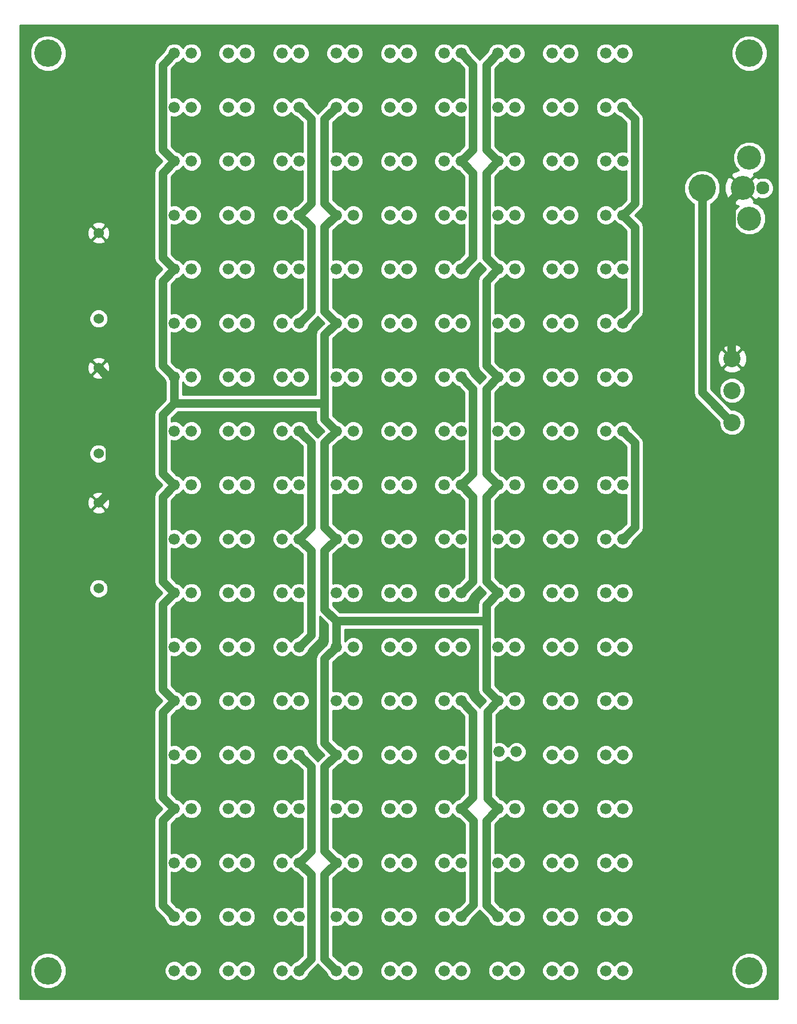
<source format=gtl>
G04 (created by PCBNEW (2013-mar-13)-testing) date Mon 18 Nov 2013 04:04:29 PM PST*
%MOIN*%
G04 Gerber Fmt 3.4, Leading zero omitted, Abs format*
%FSLAX34Y34*%
G01*
G70*
G90*
G04 APERTURE LIST*
%ADD10C,0.005906*%
%ADD11C,0.060000*%
%ADD12C,0.160000*%
%ADD13C,0.100000*%
%ADD14C,0.066000*%
%ADD15C,0.076000*%
%ADD16C,0.140000*%
%ADD17C,0.050000*%
%ADD18C,0.010000*%
G04 APERTURE END LIST*
G54D10*
G54D11*
X28937Y-31240D03*
X28937Y-26240D03*
X28937Y-23366D03*
X28937Y-18366D03*
G54D12*
X25984Y-61417D03*
X66929Y-7874D03*
X66929Y-61417D03*
X25984Y-7874D03*
G54D13*
X65929Y-29429D03*
X65929Y-27559D03*
X65929Y-25689D03*
G54D14*
X33358Y-7874D03*
X34358Y-7874D03*
X42807Y-29921D03*
X43807Y-29921D03*
X45956Y-29921D03*
X46956Y-29921D03*
X49106Y-29921D03*
X50106Y-29921D03*
X52255Y-29921D03*
X53255Y-29921D03*
X55405Y-29921D03*
X56405Y-29921D03*
X58555Y-29921D03*
X59555Y-29921D03*
X36507Y-29921D03*
X37507Y-29921D03*
X39657Y-29921D03*
X40657Y-29921D03*
X39657Y-26771D03*
X40657Y-26771D03*
X42807Y-26771D03*
X43807Y-26771D03*
X45956Y-26771D03*
X46956Y-26771D03*
X49106Y-26771D03*
X50106Y-26771D03*
X52255Y-26771D03*
X53255Y-26771D03*
X55405Y-26771D03*
X56405Y-26771D03*
X58555Y-26771D03*
X59555Y-26771D03*
X36507Y-26771D03*
X37507Y-26771D03*
X39657Y-23622D03*
X40657Y-23622D03*
X42807Y-23622D03*
X43807Y-23622D03*
X45956Y-23622D03*
X46956Y-23622D03*
X49106Y-23622D03*
X50106Y-23622D03*
X52255Y-23622D03*
X53255Y-23622D03*
X55405Y-23622D03*
X56405Y-23622D03*
X58555Y-23622D03*
X59555Y-23622D03*
X36507Y-23622D03*
X37507Y-23622D03*
X36507Y-20472D03*
X37507Y-20472D03*
X39657Y-20472D03*
X40657Y-20472D03*
X45956Y-20472D03*
X46956Y-20472D03*
X42807Y-20472D03*
X43807Y-20472D03*
X49106Y-20472D03*
X50106Y-20472D03*
X52255Y-20472D03*
X53255Y-20472D03*
X55405Y-20472D03*
X56405Y-20472D03*
X58555Y-20472D03*
X59555Y-20472D03*
X33358Y-20472D03*
X34358Y-20472D03*
X33358Y-23622D03*
X34358Y-23622D03*
X33358Y-26771D03*
X34358Y-26771D03*
X33358Y-29921D03*
X34358Y-29921D03*
X58555Y-17322D03*
X59555Y-17322D03*
X36507Y-17322D03*
X37507Y-17322D03*
X39657Y-17322D03*
X40657Y-17322D03*
X42807Y-17322D03*
X43807Y-17322D03*
X45956Y-17322D03*
X46956Y-17322D03*
X49106Y-17322D03*
X50106Y-17322D03*
X52255Y-17322D03*
X53255Y-17322D03*
X55405Y-17322D03*
X56405Y-17322D03*
X33358Y-17322D03*
X34358Y-17322D03*
X55405Y-14173D03*
X56405Y-14173D03*
X58555Y-14173D03*
X59555Y-14173D03*
X36507Y-14173D03*
X37507Y-14173D03*
X39657Y-14173D03*
X40657Y-14173D03*
X42807Y-14173D03*
X43807Y-14173D03*
X45956Y-14173D03*
X46956Y-14173D03*
X49106Y-14173D03*
X50106Y-14173D03*
X52255Y-14173D03*
X53255Y-14173D03*
X58555Y-11023D03*
X59555Y-11023D03*
X55405Y-11023D03*
X56405Y-11023D03*
X52255Y-11023D03*
X53255Y-11023D03*
X49106Y-11023D03*
X50106Y-11023D03*
X45956Y-11023D03*
X46956Y-11023D03*
X42807Y-11023D03*
X43807Y-11023D03*
X39657Y-11023D03*
X40657Y-11023D03*
X36507Y-11023D03*
X37507Y-11023D03*
X33358Y-11023D03*
X34358Y-11023D03*
X58555Y-7874D03*
X59555Y-7874D03*
X55405Y-7874D03*
X56405Y-7874D03*
X52255Y-7874D03*
X53255Y-7874D03*
X49106Y-7874D03*
X50106Y-7874D03*
X45956Y-7874D03*
X46956Y-7874D03*
X42807Y-7874D03*
X43807Y-7874D03*
X39657Y-7874D03*
X40657Y-7874D03*
X36507Y-7874D03*
X37507Y-7874D03*
X33358Y-14173D03*
X34358Y-14173D03*
X33358Y-33070D03*
X34358Y-33070D03*
X36507Y-33070D03*
X37507Y-33070D03*
X39657Y-33070D03*
X40657Y-33070D03*
X42807Y-33070D03*
X43807Y-33070D03*
X45956Y-33070D03*
X46956Y-33070D03*
X49106Y-33070D03*
X50106Y-33070D03*
X52255Y-33070D03*
X53255Y-33070D03*
X55405Y-33070D03*
X56405Y-33070D03*
X58555Y-33070D03*
X59555Y-33070D03*
X33358Y-36220D03*
X34358Y-36220D03*
X36507Y-36220D03*
X37507Y-36220D03*
X39657Y-36220D03*
X40657Y-36220D03*
X42807Y-36220D03*
X43807Y-36220D03*
X45956Y-36220D03*
X46956Y-36220D03*
X49106Y-36220D03*
X50106Y-36220D03*
X52255Y-36220D03*
X53255Y-36220D03*
X55405Y-36220D03*
X56405Y-36220D03*
X58555Y-36220D03*
X59555Y-36220D03*
X33358Y-39370D03*
X34358Y-39370D03*
X36507Y-39370D03*
X37507Y-39370D03*
X39657Y-39370D03*
X40657Y-39370D03*
X42807Y-39370D03*
X43807Y-39370D03*
X45956Y-39370D03*
X46956Y-39370D03*
X49106Y-39370D03*
X50106Y-39370D03*
X52255Y-39370D03*
X53255Y-39370D03*
X55405Y-39370D03*
X56405Y-39370D03*
X58555Y-39370D03*
X59555Y-39370D03*
X33358Y-42519D03*
X34358Y-42519D03*
X36507Y-42519D03*
X37507Y-42519D03*
X39657Y-42519D03*
X40657Y-42519D03*
X42807Y-42519D03*
X43807Y-42519D03*
X45956Y-42519D03*
X46956Y-42519D03*
X49106Y-42519D03*
X50106Y-42519D03*
X52255Y-42519D03*
X53255Y-42519D03*
X55405Y-42519D03*
X56405Y-42519D03*
X58555Y-42519D03*
X59555Y-42519D03*
X33358Y-45669D03*
X34358Y-45669D03*
X36507Y-45669D03*
X37507Y-45669D03*
X39657Y-45669D03*
X40657Y-45669D03*
X42807Y-45669D03*
X43807Y-45669D03*
X45956Y-45669D03*
X46956Y-45669D03*
X49106Y-45669D03*
X50106Y-45669D03*
X52255Y-45669D03*
X53255Y-45669D03*
X55405Y-45669D03*
X56405Y-45669D03*
X58555Y-45669D03*
X59555Y-45669D03*
X33358Y-48818D03*
X34358Y-48818D03*
X36507Y-48818D03*
X37507Y-48818D03*
X39657Y-48818D03*
X40657Y-48818D03*
X42807Y-48818D03*
X43807Y-48818D03*
X45956Y-48818D03*
X46956Y-48818D03*
X49106Y-48818D03*
X50106Y-48818D03*
X52331Y-48646D03*
X53331Y-48646D03*
X55405Y-48818D03*
X56405Y-48818D03*
X58555Y-48818D03*
X59555Y-48818D03*
X33358Y-51968D03*
X34358Y-51968D03*
X36507Y-51968D03*
X37507Y-51968D03*
X39657Y-51968D03*
X40657Y-51968D03*
X42807Y-51968D03*
X43807Y-51968D03*
X45956Y-51968D03*
X46956Y-51968D03*
X49106Y-51968D03*
X50106Y-51968D03*
X52255Y-51968D03*
X53255Y-51968D03*
X55405Y-51968D03*
X56405Y-51968D03*
X58555Y-51968D03*
X59555Y-51968D03*
X33358Y-55118D03*
X34358Y-55118D03*
X36507Y-55118D03*
X37507Y-55118D03*
X39657Y-55118D03*
X40657Y-55118D03*
X42807Y-55118D03*
X43807Y-55118D03*
X45956Y-55118D03*
X46956Y-55118D03*
X49106Y-55118D03*
X50106Y-55118D03*
X52255Y-55118D03*
X53255Y-55118D03*
X55405Y-55118D03*
X56405Y-55118D03*
X58555Y-55118D03*
X59555Y-55118D03*
G54D11*
X28937Y-39114D03*
X28937Y-34114D03*
G54D14*
X33358Y-58267D03*
X34358Y-58267D03*
X36507Y-58267D03*
X37507Y-58267D03*
X39657Y-58267D03*
X40657Y-58267D03*
X42807Y-58267D03*
X43807Y-58267D03*
X45956Y-58267D03*
X46956Y-58267D03*
X49106Y-58267D03*
X50106Y-58267D03*
X52255Y-58267D03*
X53255Y-58267D03*
X55405Y-58267D03*
X56405Y-58267D03*
X58555Y-58267D03*
X59555Y-58267D03*
X33358Y-61417D03*
X34358Y-61417D03*
X36507Y-61417D03*
X37507Y-61417D03*
X39657Y-61417D03*
X40657Y-61417D03*
X42807Y-61417D03*
X43807Y-61417D03*
X45956Y-61417D03*
X46956Y-61417D03*
X49106Y-61417D03*
X50106Y-61417D03*
X52255Y-61417D03*
X53255Y-61417D03*
X55405Y-61417D03*
X56405Y-61417D03*
X58555Y-61417D03*
X59555Y-61417D03*
G54D15*
X67720Y-15748D03*
G54D16*
X66540Y-15748D03*
G54D12*
X64180Y-15748D03*
G54D16*
X66930Y-13978D03*
X66930Y-17518D03*
G54D17*
X64180Y-27679D02*
X65929Y-29429D01*
X64180Y-15748D02*
X64180Y-27679D01*
X65865Y-25625D02*
X65929Y-25689D01*
X65865Y-16422D02*
X65865Y-25625D01*
X66540Y-15748D02*
X65865Y-16422D01*
X29587Y-26890D02*
X28937Y-26240D01*
X29587Y-33463D02*
X29587Y-26890D01*
X28937Y-34114D02*
X29587Y-33463D01*
X51572Y-52651D02*
X52255Y-51968D01*
X51572Y-57584D02*
X51572Y-52651D01*
X52255Y-58267D02*
X51572Y-57584D01*
X42126Y-16642D02*
X42807Y-17322D01*
X42126Y-11703D02*
X42126Y-16642D01*
X42807Y-11023D02*
X42126Y-11703D01*
X42126Y-22941D02*
X42807Y-23622D01*
X42126Y-18002D02*
X42126Y-22941D01*
X42807Y-17322D02*
X42126Y-18002D01*
X32678Y-52648D02*
X33358Y-51968D01*
X32678Y-57587D02*
X32678Y-52648D01*
X33358Y-58267D02*
X32678Y-57587D01*
X32678Y-8554D02*
X33358Y-7874D01*
X32678Y-13493D02*
X32678Y-8554D01*
X33358Y-14173D02*
X32678Y-13493D01*
X51575Y-14853D02*
X52255Y-14173D01*
X51575Y-19792D02*
X51575Y-14853D01*
X52255Y-20472D02*
X51575Y-19792D01*
X51573Y-8556D02*
X52255Y-7874D01*
X51573Y-13491D02*
X51573Y-8556D01*
X52255Y-14173D02*
X51573Y-13491D01*
X32678Y-38689D02*
X33358Y-39370D01*
X32678Y-33751D02*
X32678Y-38689D01*
X33358Y-33070D02*
X32678Y-33751D01*
X32678Y-26091D02*
X33358Y-26771D01*
X32678Y-21152D02*
X32678Y-26091D01*
X33358Y-20472D02*
X32678Y-21152D01*
X32678Y-19792D02*
X33358Y-20472D01*
X32678Y-14853D02*
X32678Y-19792D01*
X33358Y-14173D02*
X32678Y-14853D01*
X42126Y-55798D02*
X42807Y-55118D01*
X42126Y-60737D02*
X42126Y-55798D01*
X42807Y-61417D02*
X42126Y-60737D01*
X42124Y-49501D02*
X42807Y-48818D01*
X42124Y-54435D02*
X42124Y-49501D01*
X42807Y-55118D02*
X42124Y-54435D01*
X42126Y-30601D02*
X42807Y-29921D01*
X42126Y-35540D02*
X42126Y-30601D01*
X42807Y-36220D02*
X42126Y-35540D01*
X42126Y-43199D02*
X42807Y-42519D01*
X42126Y-48138D02*
X42126Y-43199D01*
X42807Y-48818D02*
X42126Y-48138D01*
X51639Y-51352D02*
X52255Y-51968D01*
X51639Y-46285D02*
X51639Y-51352D01*
X52255Y-45669D02*
X51639Y-46285D01*
X51573Y-38687D02*
X52255Y-39370D01*
X51573Y-33753D02*
X51573Y-38687D01*
X52255Y-33070D02*
X51573Y-33753D01*
X51575Y-27451D02*
X52255Y-26771D01*
X51575Y-32390D02*
X51575Y-27451D01*
X52255Y-33070D02*
X51575Y-32390D01*
X51575Y-21152D02*
X52255Y-20472D01*
X51575Y-26091D02*
X51575Y-21152D01*
X52255Y-26771D02*
X51575Y-26091D01*
X42807Y-42519D02*
X42807Y-40998D01*
X42125Y-36901D02*
X42807Y-36220D01*
X42125Y-40317D02*
X42125Y-36901D01*
X42807Y-40998D02*
X42125Y-40317D01*
X51572Y-40998D02*
X42807Y-40998D01*
X51572Y-44986D02*
X51572Y-40998D01*
X52255Y-45669D02*
X51572Y-44986D01*
X51572Y-40053D02*
X52255Y-39370D01*
X51572Y-40998D02*
X51572Y-40053D01*
X42126Y-29241D02*
X42126Y-28292D01*
X42807Y-29921D02*
X42126Y-29241D01*
X42126Y-24302D02*
X42807Y-23622D01*
X42126Y-28292D02*
X42126Y-24302D01*
X33358Y-28292D02*
X33358Y-26771D01*
X42126Y-28292D02*
X33358Y-28292D01*
X32678Y-32390D02*
X33358Y-33070D01*
X32678Y-28973D02*
X32678Y-32390D01*
X33358Y-28292D02*
X32678Y-28973D01*
X32678Y-46349D02*
X33358Y-45669D01*
X32678Y-51288D02*
X32678Y-46349D01*
X33358Y-51968D02*
X32678Y-51288D01*
X32678Y-40050D02*
X33358Y-39370D01*
X32678Y-44989D02*
X32678Y-40050D01*
X33358Y-45669D02*
X32678Y-44989D01*
X50789Y-13489D02*
X50106Y-14173D01*
X50789Y-8557D02*
X50789Y-13489D01*
X50106Y-7874D02*
X50789Y-8557D01*
X50789Y-19789D02*
X50106Y-20472D01*
X50789Y-14855D02*
X50789Y-19789D01*
X50106Y-14173D02*
X50789Y-14855D01*
X60244Y-16633D02*
X59555Y-17322D01*
X60244Y-11712D02*
X60244Y-16633D01*
X59555Y-11023D02*
X60244Y-11712D01*
X60249Y-22927D02*
X59555Y-23622D01*
X60249Y-18017D02*
X60249Y-22927D01*
X59555Y-17322D02*
X60249Y-18017D01*
X41337Y-16642D02*
X40657Y-17322D01*
X41337Y-11703D02*
X41337Y-16642D01*
X40657Y-11023D02*
X41337Y-11703D01*
X41340Y-22939D02*
X40657Y-23622D01*
X41340Y-18005D02*
X41340Y-22939D01*
X40657Y-17322D02*
X41340Y-18005D01*
X41340Y-41836D02*
X40657Y-42519D01*
X41340Y-36903D02*
X41340Y-41836D01*
X40657Y-36220D02*
X41340Y-36903D01*
X41340Y-35537D02*
X40657Y-36220D01*
X41340Y-30604D02*
X41340Y-35537D01*
X40657Y-29921D02*
X41340Y-30604D01*
X50788Y-33753D02*
X50106Y-33070D01*
X50788Y-38687D02*
X50788Y-33753D01*
X50106Y-39370D02*
X50788Y-38687D01*
X50789Y-27455D02*
X50106Y-26771D01*
X50789Y-32387D02*
X50789Y-27455D01*
X50106Y-33070D02*
X50789Y-32387D01*
X60244Y-30610D02*
X59555Y-29921D01*
X60244Y-35531D02*
X60244Y-30610D01*
X59555Y-36220D02*
X60244Y-35531D01*
X41340Y-60734D02*
X40657Y-61417D01*
X41340Y-55801D02*
X41340Y-60734D01*
X40657Y-55118D02*
X41340Y-55801D01*
X41340Y-49501D02*
X40657Y-48818D01*
X41340Y-54435D02*
X41340Y-49501D01*
X40657Y-55118D02*
X41340Y-54435D01*
X50806Y-52669D02*
X50106Y-51968D01*
X50806Y-57567D02*
X50806Y-52669D01*
X50106Y-58267D02*
X50806Y-57567D01*
X50788Y-46351D02*
X50106Y-45669D01*
X50788Y-51286D02*
X50788Y-46351D01*
X50106Y-51968D02*
X50788Y-51286D01*
G54D10*
G36*
X68572Y-63060D02*
X68350Y-63060D01*
X68350Y-15623D01*
X68254Y-15391D01*
X68077Y-15214D01*
X67979Y-15173D01*
X67979Y-7666D01*
X67819Y-7280D01*
X67524Y-6984D01*
X67138Y-6824D01*
X66721Y-6823D01*
X66335Y-6983D01*
X66039Y-7278D01*
X65879Y-7664D01*
X65878Y-8081D01*
X66038Y-8468D01*
X66333Y-8763D01*
X66719Y-8923D01*
X67137Y-8924D01*
X67523Y-8764D01*
X67818Y-8469D01*
X67978Y-8083D01*
X67979Y-7666D01*
X67979Y-15173D01*
X67880Y-15132D01*
X67880Y-13789D01*
X67735Y-13440D01*
X67468Y-13173D01*
X67119Y-13028D01*
X66741Y-13027D01*
X66392Y-13172D01*
X66125Y-13439D01*
X65980Y-13788D01*
X65979Y-14166D01*
X66124Y-14515D01*
X66315Y-14707D01*
X65959Y-14848D01*
X65931Y-14867D01*
X65862Y-15035D01*
X66540Y-15712D01*
X67217Y-15035D01*
X67165Y-14908D01*
X67467Y-14783D01*
X67734Y-14516D01*
X67879Y-14167D01*
X67880Y-13789D01*
X67880Y-15132D01*
X67845Y-15118D01*
X67595Y-15117D01*
X67444Y-15180D01*
X67439Y-15167D01*
X67420Y-15139D01*
X67252Y-15070D01*
X66575Y-15748D01*
X67252Y-16425D01*
X67420Y-16356D01*
X67439Y-16313D01*
X67594Y-16377D01*
X67844Y-16378D01*
X68076Y-16282D01*
X68253Y-16105D01*
X68349Y-15873D01*
X68350Y-15623D01*
X68350Y-63060D01*
X67979Y-63060D01*
X67979Y-61209D01*
X67880Y-60969D01*
X67880Y-17329D01*
X67735Y-16980D01*
X67468Y-16713D01*
X67165Y-16587D01*
X67217Y-16460D01*
X66540Y-15783D01*
X66504Y-15818D01*
X66504Y-15748D01*
X65827Y-15070D01*
X65659Y-15139D01*
X65493Y-15522D01*
X65486Y-15940D01*
X65640Y-16328D01*
X65659Y-16356D01*
X65827Y-16425D01*
X66504Y-15748D01*
X66504Y-15818D01*
X65862Y-16460D01*
X65931Y-16628D01*
X66311Y-16793D01*
X66125Y-16979D01*
X65980Y-17328D01*
X65979Y-17706D01*
X66124Y-18055D01*
X66391Y-18322D01*
X66740Y-18467D01*
X67118Y-18468D01*
X67467Y-18323D01*
X67734Y-18056D01*
X67879Y-17707D01*
X67880Y-17329D01*
X67880Y-60969D01*
X67819Y-60823D01*
X67524Y-60527D01*
X67138Y-60367D01*
X66780Y-60367D01*
X66780Y-25528D01*
X66654Y-25215D01*
X66644Y-25200D01*
X66497Y-25156D01*
X66462Y-25191D01*
X66462Y-25120D01*
X66418Y-24973D01*
X66107Y-24840D01*
X65768Y-24837D01*
X65455Y-24963D01*
X65440Y-24973D01*
X65396Y-25120D01*
X65929Y-25653D01*
X66462Y-25120D01*
X66462Y-25191D01*
X65964Y-25689D01*
X66497Y-26222D01*
X66644Y-26178D01*
X66777Y-25866D01*
X66780Y-25528D01*
X66780Y-60367D01*
X66721Y-60367D01*
X66679Y-60384D01*
X66679Y-29280D01*
X66679Y-27410D01*
X66565Y-27134D01*
X66462Y-27031D01*
X66462Y-26257D01*
X65929Y-25724D01*
X65893Y-25759D01*
X65893Y-25689D01*
X65360Y-25156D01*
X65213Y-25200D01*
X65080Y-25511D01*
X65077Y-25849D01*
X65203Y-26163D01*
X65213Y-26178D01*
X65360Y-26222D01*
X65893Y-25689D01*
X65893Y-25759D01*
X65396Y-26257D01*
X65440Y-26404D01*
X65751Y-26537D01*
X66089Y-26540D01*
X66403Y-26414D01*
X66418Y-26404D01*
X66462Y-26257D01*
X66462Y-27031D01*
X66354Y-26923D01*
X66078Y-26809D01*
X65780Y-26808D01*
X65504Y-26922D01*
X65293Y-27133D01*
X65179Y-27409D01*
X65179Y-27707D01*
X65292Y-27983D01*
X65503Y-28194D01*
X65779Y-28308D01*
X66077Y-28309D01*
X66353Y-28195D01*
X66564Y-27984D01*
X66679Y-27708D01*
X66679Y-27410D01*
X66679Y-29280D01*
X66565Y-29004D01*
X66354Y-28793D01*
X66078Y-28679D01*
X65886Y-28679D01*
X64680Y-27472D01*
X64680Y-16677D01*
X64774Y-16638D01*
X65069Y-16343D01*
X65229Y-15957D01*
X65230Y-15540D01*
X65070Y-15154D01*
X64775Y-14858D01*
X64389Y-14698D01*
X63972Y-14697D01*
X63585Y-14857D01*
X63290Y-15152D01*
X63130Y-15538D01*
X63129Y-15955D01*
X63289Y-16342D01*
X63584Y-16637D01*
X63680Y-16677D01*
X63680Y-27679D01*
X63679Y-27679D01*
X63718Y-27871D01*
X63826Y-28033D01*
X65179Y-29386D01*
X65179Y-29577D01*
X65292Y-29853D01*
X65503Y-30064D01*
X65779Y-30178D01*
X66077Y-30179D01*
X66353Y-30065D01*
X66564Y-29854D01*
X66679Y-29578D01*
X66679Y-29280D01*
X66679Y-60384D01*
X66335Y-60526D01*
X66039Y-60821D01*
X65879Y-61207D01*
X65878Y-61625D01*
X66038Y-62011D01*
X66333Y-62306D01*
X66719Y-62467D01*
X67137Y-62467D01*
X67523Y-62307D01*
X67818Y-62012D01*
X67978Y-61627D01*
X67979Y-61209D01*
X67979Y-63060D01*
X60749Y-63060D01*
X60749Y-22927D01*
X60749Y-18017D01*
X60711Y-17826D01*
X60603Y-17663D01*
X60262Y-17322D01*
X60597Y-16987D01*
X60706Y-16825D01*
X60744Y-16633D01*
X60744Y-11712D01*
X60706Y-11521D01*
X60597Y-11359D01*
X60135Y-10896D01*
X60135Y-7759D01*
X60047Y-7545D01*
X59884Y-7382D01*
X59670Y-7294D01*
X59440Y-7293D01*
X59227Y-7382D01*
X59063Y-7545D01*
X59055Y-7565D01*
X59047Y-7545D01*
X58884Y-7382D01*
X58670Y-7294D01*
X58440Y-7293D01*
X58227Y-7382D01*
X58063Y-7545D01*
X57975Y-7758D01*
X57975Y-7988D01*
X58063Y-8202D01*
X58226Y-8365D01*
X58439Y-8453D01*
X58669Y-8454D01*
X58883Y-8366D01*
X59046Y-8202D01*
X59055Y-8182D01*
X59063Y-8202D01*
X59226Y-8365D01*
X59439Y-8453D01*
X59669Y-8454D01*
X59883Y-8366D01*
X60046Y-8202D01*
X60135Y-7989D01*
X60135Y-7759D01*
X60135Y-10896D01*
X60126Y-10888D01*
X60047Y-10695D01*
X59884Y-10532D01*
X59670Y-10443D01*
X59440Y-10443D01*
X59227Y-10531D01*
X59063Y-10694D01*
X59055Y-10715D01*
X59047Y-10695D01*
X58884Y-10532D01*
X58670Y-10443D01*
X58440Y-10443D01*
X58227Y-10531D01*
X58063Y-10694D01*
X57975Y-10907D01*
X57975Y-11138D01*
X58063Y-11351D01*
X58226Y-11515D01*
X58439Y-11603D01*
X58669Y-11603D01*
X58883Y-11515D01*
X59046Y-11352D01*
X59055Y-11332D01*
X59063Y-11351D01*
X59226Y-11515D01*
X59419Y-11595D01*
X59744Y-11919D01*
X59744Y-13623D01*
X59670Y-13593D01*
X59440Y-13593D01*
X59227Y-13681D01*
X59063Y-13844D01*
X59055Y-13864D01*
X59047Y-13845D01*
X58884Y-13681D01*
X58670Y-13593D01*
X58440Y-13593D01*
X58227Y-13681D01*
X58063Y-13844D01*
X57975Y-14057D01*
X57975Y-14288D01*
X58063Y-14501D01*
X58226Y-14664D01*
X58439Y-14753D01*
X58669Y-14753D01*
X58883Y-14665D01*
X59046Y-14502D01*
X59055Y-14481D01*
X59063Y-14501D01*
X59226Y-14664D01*
X59439Y-14753D01*
X59669Y-14753D01*
X59744Y-14722D01*
X59744Y-16426D01*
X59419Y-16751D01*
X59227Y-16830D01*
X59063Y-16993D01*
X59055Y-17014D01*
X59047Y-16994D01*
X58884Y-16831D01*
X58670Y-16742D01*
X58440Y-16742D01*
X58227Y-16830D01*
X58063Y-16993D01*
X57975Y-17206D01*
X57975Y-17437D01*
X58063Y-17650D01*
X58226Y-17814D01*
X58439Y-17902D01*
X58669Y-17902D01*
X58883Y-17814D01*
X59046Y-17651D01*
X59055Y-17631D01*
X59063Y-17650D01*
X59226Y-17814D01*
X59419Y-17894D01*
X59749Y-18224D01*
X59749Y-19925D01*
X59670Y-19892D01*
X59440Y-19892D01*
X59227Y-19980D01*
X59063Y-20143D01*
X59055Y-20163D01*
X59047Y-20144D01*
X58884Y-19981D01*
X58670Y-19892D01*
X58440Y-19892D01*
X58227Y-19980D01*
X58063Y-20143D01*
X57975Y-20356D01*
X57975Y-20587D01*
X58063Y-20800D01*
X58226Y-20963D01*
X58439Y-21052D01*
X58669Y-21052D01*
X58883Y-20964D01*
X59046Y-20801D01*
X59055Y-20780D01*
X59063Y-20800D01*
X59226Y-20963D01*
X59439Y-21052D01*
X59669Y-21052D01*
X59749Y-21019D01*
X59749Y-22720D01*
X59419Y-23050D01*
X59227Y-23130D01*
X59063Y-23293D01*
X59055Y-23313D01*
X59047Y-23293D01*
X58884Y-23130D01*
X58670Y-23042D01*
X58440Y-23041D01*
X58227Y-23130D01*
X58063Y-23293D01*
X57975Y-23506D01*
X57975Y-23736D01*
X58063Y-23950D01*
X58226Y-24113D01*
X58439Y-24201D01*
X58669Y-24202D01*
X58883Y-24114D01*
X59046Y-23951D01*
X59055Y-23930D01*
X59063Y-23950D01*
X59226Y-24113D01*
X59439Y-24201D01*
X59669Y-24202D01*
X59883Y-24114D01*
X60046Y-23951D01*
X60126Y-23757D01*
X60603Y-23281D01*
X60711Y-23118D01*
X60749Y-22927D01*
X60749Y-63060D01*
X60744Y-63060D01*
X60744Y-35531D01*
X60744Y-30610D01*
X60706Y-30418D01*
X60597Y-30256D01*
X60135Y-29794D01*
X60135Y-26656D01*
X60047Y-26443D01*
X59884Y-26280D01*
X59670Y-26191D01*
X59440Y-26191D01*
X59227Y-26279D01*
X59063Y-26442D01*
X59055Y-26463D01*
X59047Y-26443D01*
X58884Y-26280D01*
X58670Y-26191D01*
X58440Y-26191D01*
X58227Y-26279D01*
X58063Y-26442D01*
X57975Y-26655D01*
X57975Y-26886D01*
X58063Y-27099D01*
X58226Y-27263D01*
X58439Y-27351D01*
X58669Y-27351D01*
X58883Y-27263D01*
X59046Y-27100D01*
X59055Y-27080D01*
X59063Y-27099D01*
X59226Y-27263D01*
X59439Y-27351D01*
X59669Y-27351D01*
X59883Y-27263D01*
X60046Y-27100D01*
X60135Y-26887D01*
X60135Y-26656D01*
X60135Y-29794D01*
X60126Y-29785D01*
X60047Y-29593D01*
X59884Y-29429D01*
X59670Y-29341D01*
X59440Y-29341D01*
X59227Y-29429D01*
X59063Y-29592D01*
X59055Y-29612D01*
X59047Y-29593D01*
X58884Y-29429D01*
X58670Y-29341D01*
X58440Y-29341D01*
X58227Y-29429D01*
X58063Y-29592D01*
X57975Y-29805D01*
X57975Y-30036D01*
X58063Y-30249D01*
X58226Y-30412D01*
X58439Y-30501D01*
X58669Y-30501D01*
X58883Y-30413D01*
X59046Y-30250D01*
X59055Y-30229D01*
X59063Y-30249D01*
X59226Y-30412D01*
X59419Y-30493D01*
X59744Y-30817D01*
X59744Y-32521D01*
X59670Y-32490D01*
X59440Y-32490D01*
X59227Y-32578D01*
X59063Y-32741D01*
X59055Y-32762D01*
X59047Y-32742D01*
X58884Y-32579D01*
X58670Y-32490D01*
X58440Y-32490D01*
X58227Y-32578D01*
X58063Y-32741D01*
X57975Y-32954D01*
X57975Y-33185D01*
X58063Y-33398D01*
X58226Y-33562D01*
X58439Y-33650D01*
X58669Y-33650D01*
X58883Y-33562D01*
X59046Y-33399D01*
X59055Y-33379D01*
X59063Y-33398D01*
X59226Y-33562D01*
X59439Y-33650D01*
X59669Y-33650D01*
X59744Y-33620D01*
X59744Y-35324D01*
X59419Y-35648D01*
X59227Y-35728D01*
X59063Y-35891D01*
X59055Y-35911D01*
X59047Y-35892D01*
X58884Y-35729D01*
X58670Y-35640D01*
X58440Y-35640D01*
X58227Y-35728D01*
X58063Y-35891D01*
X57975Y-36104D01*
X57975Y-36335D01*
X58063Y-36548D01*
X58226Y-36711D01*
X58439Y-36800D01*
X58669Y-36800D01*
X58883Y-36712D01*
X59046Y-36549D01*
X59055Y-36528D01*
X59063Y-36548D01*
X59226Y-36711D01*
X59439Y-36800D01*
X59669Y-36800D01*
X59883Y-36712D01*
X60046Y-36549D01*
X60126Y-36355D01*
X60597Y-35885D01*
X60706Y-35722D01*
X60744Y-35531D01*
X60744Y-63060D01*
X60135Y-63060D01*
X60135Y-61302D01*
X60135Y-58152D01*
X60135Y-55003D01*
X60135Y-51853D01*
X60135Y-48704D01*
X60135Y-45554D01*
X60135Y-42404D01*
X60135Y-39255D01*
X60047Y-39041D01*
X59884Y-38878D01*
X59670Y-38790D01*
X59440Y-38789D01*
X59227Y-38878D01*
X59063Y-39041D01*
X59055Y-39061D01*
X59047Y-39041D01*
X58884Y-38878D01*
X58670Y-38790D01*
X58440Y-38789D01*
X58227Y-38878D01*
X58063Y-39041D01*
X57975Y-39254D01*
X57975Y-39484D01*
X58063Y-39698D01*
X58226Y-39861D01*
X58439Y-39949D01*
X58669Y-39950D01*
X58883Y-39862D01*
X59046Y-39699D01*
X59055Y-39678D01*
X59063Y-39698D01*
X59226Y-39861D01*
X59439Y-39949D01*
X59669Y-39950D01*
X59883Y-39862D01*
X60046Y-39699D01*
X60135Y-39485D01*
X60135Y-39255D01*
X60135Y-42404D01*
X60047Y-42191D01*
X59884Y-42028D01*
X59670Y-41939D01*
X59440Y-41939D01*
X59227Y-42027D01*
X59063Y-42190D01*
X59055Y-42211D01*
X59047Y-42191D01*
X58884Y-42028D01*
X58670Y-41939D01*
X58440Y-41939D01*
X58227Y-42027D01*
X58063Y-42190D01*
X57975Y-42403D01*
X57975Y-42634D01*
X58063Y-42847D01*
X58226Y-43011D01*
X58439Y-43099D01*
X58669Y-43099D01*
X58883Y-43011D01*
X59046Y-42848D01*
X59055Y-42828D01*
X59063Y-42847D01*
X59226Y-43011D01*
X59439Y-43099D01*
X59669Y-43099D01*
X59883Y-43011D01*
X60046Y-42848D01*
X60135Y-42635D01*
X60135Y-42404D01*
X60135Y-45554D01*
X60047Y-45341D01*
X59884Y-45177D01*
X59670Y-45089D01*
X59440Y-45089D01*
X59227Y-45177D01*
X59063Y-45340D01*
X59055Y-45360D01*
X59047Y-45341D01*
X58884Y-45177D01*
X58670Y-45089D01*
X58440Y-45089D01*
X58227Y-45177D01*
X58063Y-45340D01*
X57975Y-45553D01*
X57975Y-45784D01*
X58063Y-45997D01*
X58226Y-46160D01*
X58439Y-46249D01*
X58669Y-46249D01*
X58883Y-46161D01*
X59046Y-45998D01*
X59055Y-45977D01*
X59063Y-45997D01*
X59226Y-46160D01*
X59439Y-46249D01*
X59669Y-46249D01*
X59883Y-46161D01*
X60046Y-45998D01*
X60135Y-45785D01*
X60135Y-45554D01*
X60135Y-48704D01*
X60047Y-48490D01*
X59884Y-48327D01*
X59670Y-48238D01*
X59440Y-48238D01*
X59227Y-48326D01*
X59063Y-48489D01*
X59055Y-48510D01*
X59047Y-48490D01*
X58884Y-48327D01*
X58670Y-48238D01*
X58440Y-48238D01*
X58227Y-48326D01*
X58063Y-48489D01*
X57975Y-48703D01*
X57975Y-48933D01*
X58063Y-49147D01*
X58226Y-49310D01*
X58439Y-49398D01*
X58669Y-49398D01*
X58883Y-49310D01*
X59046Y-49147D01*
X59055Y-49127D01*
X59063Y-49147D01*
X59226Y-49310D01*
X59439Y-49398D01*
X59669Y-49398D01*
X59883Y-49310D01*
X60046Y-49147D01*
X60135Y-48934D01*
X60135Y-48704D01*
X60135Y-51853D01*
X60047Y-51640D01*
X59884Y-51477D01*
X59670Y-51388D01*
X59440Y-51388D01*
X59227Y-51476D01*
X59063Y-51639D01*
X59055Y-51659D01*
X59047Y-51640D01*
X58884Y-51477D01*
X58670Y-51388D01*
X58440Y-51388D01*
X58227Y-51476D01*
X58063Y-51639D01*
X57975Y-51852D01*
X57975Y-52083D01*
X58063Y-52296D01*
X58226Y-52459D01*
X58439Y-52548D01*
X58669Y-52548D01*
X58883Y-52460D01*
X59046Y-52297D01*
X59055Y-52277D01*
X59063Y-52296D01*
X59226Y-52459D01*
X59439Y-52548D01*
X59669Y-52548D01*
X59883Y-52460D01*
X60046Y-52297D01*
X60135Y-52084D01*
X60135Y-51853D01*
X60135Y-55003D01*
X60047Y-54789D01*
X59884Y-54626D01*
X59670Y-54538D01*
X59440Y-54538D01*
X59227Y-54626D01*
X59063Y-54789D01*
X59055Y-54809D01*
X59047Y-54789D01*
X58884Y-54626D01*
X58670Y-54538D01*
X58440Y-54538D01*
X58227Y-54626D01*
X58063Y-54789D01*
X57975Y-55002D01*
X57975Y-55232D01*
X58063Y-55446D01*
X58226Y-55609D01*
X58439Y-55698D01*
X58669Y-55698D01*
X58883Y-55610D01*
X59046Y-55447D01*
X59055Y-55426D01*
X59063Y-55446D01*
X59226Y-55609D01*
X59439Y-55698D01*
X59669Y-55698D01*
X59883Y-55610D01*
X60046Y-55447D01*
X60135Y-55233D01*
X60135Y-55003D01*
X60135Y-58152D01*
X60047Y-57939D01*
X59884Y-57776D01*
X59670Y-57687D01*
X59440Y-57687D01*
X59227Y-57775D01*
X59063Y-57938D01*
X59055Y-57959D01*
X59047Y-57939D01*
X58884Y-57776D01*
X58670Y-57687D01*
X58440Y-57687D01*
X58227Y-57775D01*
X58063Y-57938D01*
X57975Y-58151D01*
X57975Y-58382D01*
X58063Y-58595D01*
X58226Y-58759D01*
X58439Y-58847D01*
X58669Y-58847D01*
X58883Y-58759D01*
X59046Y-58596D01*
X59055Y-58576D01*
X59063Y-58595D01*
X59226Y-58759D01*
X59439Y-58847D01*
X59669Y-58847D01*
X59883Y-58759D01*
X60046Y-58596D01*
X60135Y-58383D01*
X60135Y-58152D01*
X60135Y-61302D01*
X60047Y-61089D01*
X59884Y-60925D01*
X59670Y-60837D01*
X59440Y-60837D01*
X59227Y-60925D01*
X59063Y-61088D01*
X59055Y-61108D01*
X59047Y-61089D01*
X58884Y-60925D01*
X58670Y-60837D01*
X58440Y-60837D01*
X58227Y-60925D01*
X58063Y-61088D01*
X57975Y-61301D01*
X57975Y-61532D01*
X58063Y-61745D01*
X58226Y-61908D01*
X58439Y-61997D01*
X58669Y-61997D01*
X58883Y-61909D01*
X59046Y-61746D01*
X59055Y-61725D01*
X59063Y-61745D01*
X59226Y-61908D01*
X59439Y-61997D01*
X59669Y-61997D01*
X59883Y-61909D01*
X60046Y-61746D01*
X60135Y-61533D01*
X60135Y-61302D01*
X60135Y-63060D01*
X56985Y-63060D01*
X56985Y-61302D01*
X56985Y-58152D01*
X56985Y-55003D01*
X56985Y-51853D01*
X56985Y-48704D01*
X56985Y-45554D01*
X56985Y-42404D01*
X56985Y-39255D01*
X56985Y-36105D01*
X56985Y-32956D01*
X56985Y-29806D01*
X56985Y-26656D01*
X56985Y-23507D01*
X56985Y-20357D01*
X56985Y-17207D01*
X56985Y-14058D01*
X56985Y-10908D01*
X56985Y-7759D01*
X56897Y-7545D01*
X56734Y-7382D01*
X56521Y-7294D01*
X56290Y-7293D01*
X56077Y-7382D01*
X55914Y-7545D01*
X55905Y-7565D01*
X55897Y-7545D01*
X55734Y-7382D01*
X55521Y-7294D01*
X55290Y-7293D01*
X55077Y-7382D01*
X54914Y-7545D01*
X54825Y-7758D01*
X54825Y-7988D01*
X54913Y-8202D01*
X55076Y-8365D01*
X55289Y-8453D01*
X55520Y-8454D01*
X55733Y-8366D01*
X55896Y-8202D01*
X55905Y-8182D01*
X55913Y-8202D01*
X56076Y-8365D01*
X56289Y-8453D01*
X56520Y-8454D01*
X56733Y-8366D01*
X56896Y-8202D01*
X56985Y-7989D01*
X56985Y-7759D01*
X56985Y-10908D01*
X56897Y-10695D01*
X56734Y-10532D01*
X56521Y-10443D01*
X56290Y-10443D01*
X56077Y-10531D01*
X55914Y-10694D01*
X55905Y-10715D01*
X55897Y-10695D01*
X55734Y-10532D01*
X55521Y-10443D01*
X55290Y-10443D01*
X55077Y-10531D01*
X54914Y-10694D01*
X54825Y-10907D01*
X54825Y-11138D01*
X54913Y-11351D01*
X55076Y-11515D01*
X55289Y-11603D01*
X55520Y-11603D01*
X55733Y-11515D01*
X55896Y-11352D01*
X55905Y-11332D01*
X55913Y-11351D01*
X56076Y-11515D01*
X56289Y-11603D01*
X56520Y-11603D01*
X56733Y-11515D01*
X56896Y-11352D01*
X56985Y-11139D01*
X56985Y-10908D01*
X56985Y-14058D01*
X56897Y-13845D01*
X56734Y-13681D01*
X56521Y-13593D01*
X56290Y-13593D01*
X56077Y-13681D01*
X55914Y-13844D01*
X55905Y-13864D01*
X55897Y-13845D01*
X55734Y-13681D01*
X55521Y-13593D01*
X55290Y-13593D01*
X55077Y-13681D01*
X54914Y-13844D01*
X54825Y-14057D01*
X54825Y-14288D01*
X54913Y-14501D01*
X55076Y-14664D01*
X55289Y-14753D01*
X55520Y-14753D01*
X55733Y-14665D01*
X55896Y-14502D01*
X55905Y-14481D01*
X55913Y-14501D01*
X56076Y-14664D01*
X56289Y-14753D01*
X56520Y-14753D01*
X56733Y-14665D01*
X56896Y-14502D01*
X56985Y-14289D01*
X56985Y-14058D01*
X56985Y-17207D01*
X56897Y-16994D01*
X56734Y-16831D01*
X56521Y-16742D01*
X56290Y-16742D01*
X56077Y-16830D01*
X55914Y-16993D01*
X55905Y-17014D01*
X55897Y-16994D01*
X55734Y-16831D01*
X55521Y-16742D01*
X55290Y-16742D01*
X55077Y-16830D01*
X54914Y-16993D01*
X54825Y-17206D01*
X54825Y-17437D01*
X54913Y-17650D01*
X55076Y-17814D01*
X55289Y-17902D01*
X55520Y-17902D01*
X55733Y-17814D01*
X55896Y-17651D01*
X55905Y-17631D01*
X55913Y-17650D01*
X56076Y-17814D01*
X56289Y-17902D01*
X56520Y-17902D01*
X56733Y-17814D01*
X56896Y-17651D01*
X56985Y-17438D01*
X56985Y-17207D01*
X56985Y-20357D01*
X56897Y-20144D01*
X56734Y-19981D01*
X56521Y-19892D01*
X56290Y-19892D01*
X56077Y-19980D01*
X55914Y-20143D01*
X55905Y-20163D01*
X55897Y-20144D01*
X55734Y-19981D01*
X55521Y-19892D01*
X55290Y-19892D01*
X55077Y-19980D01*
X54914Y-20143D01*
X54825Y-20356D01*
X54825Y-20587D01*
X54913Y-20800D01*
X55076Y-20963D01*
X55289Y-21052D01*
X55520Y-21052D01*
X55733Y-20964D01*
X55896Y-20801D01*
X55905Y-20780D01*
X55913Y-20800D01*
X56076Y-20963D01*
X56289Y-21052D01*
X56520Y-21052D01*
X56733Y-20964D01*
X56896Y-20801D01*
X56985Y-20588D01*
X56985Y-20357D01*
X56985Y-23507D01*
X56897Y-23293D01*
X56734Y-23130D01*
X56521Y-23042D01*
X56290Y-23041D01*
X56077Y-23130D01*
X55914Y-23293D01*
X55905Y-23313D01*
X55897Y-23293D01*
X55734Y-23130D01*
X55521Y-23042D01*
X55290Y-23041D01*
X55077Y-23130D01*
X54914Y-23293D01*
X54825Y-23506D01*
X54825Y-23736D01*
X54913Y-23950D01*
X55076Y-24113D01*
X55289Y-24201D01*
X55520Y-24202D01*
X55733Y-24114D01*
X55896Y-23951D01*
X55905Y-23930D01*
X55913Y-23950D01*
X56076Y-24113D01*
X56289Y-24201D01*
X56520Y-24202D01*
X56733Y-24114D01*
X56896Y-23951D01*
X56985Y-23737D01*
X56985Y-23507D01*
X56985Y-26656D01*
X56897Y-26443D01*
X56734Y-26280D01*
X56521Y-26191D01*
X56290Y-26191D01*
X56077Y-26279D01*
X55914Y-26442D01*
X55905Y-26463D01*
X55897Y-26443D01*
X55734Y-26280D01*
X55521Y-26191D01*
X55290Y-26191D01*
X55077Y-26279D01*
X54914Y-26442D01*
X54825Y-26655D01*
X54825Y-26886D01*
X54913Y-27099D01*
X55076Y-27263D01*
X55289Y-27351D01*
X55520Y-27351D01*
X55733Y-27263D01*
X55896Y-27100D01*
X55905Y-27080D01*
X55913Y-27099D01*
X56076Y-27263D01*
X56289Y-27351D01*
X56520Y-27351D01*
X56733Y-27263D01*
X56896Y-27100D01*
X56985Y-26887D01*
X56985Y-26656D01*
X56985Y-29806D01*
X56897Y-29593D01*
X56734Y-29429D01*
X56521Y-29341D01*
X56290Y-29341D01*
X56077Y-29429D01*
X55914Y-29592D01*
X55905Y-29612D01*
X55897Y-29593D01*
X55734Y-29429D01*
X55521Y-29341D01*
X55290Y-29341D01*
X55077Y-29429D01*
X54914Y-29592D01*
X54825Y-29805D01*
X54825Y-30036D01*
X54913Y-30249D01*
X55076Y-30412D01*
X55289Y-30501D01*
X55520Y-30501D01*
X55733Y-30413D01*
X55896Y-30250D01*
X55905Y-30229D01*
X55913Y-30249D01*
X56076Y-30412D01*
X56289Y-30501D01*
X56520Y-30501D01*
X56733Y-30413D01*
X56896Y-30250D01*
X56985Y-30037D01*
X56985Y-29806D01*
X56985Y-32956D01*
X56897Y-32742D01*
X56734Y-32579D01*
X56521Y-32490D01*
X56290Y-32490D01*
X56077Y-32578D01*
X55914Y-32741D01*
X55905Y-32762D01*
X55897Y-32742D01*
X55734Y-32579D01*
X55521Y-32490D01*
X55290Y-32490D01*
X55077Y-32578D01*
X54914Y-32741D01*
X54825Y-32954D01*
X54825Y-33185D01*
X54913Y-33398D01*
X55076Y-33562D01*
X55289Y-33650D01*
X55520Y-33650D01*
X55733Y-33562D01*
X55896Y-33399D01*
X55905Y-33379D01*
X55913Y-33398D01*
X56076Y-33562D01*
X56289Y-33650D01*
X56520Y-33650D01*
X56733Y-33562D01*
X56896Y-33399D01*
X56985Y-33186D01*
X56985Y-32956D01*
X56985Y-36105D01*
X56897Y-35892D01*
X56734Y-35729D01*
X56521Y-35640D01*
X56290Y-35640D01*
X56077Y-35728D01*
X55914Y-35891D01*
X55905Y-35911D01*
X55897Y-35892D01*
X55734Y-35729D01*
X55521Y-35640D01*
X55290Y-35640D01*
X55077Y-35728D01*
X54914Y-35891D01*
X54825Y-36104D01*
X54825Y-36335D01*
X54913Y-36548D01*
X55076Y-36711D01*
X55289Y-36800D01*
X55520Y-36800D01*
X55733Y-36712D01*
X55896Y-36549D01*
X55905Y-36528D01*
X55913Y-36548D01*
X56076Y-36711D01*
X56289Y-36800D01*
X56520Y-36800D01*
X56733Y-36712D01*
X56896Y-36549D01*
X56985Y-36336D01*
X56985Y-36105D01*
X56985Y-39255D01*
X56897Y-39041D01*
X56734Y-38878D01*
X56521Y-38790D01*
X56290Y-38789D01*
X56077Y-38878D01*
X55914Y-39041D01*
X55905Y-39061D01*
X55897Y-39041D01*
X55734Y-38878D01*
X55521Y-38790D01*
X55290Y-38789D01*
X55077Y-38878D01*
X54914Y-39041D01*
X54825Y-39254D01*
X54825Y-39484D01*
X54913Y-39698D01*
X55076Y-39861D01*
X55289Y-39949D01*
X55520Y-39950D01*
X55733Y-39862D01*
X55896Y-39699D01*
X55905Y-39678D01*
X55913Y-39698D01*
X56076Y-39861D01*
X56289Y-39949D01*
X56520Y-39950D01*
X56733Y-39862D01*
X56896Y-39699D01*
X56985Y-39485D01*
X56985Y-39255D01*
X56985Y-42404D01*
X56897Y-42191D01*
X56734Y-42028D01*
X56521Y-41939D01*
X56290Y-41939D01*
X56077Y-42027D01*
X55914Y-42190D01*
X55905Y-42211D01*
X55897Y-42191D01*
X55734Y-42028D01*
X55521Y-41939D01*
X55290Y-41939D01*
X55077Y-42027D01*
X54914Y-42190D01*
X54825Y-42403D01*
X54825Y-42634D01*
X54913Y-42847D01*
X55076Y-43011D01*
X55289Y-43099D01*
X55520Y-43099D01*
X55733Y-43011D01*
X55896Y-42848D01*
X55905Y-42828D01*
X55913Y-42847D01*
X56076Y-43011D01*
X56289Y-43099D01*
X56520Y-43099D01*
X56733Y-43011D01*
X56896Y-42848D01*
X56985Y-42635D01*
X56985Y-42404D01*
X56985Y-45554D01*
X56897Y-45341D01*
X56734Y-45177D01*
X56521Y-45089D01*
X56290Y-45089D01*
X56077Y-45177D01*
X55914Y-45340D01*
X55905Y-45360D01*
X55897Y-45341D01*
X55734Y-45177D01*
X55521Y-45089D01*
X55290Y-45089D01*
X55077Y-45177D01*
X54914Y-45340D01*
X54825Y-45553D01*
X54825Y-45784D01*
X54913Y-45997D01*
X55076Y-46160D01*
X55289Y-46249D01*
X55520Y-46249D01*
X55733Y-46161D01*
X55896Y-45998D01*
X55905Y-45977D01*
X55913Y-45997D01*
X56076Y-46160D01*
X56289Y-46249D01*
X56520Y-46249D01*
X56733Y-46161D01*
X56896Y-45998D01*
X56985Y-45785D01*
X56985Y-45554D01*
X56985Y-48704D01*
X56897Y-48490D01*
X56734Y-48327D01*
X56521Y-48238D01*
X56290Y-48238D01*
X56077Y-48326D01*
X55914Y-48489D01*
X55905Y-48510D01*
X55897Y-48490D01*
X55734Y-48327D01*
X55521Y-48238D01*
X55290Y-48238D01*
X55077Y-48326D01*
X54914Y-48489D01*
X54825Y-48703D01*
X54825Y-48933D01*
X54913Y-49147D01*
X55076Y-49310D01*
X55289Y-49398D01*
X55520Y-49398D01*
X55733Y-49310D01*
X55896Y-49147D01*
X55905Y-49127D01*
X55913Y-49147D01*
X56076Y-49310D01*
X56289Y-49398D01*
X56520Y-49398D01*
X56733Y-49310D01*
X56896Y-49147D01*
X56985Y-48934D01*
X56985Y-48704D01*
X56985Y-51853D01*
X56897Y-51640D01*
X56734Y-51477D01*
X56521Y-51388D01*
X56290Y-51388D01*
X56077Y-51476D01*
X55914Y-51639D01*
X55905Y-51659D01*
X55897Y-51640D01*
X55734Y-51477D01*
X55521Y-51388D01*
X55290Y-51388D01*
X55077Y-51476D01*
X54914Y-51639D01*
X54825Y-51852D01*
X54825Y-52083D01*
X54913Y-52296D01*
X55076Y-52459D01*
X55289Y-52548D01*
X55520Y-52548D01*
X55733Y-52460D01*
X55896Y-52297D01*
X55905Y-52277D01*
X55913Y-52296D01*
X56076Y-52459D01*
X56289Y-52548D01*
X56520Y-52548D01*
X56733Y-52460D01*
X56896Y-52297D01*
X56985Y-52084D01*
X56985Y-51853D01*
X56985Y-55003D01*
X56897Y-54789D01*
X56734Y-54626D01*
X56521Y-54538D01*
X56290Y-54538D01*
X56077Y-54626D01*
X55914Y-54789D01*
X55905Y-54809D01*
X55897Y-54789D01*
X55734Y-54626D01*
X55521Y-54538D01*
X55290Y-54538D01*
X55077Y-54626D01*
X54914Y-54789D01*
X54825Y-55002D01*
X54825Y-55232D01*
X54913Y-55446D01*
X55076Y-55609D01*
X55289Y-55698D01*
X55520Y-55698D01*
X55733Y-55610D01*
X55896Y-55447D01*
X55905Y-55426D01*
X55913Y-55446D01*
X56076Y-55609D01*
X56289Y-55698D01*
X56520Y-55698D01*
X56733Y-55610D01*
X56896Y-55447D01*
X56985Y-55233D01*
X56985Y-55003D01*
X56985Y-58152D01*
X56897Y-57939D01*
X56734Y-57776D01*
X56521Y-57687D01*
X56290Y-57687D01*
X56077Y-57775D01*
X55914Y-57938D01*
X55905Y-57959D01*
X55897Y-57939D01*
X55734Y-57776D01*
X55521Y-57687D01*
X55290Y-57687D01*
X55077Y-57775D01*
X54914Y-57938D01*
X54825Y-58151D01*
X54825Y-58382D01*
X54913Y-58595D01*
X55076Y-58759D01*
X55289Y-58847D01*
X55520Y-58847D01*
X55733Y-58759D01*
X55896Y-58596D01*
X55905Y-58576D01*
X55913Y-58595D01*
X56076Y-58759D01*
X56289Y-58847D01*
X56520Y-58847D01*
X56733Y-58759D01*
X56896Y-58596D01*
X56985Y-58383D01*
X56985Y-58152D01*
X56985Y-61302D01*
X56897Y-61089D01*
X56734Y-60925D01*
X56521Y-60837D01*
X56290Y-60837D01*
X56077Y-60925D01*
X55914Y-61088D01*
X55905Y-61108D01*
X55897Y-61089D01*
X55734Y-60925D01*
X55521Y-60837D01*
X55290Y-60837D01*
X55077Y-60925D01*
X54914Y-61088D01*
X54825Y-61301D01*
X54825Y-61532D01*
X54913Y-61745D01*
X55076Y-61908D01*
X55289Y-61997D01*
X55520Y-61997D01*
X55733Y-61909D01*
X55896Y-61746D01*
X55905Y-61725D01*
X55913Y-61745D01*
X56076Y-61908D01*
X56289Y-61997D01*
X56520Y-61997D01*
X56733Y-61909D01*
X56896Y-61746D01*
X56985Y-61533D01*
X56985Y-61302D01*
X56985Y-63060D01*
X53911Y-63060D01*
X53911Y-48531D01*
X53823Y-48317D01*
X53660Y-48154D01*
X53446Y-48066D01*
X53216Y-48065D01*
X53002Y-48154D01*
X52839Y-48317D01*
X52831Y-48337D01*
X52823Y-48317D01*
X52660Y-48154D01*
X52446Y-48066D01*
X52216Y-48065D01*
X52139Y-48097D01*
X52139Y-46492D01*
X52391Y-46240D01*
X52584Y-46161D01*
X52747Y-45998D01*
X52755Y-45977D01*
X52763Y-45997D01*
X52926Y-46160D01*
X53140Y-46249D01*
X53370Y-46249D01*
X53584Y-46161D01*
X53747Y-45998D01*
X53835Y-45785D01*
X53836Y-45554D01*
X53747Y-45341D01*
X53584Y-45177D01*
X53371Y-45089D01*
X53141Y-45089D01*
X52927Y-45177D01*
X52764Y-45340D01*
X52755Y-45360D01*
X52747Y-45341D01*
X52584Y-45177D01*
X52391Y-45097D01*
X52072Y-44778D01*
X52072Y-43071D01*
X52140Y-43099D01*
X52370Y-43099D01*
X52584Y-43011D01*
X52747Y-42848D01*
X52755Y-42828D01*
X52763Y-42847D01*
X52926Y-43011D01*
X53140Y-43099D01*
X53370Y-43099D01*
X53584Y-43011D01*
X53747Y-42848D01*
X53835Y-42635D01*
X53836Y-42404D01*
X53747Y-42191D01*
X53584Y-42028D01*
X53371Y-41939D01*
X53141Y-41939D01*
X52927Y-42027D01*
X52764Y-42190D01*
X52755Y-42211D01*
X52747Y-42191D01*
X52584Y-42028D01*
X52371Y-41939D01*
X52141Y-41939D01*
X52072Y-41967D01*
X52072Y-40998D01*
X52072Y-40260D01*
X52391Y-39941D01*
X52584Y-39862D01*
X52747Y-39699D01*
X52755Y-39678D01*
X52763Y-39698D01*
X52926Y-39861D01*
X53140Y-39949D01*
X53370Y-39950D01*
X53584Y-39862D01*
X53747Y-39699D01*
X53835Y-39485D01*
X53836Y-39255D01*
X53747Y-39041D01*
X53584Y-38878D01*
X53371Y-38790D01*
X53141Y-38789D01*
X52927Y-38878D01*
X52764Y-39041D01*
X52755Y-39061D01*
X52747Y-39041D01*
X52584Y-38878D01*
X52391Y-38798D01*
X52073Y-38480D01*
X52073Y-36772D01*
X52140Y-36800D01*
X52370Y-36800D01*
X52584Y-36712D01*
X52747Y-36549D01*
X52755Y-36528D01*
X52763Y-36548D01*
X52926Y-36711D01*
X53140Y-36800D01*
X53370Y-36800D01*
X53584Y-36712D01*
X53747Y-36549D01*
X53835Y-36336D01*
X53836Y-36105D01*
X53747Y-35892D01*
X53584Y-35729D01*
X53371Y-35640D01*
X53141Y-35640D01*
X52927Y-35728D01*
X52764Y-35891D01*
X52755Y-35911D01*
X52747Y-35892D01*
X52584Y-35729D01*
X52371Y-35640D01*
X52141Y-35640D01*
X52073Y-35668D01*
X52073Y-33960D01*
X52391Y-33642D01*
X52584Y-33562D01*
X52747Y-33399D01*
X52755Y-33379D01*
X52763Y-33398D01*
X52926Y-33562D01*
X53140Y-33650D01*
X53370Y-33650D01*
X53584Y-33562D01*
X53747Y-33399D01*
X53835Y-33186D01*
X53836Y-32956D01*
X53747Y-32742D01*
X53584Y-32579D01*
X53371Y-32490D01*
X53141Y-32490D01*
X52927Y-32578D01*
X52764Y-32741D01*
X52755Y-32762D01*
X52747Y-32742D01*
X52584Y-32579D01*
X52391Y-32499D01*
X52075Y-32183D01*
X52075Y-30474D01*
X52140Y-30501D01*
X52370Y-30501D01*
X52584Y-30413D01*
X52747Y-30250D01*
X52755Y-30229D01*
X52763Y-30249D01*
X52926Y-30412D01*
X53140Y-30501D01*
X53370Y-30501D01*
X53584Y-30413D01*
X53747Y-30250D01*
X53835Y-30037D01*
X53836Y-29806D01*
X53747Y-29593D01*
X53584Y-29429D01*
X53371Y-29341D01*
X53141Y-29341D01*
X52927Y-29429D01*
X52764Y-29592D01*
X52755Y-29612D01*
X52747Y-29593D01*
X52584Y-29429D01*
X52371Y-29341D01*
X52141Y-29341D01*
X52075Y-29368D01*
X52075Y-27658D01*
X52391Y-27343D01*
X52584Y-27263D01*
X52747Y-27100D01*
X52755Y-27080D01*
X52763Y-27099D01*
X52926Y-27263D01*
X53140Y-27351D01*
X53370Y-27351D01*
X53584Y-27263D01*
X53747Y-27100D01*
X53835Y-26887D01*
X53836Y-26656D01*
X53747Y-26443D01*
X53584Y-26280D01*
X53371Y-26191D01*
X53141Y-26191D01*
X52927Y-26279D01*
X52764Y-26442D01*
X52755Y-26463D01*
X52747Y-26443D01*
X52584Y-26280D01*
X52391Y-26199D01*
X52075Y-25884D01*
X52075Y-24175D01*
X52140Y-24201D01*
X52370Y-24202D01*
X52584Y-24114D01*
X52747Y-23951D01*
X52755Y-23930D01*
X52763Y-23950D01*
X52926Y-24113D01*
X53140Y-24201D01*
X53370Y-24202D01*
X53584Y-24114D01*
X53747Y-23951D01*
X53835Y-23737D01*
X53836Y-23507D01*
X53747Y-23293D01*
X53584Y-23130D01*
X53371Y-23042D01*
X53141Y-23041D01*
X52927Y-23130D01*
X52764Y-23293D01*
X52755Y-23313D01*
X52747Y-23293D01*
X52584Y-23130D01*
X52371Y-23042D01*
X52141Y-23041D01*
X52075Y-23068D01*
X52075Y-21359D01*
X52391Y-21043D01*
X52584Y-20964D01*
X52747Y-20801D01*
X52755Y-20780D01*
X52763Y-20800D01*
X52926Y-20963D01*
X53140Y-21052D01*
X53370Y-21052D01*
X53584Y-20964D01*
X53747Y-20801D01*
X53835Y-20588D01*
X53836Y-20357D01*
X53747Y-20144D01*
X53584Y-19981D01*
X53371Y-19892D01*
X53141Y-19892D01*
X52927Y-19980D01*
X52764Y-20143D01*
X52755Y-20163D01*
X52747Y-20144D01*
X52584Y-19981D01*
X52391Y-19900D01*
X52075Y-19585D01*
X52075Y-17876D01*
X52140Y-17902D01*
X52370Y-17902D01*
X52584Y-17814D01*
X52747Y-17651D01*
X52755Y-17631D01*
X52763Y-17650D01*
X52926Y-17814D01*
X53140Y-17902D01*
X53370Y-17902D01*
X53584Y-17814D01*
X53747Y-17651D01*
X53835Y-17438D01*
X53836Y-17207D01*
X53747Y-16994D01*
X53584Y-16831D01*
X53371Y-16742D01*
X53141Y-16742D01*
X52927Y-16830D01*
X52764Y-16993D01*
X52755Y-17014D01*
X52747Y-16994D01*
X52584Y-16831D01*
X52371Y-16742D01*
X52141Y-16742D01*
X52075Y-16769D01*
X52075Y-15060D01*
X52391Y-14744D01*
X52584Y-14665D01*
X52747Y-14502D01*
X52755Y-14481D01*
X52763Y-14501D01*
X52926Y-14664D01*
X53140Y-14753D01*
X53370Y-14753D01*
X53584Y-14665D01*
X53747Y-14502D01*
X53835Y-14289D01*
X53836Y-14058D01*
X53747Y-13845D01*
X53584Y-13681D01*
X53371Y-13593D01*
X53141Y-13593D01*
X52927Y-13681D01*
X52764Y-13844D01*
X52755Y-13864D01*
X52747Y-13845D01*
X52584Y-13681D01*
X52391Y-13601D01*
X52073Y-13284D01*
X52073Y-11576D01*
X52140Y-11603D01*
X52370Y-11603D01*
X52584Y-11515D01*
X52747Y-11352D01*
X52755Y-11332D01*
X52763Y-11351D01*
X52926Y-11515D01*
X53140Y-11603D01*
X53370Y-11603D01*
X53584Y-11515D01*
X53747Y-11352D01*
X53835Y-11139D01*
X53836Y-10908D01*
X53747Y-10695D01*
X53584Y-10532D01*
X53371Y-10443D01*
X53141Y-10443D01*
X52927Y-10531D01*
X52764Y-10694D01*
X52755Y-10715D01*
X52747Y-10695D01*
X52584Y-10532D01*
X52371Y-10443D01*
X52141Y-10443D01*
X52073Y-10471D01*
X52073Y-8763D01*
X52391Y-8445D01*
X52584Y-8366D01*
X52747Y-8202D01*
X52755Y-8182D01*
X52763Y-8202D01*
X52926Y-8365D01*
X53140Y-8453D01*
X53370Y-8454D01*
X53584Y-8366D01*
X53747Y-8202D01*
X53835Y-7989D01*
X53836Y-7759D01*
X53747Y-7545D01*
X53584Y-7382D01*
X53371Y-7294D01*
X53141Y-7293D01*
X52927Y-7382D01*
X52764Y-7545D01*
X52755Y-7565D01*
X52747Y-7545D01*
X52584Y-7382D01*
X52371Y-7294D01*
X52141Y-7293D01*
X51927Y-7382D01*
X51764Y-7545D01*
X51684Y-7738D01*
X51220Y-8202D01*
X51181Y-8260D01*
X51143Y-8203D01*
X50677Y-7738D01*
X50598Y-7545D01*
X50435Y-7382D01*
X50222Y-7294D01*
X49991Y-7293D01*
X49778Y-7382D01*
X49614Y-7545D01*
X49606Y-7565D01*
X49598Y-7545D01*
X49435Y-7382D01*
X49222Y-7294D01*
X48991Y-7293D01*
X48778Y-7382D01*
X48614Y-7545D01*
X48526Y-7758D01*
X48526Y-7988D01*
X48614Y-8202D01*
X48777Y-8365D01*
X48990Y-8453D01*
X49221Y-8454D01*
X49434Y-8366D01*
X49597Y-8202D01*
X49606Y-8182D01*
X49614Y-8202D01*
X49777Y-8365D01*
X49971Y-8445D01*
X50289Y-8764D01*
X50289Y-10471D01*
X50222Y-10443D01*
X49991Y-10443D01*
X49778Y-10531D01*
X49614Y-10694D01*
X49606Y-10715D01*
X49598Y-10695D01*
X49435Y-10532D01*
X49222Y-10443D01*
X48991Y-10443D01*
X48778Y-10531D01*
X48614Y-10694D01*
X48526Y-10907D01*
X48526Y-11138D01*
X48614Y-11351D01*
X48777Y-11515D01*
X48990Y-11603D01*
X49221Y-11603D01*
X49434Y-11515D01*
X49597Y-11352D01*
X49606Y-11332D01*
X49614Y-11351D01*
X49777Y-11515D01*
X49990Y-11603D01*
X50221Y-11603D01*
X50289Y-11575D01*
X50289Y-13282D01*
X49970Y-13601D01*
X49778Y-13681D01*
X49614Y-13844D01*
X49606Y-13864D01*
X49598Y-13845D01*
X49435Y-13681D01*
X49222Y-13593D01*
X48991Y-13593D01*
X48778Y-13681D01*
X48614Y-13844D01*
X48526Y-14057D01*
X48526Y-14288D01*
X48614Y-14501D01*
X48777Y-14664D01*
X48990Y-14753D01*
X49221Y-14753D01*
X49434Y-14665D01*
X49597Y-14502D01*
X49606Y-14481D01*
X49614Y-14501D01*
X49777Y-14664D01*
X49971Y-14745D01*
X50289Y-15063D01*
X50289Y-16770D01*
X50222Y-16742D01*
X49991Y-16742D01*
X49778Y-16830D01*
X49614Y-16993D01*
X49606Y-17014D01*
X49598Y-16994D01*
X49435Y-16831D01*
X49222Y-16742D01*
X48991Y-16742D01*
X48778Y-16830D01*
X48614Y-16993D01*
X48526Y-17206D01*
X48526Y-17437D01*
X48614Y-17650D01*
X48777Y-17814D01*
X48990Y-17902D01*
X49221Y-17902D01*
X49434Y-17814D01*
X49597Y-17651D01*
X49606Y-17631D01*
X49614Y-17650D01*
X49777Y-17814D01*
X49990Y-17902D01*
X50221Y-17902D01*
X50289Y-17874D01*
X50289Y-19582D01*
X49970Y-19900D01*
X49778Y-19980D01*
X49614Y-20143D01*
X49606Y-20163D01*
X49598Y-20144D01*
X49435Y-19981D01*
X49222Y-19892D01*
X48991Y-19892D01*
X48778Y-19980D01*
X48614Y-20143D01*
X48526Y-20356D01*
X48526Y-20587D01*
X48614Y-20800D01*
X48777Y-20963D01*
X48990Y-21052D01*
X49221Y-21052D01*
X49434Y-20964D01*
X49597Y-20801D01*
X49606Y-20780D01*
X49614Y-20800D01*
X49777Y-20963D01*
X49990Y-21052D01*
X50221Y-21052D01*
X50434Y-20964D01*
X50597Y-20801D01*
X50678Y-20607D01*
X51142Y-20143D01*
X51142Y-20143D01*
X51142Y-20143D01*
X51181Y-20084D01*
X51181Y-20084D01*
X51222Y-20145D01*
X51548Y-20472D01*
X51222Y-20799D01*
X51113Y-20961D01*
X51075Y-21152D01*
X51075Y-21152D01*
X51075Y-26091D01*
X51075Y-26091D01*
X51113Y-26282D01*
X51222Y-26445D01*
X51548Y-26771D01*
X51222Y-27098D01*
X51181Y-27158D01*
X51143Y-27101D01*
X51143Y-27101D01*
X50686Y-26644D01*
X50686Y-23507D01*
X50598Y-23293D01*
X50435Y-23130D01*
X50222Y-23042D01*
X49991Y-23041D01*
X49778Y-23130D01*
X49614Y-23293D01*
X49606Y-23313D01*
X49598Y-23293D01*
X49435Y-23130D01*
X49222Y-23042D01*
X48991Y-23041D01*
X48778Y-23130D01*
X48614Y-23293D01*
X48526Y-23506D01*
X48526Y-23736D01*
X48614Y-23950D01*
X48777Y-24113D01*
X48990Y-24201D01*
X49221Y-24202D01*
X49434Y-24114D01*
X49597Y-23951D01*
X49606Y-23930D01*
X49614Y-23950D01*
X49777Y-24113D01*
X49990Y-24201D01*
X50221Y-24202D01*
X50434Y-24114D01*
X50597Y-23951D01*
X50686Y-23737D01*
X50686Y-23507D01*
X50686Y-26644D01*
X50677Y-26636D01*
X50598Y-26443D01*
X50435Y-26280D01*
X50222Y-26191D01*
X49991Y-26191D01*
X49778Y-26279D01*
X49614Y-26442D01*
X49606Y-26463D01*
X49598Y-26443D01*
X49435Y-26280D01*
X49222Y-26191D01*
X48991Y-26191D01*
X48778Y-26279D01*
X48614Y-26442D01*
X48526Y-26655D01*
X48526Y-26886D01*
X48614Y-27099D01*
X48777Y-27263D01*
X48990Y-27351D01*
X49221Y-27351D01*
X49434Y-27263D01*
X49597Y-27100D01*
X49606Y-27080D01*
X49614Y-27099D01*
X49777Y-27263D01*
X49971Y-27343D01*
X50289Y-27662D01*
X50289Y-29369D01*
X50222Y-29341D01*
X49991Y-29341D01*
X49778Y-29429D01*
X49614Y-29592D01*
X49606Y-29612D01*
X49598Y-29593D01*
X49435Y-29429D01*
X49222Y-29341D01*
X48991Y-29341D01*
X48778Y-29429D01*
X48614Y-29592D01*
X48526Y-29805D01*
X48526Y-30036D01*
X48614Y-30249D01*
X48777Y-30412D01*
X48990Y-30501D01*
X49221Y-30501D01*
X49434Y-30413D01*
X49597Y-30250D01*
X49606Y-30229D01*
X49614Y-30249D01*
X49777Y-30412D01*
X49990Y-30501D01*
X50221Y-30501D01*
X50289Y-30473D01*
X50289Y-32180D01*
X49970Y-32499D01*
X49778Y-32578D01*
X49614Y-32741D01*
X49606Y-32762D01*
X49598Y-32742D01*
X49435Y-32579D01*
X49222Y-32490D01*
X48991Y-32490D01*
X48778Y-32578D01*
X48614Y-32741D01*
X48526Y-32954D01*
X48526Y-33185D01*
X48614Y-33398D01*
X48777Y-33562D01*
X48990Y-33650D01*
X49221Y-33650D01*
X49434Y-33562D01*
X49597Y-33399D01*
X49606Y-33379D01*
X49614Y-33398D01*
X49777Y-33562D01*
X49971Y-33642D01*
X50288Y-33960D01*
X50288Y-35668D01*
X50222Y-35640D01*
X49991Y-35640D01*
X49778Y-35728D01*
X49614Y-35891D01*
X49606Y-35911D01*
X49598Y-35892D01*
X49435Y-35729D01*
X49222Y-35640D01*
X48991Y-35640D01*
X48778Y-35728D01*
X48614Y-35891D01*
X48526Y-36104D01*
X48526Y-36335D01*
X48614Y-36548D01*
X48777Y-36711D01*
X48990Y-36800D01*
X49221Y-36800D01*
X49434Y-36712D01*
X49597Y-36549D01*
X49606Y-36528D01*
X49614Y-36548D01*
X49777Y-36711D01*
X49990Y-36800D01*
X50221Y-36800D01*
X50288Y-36772D01*
X50288Y-38480D01*
X49970Y-38798D01*
X49778Y-38878D01*
X49614Y-39041D01*
X49606Y-39061D01*
X49598Y-39041D01*
X49435Y-38878D01*
X49222Y-38790D01*
X48991Y-38789D01*
X48778Y-38878D01*
X48614Y-39041D01*
X48526Y-39254D01*
X48526Y-39484D01*
X48614Y-39698D01*
X48777Y-39861D01*
X48990Y-39949D01*
X49221Y-39950D01*
X49434Y-39862D01*
X49597Y-39699D01*
X49606Y-39678D01*
X49614Y-39698D01*
X49777Y-39861D01*
X49990Y-39949D01*
X50221Y-39950D01*
X50434Y-39862D01*
X50597Y-39699D01*
X50678Y-39505D01*
X51142Y-39041D01*
X51142Y-39041D01*
X51142Y-39041D01*
X51181Y-38983D01*
X51181Y-38983D01*
X51219Y-39041D01*
X51548Y-39370D01*
X51219Y-39699D01*
X51110Y-39861D01*
X51072Y-40053D01*
X51072Y-40053D01*
X51072Y-40498D01*
X47536Y-40498D01*
X47536Y-39255D01*
X47536Y-36105D01*
X47536Y-32956D01*
X47536Y-29806D01*
X47536Y-26656D01*
X47536Y-23507D01*
X47536Y-20357D01*
X47536Y-17207D01*
X47536Y-14058D01*
X47536Y-10908D01*
X47536Y-7759D01*
X47448Y-7545D01*
X47285Y-7382D01*
X47072Y-7294D01*
X46841Y-7293D01*
X46628Y-7382D01*
X46465Y-7545D01*
X46456Y-7565D01*
X46448Y-7545D01*
X46285Y-7382D01*
X46072Y-7294D01*
X45841Y-7293D01*
X45628Y-7382D01*
X45465Y-7545D01*
X45376Y-7758D01*
X45376Y-7988D01*
X45464Y-8202D01*
X45627Y-8365D01*
X45840Y-8453D01*
X46071Y-8454D01*
X46284Y-8366D01*
X46448Y-8202D01*
X46456Y-8182D01*
X46464Y-8202D01*
X46627Y-8365D01*
X46840Y-8453D01*
X47071Y-8454D01*
X47284Y-8366D01*
X47448Y-8202D01*
X47536Y-7989D01*
X47536Y-7759D01*
X47536Y-10908D01*
X47448Y-10695D01*
X47285Y-10532D01*
X47072Y-10443D01*
X46841Y-10443D01*
X46628Y-10531D01*
X46465Y-10694D01*
X46456Y-10715D01*
X46448Y-10695D01*
X46285Y-10532D01*
X46072Y-10443D01*
X45841Y-10443D01*
X45628Y-10531D01*
X45465Y-10694D01*
X45376Y-10907D01*
X45376Y-11138D01*
X45464Y-11351D01*
X45627Y-11515D01*
X45840Y-11603D01*
X46071Y-11603D01*
X46284Y-11515D01*
X46448Y-11352D01*
X46456Y-11332D01*
X46464Y-11351D01*
X46627Y-11515D01*
X46840Y-11603D01*
X47071Y-11603D01*
X47284Y-11515D01*
X47448Y-11352D01*
X47536Y-11139D01*
X47536Y-10908D01*
X47536Y-14058D01*
X47448Y-13845D01*
X47285Y-13681D01*
X47072Y-13593D01*
X46841Y-13593D01*
X46628Y-13681D01*
X46465Y-13844D01*
X46456Y-13864D01*
X46448Y-13845D01*
X46285Y-13681D01*
X46072Y-13593D01*
X45841Y-13593D01*
X45628Y-13681D01*
X45465Y-13844D01*
X45376Y-14057D01*
X45376Y-14288D01*
X45464Y-14501D01*
X45627Y-14664D01*
X45840Y-14753D01*
X46071Y-14753D01*
X46284Y-14665D01*
X46448Y-14502D01*
X46456Y-14481D01*
X46464Y-14501D01*
X46627Y-14664D01*
X46840Y-14753D01*
X47071Y-14753D01*
X47284Y-14665D01*
X47448Y-14502D01*
X47536Y-14289D01*
X47536Y-14058D01*
X47536Y-17207D01*
X47448Y-16994D01*
X47285Y-16831D01*
X47072Y-16742D01*
X46841Y-16742D01*
X46628Y-16830D01*
X46465Y-16993D01*
X46456Y-17014D01*
X46448Y-16994D01*
X46285Y-16831D01*
X46072Y-16742D01*
X45841Y-16742D01*
X45628Y-16830D01*
X45465Y-16993D01*
X45376Y-17206D01*
X45376Y-17437D01*
X45464Y-17650D01*
X45627Y-17814D01*
X45840Y-17902D01*
X46071Y-17902D01*
X46284Y-17814D01*
X46448Y-17651D01*
X46456Y-17631D01*
X46464Y-17650D01*
X46627Y-17814D01*
X46840Y-17902D01*
X47071Y-17902D01*
X47284Y-17814D01*
X47448Y-17651D01*
X47536Y-17438D01*
X47536Y-17207D01*
X47536Y-20357D01*
X47448Y-20144D01*
X47285Y-19981D01*
X47072Y-19892D01*
X46841Y-19892D01*
X46628Y-19980D01*
X46465Y-20143D01*
X46456Y-20163D01*
X46448Y-20144D01*
X46285Y-19981D01*
X46072Y-19892D01*
X45841Y-19892D01*
X45628Y-19980D01*
X45465Y-20143D01*
X45376Y-20356D01*
X45376Y-20587D01*
X45464Y-20800D01*
X45627Y-20963D01*
X45840Y-21052D01*
X46071Y-21052D01*
X46284Y-20964D01*
X46448Y-20801D01*
X46456Y-20780D01*
X46464Y-20800D01*
X46627Y-20963D01*
X46840Y-21052D01*
X47071Y-21052D01*
X47284Y-20964D01*
X47448Y-20801D01*
X47536Y-20588D01*
X47536Y-20357D01*
X47536Y-23507D01*
X47448Y-23293D01*
X47285Y-23130D01*
X47072Y-23042D01*
X46841Y-23041D01*
X46628Y-23130D01*
X46465Y-23293D01*
X46456Y-23313D01*
X46448Y-23293D01*
X46285Y-23130D01*
X46072Y-23042D01*
X45841Y-23041D01*
X45628Y-23130D01*
X45465Y-23293D01*
X45376Y-23506D01*
X45376Y-23736D01*
X45464Y-23950D01*
X45627Y-24113D01*
X45840Y-24201D01*
X46071Y-24202D01*
X46284Y-24114D01*
X46448Y-23951D01*
X46456Y-23930D01*
X46464Y-23950D01*
X46627Y-24113D01*
X46840Y-24201D01*
X47071Y-24202D01*
X47284Y-24114D01*
X47448Y-23951D01*
X47536Y-23737D01*
X47536Y-23507D01*
X47536Y-26656D01*
X47448Y-26443D01*
X47285Y-26280D01*
X47072Y-26191D01*
X46841Y-26191D01*
X46628Y-26279D01*
X46465Y-26442D01*
X46456Y-26463D01*
X46448Y-26443D01*
X46285Y-26280D01*
X46072Y-26191D01*
X45841Y-26191D01*
X45628Y-26279D01*
X45465Y-26442D01*
X45376Y-26655D01*
X45376Y-26886D01*
X45464Y-27099D01*
X45627Y-27263D01*
X45840Y-27351D01*
X46071Y-27351D01*
X46284Y-27263D01*
X46448Y-27100D01*
X46456Y-27080D01*
X46464Y-27099D01*
X46627Y-27263D01*
X46840Y-27351D01*
X47071Y-27351D01*
X47284Y-27263D01*
X47448Y-27100D01*
X47536Y-26887D01*
X47536Y-26656D01*
X47536Y-29806D01*
X47448Y-29593D01*
X47285Y-29429D01*
X47072Y-29341D01*
X46841Y-29341D01*
X46628Y-29429D01*
X46465Y-29592D01*
X46456Y-29612D01*
X46448Y-29593D01*
X46285Y-29429D01*
X46072Y-29341D01*
X45841Y-29341D01*
X45628Y-29429D01*
X45465Y-29592D01*
X45376Y-29805D01*
X45376Y-30036D01*
X45464Y-30249D01*
X45627Y-30412D01*
X45840Y-30501D01*
X46071Y-30501D01*
X46284Y-30413D01*
X46448Y-30250D01*
X46456Y-30229D01*
X46464Y-30249D01*
X46627Y-30412D01*
X46840Y-30501D01*
X47071Y-30501D01*
X47284Y-30413D01*
X47448Y-30250D01*
X47536Y-30037D01*
X47536Y-29806D01*
X47536Y-32956D01*
X47448Y-32742D01*
X47285Y-32579D01*
X47072Y-32490D01*
X46841Y-32490D01*
X46628Y-32578D01*
X46465Y-32741D01*
X46456Y-32762D01*
X46448Y-32742D01*
X46285Y-32579D01*
X46072Y-32490D01*
X45841Y-32490D01*
X45628Y-32578D01*
X45465Y-32741D01*
X45376Y-32954D01*
X45376Y-33185D01*
X45464Y-33398D01*
X45627Y-33562D01*
X45840Y-33650D01*
X46071Y-33650D01*
X46284Y-33562D01*
X46448Y-33399D01*
X46456Y-33379D01*
X46464Y-33398D01*
X46627Y-33562D01*
X46840Y-33650D01*
X47071Y-33650D01*
X47284Y-33562D01*
X47448Y-33399D01*
X47536Y-33186D01*
X47536Y-32956D01*
X47536Y-36105D01*
X47448Y-35892D01*
X47285Y-35729D01*
X47072Y-35640D01*
X46841Y-35640D01*
X46628Y-35728D01*
X46465Y-35891D01*
X46456Y-35911D01*
X46448Y-35892D01*
X46285Y-35729D01*
X46072Y-35640D01*
X45841Y-35640D01*
X45628Y-35728D01*
X45465Y-35891D01*
X45376Y-36104D01*
X45376Y-36335D01*
X45464Y-36548D01*
X45627Y-36711D01*
X45840Y-36800D01*
X46071Y-36800D01*
X46284Y-36712D01*
X46448Y-36549D01*
X46456Y-36528D01*
X46464Y-36548D01*
X46627Y-36711D01*
X46840Y-36800D01*
X47071Y-36800D01*
X47284Y-36712D01*
X47448Y-36549D01*
X47536Y-36336D01*
X47536Y-36105D01*
X47536Y-39255D01*
X47448Y-39041D01*
X47285Y-38878D01*
X47072Y-38790D01*
X46841Y-38789D01*
X46628Y-38878D01*
X46465Y-39041D01*
X46456Y-39061D01*
X46448Y-39041D01*
X46285Y-38878D01*
X46072Y-38790D01*
X45841Y-38789D01*
X45628Y-38878D01*
X45465Y-39041D01*
X45376Y-39254D01*
X45376Y-39484D01*
X45464Y-39698D01*
X45627Y-39861D01*
X45840Y-39949D01*
X46071Y-39950D01*
X46284Y-39862D01*
X46448Y-39699D01*
X46456Y-39678D01*
X46464Y-39698D01*
X46627Y-39861D01*
X46840Y-39949D01*
X47071Y-39950D01*
X47284Y-39862D01*
X47448Y-39699D01*
X47536Y-39485D01*
X47536Y-39255D01*
X47536Y-40498D01*
X43014Y-40498D01*
X42625Y-40110D01*
X42625Y-39922D01*
X42691Y-39949D01*
X42921Y-39950D01*
X43135Y-39862D01*
X43298Y-39699D01*
X43306Y-39678D01*
X43315Y-39698D01*
X43478Y-39861D01*
X43691Y-39949D01*
X43921Y-39950D01*
X44135Y-39862D01*
X44298Y-39699D01*
X44386Y-39485D01*
X44387Y-39255D01*
X44299Y-39041D01*
X44136Y-38878D01*
X43922Y-38790D01*
X43692Y-38789D01*
X43478Y-38878D01*
X43315Y-39041D01*
X43307Y-39061D01*
X43299Y-39041D01*
X43136Y-38878D01*
X42922Y-38790D01*
X42692Y-38789D01*
X42625Y-38817D01*
X42625Y-37108D01*
X42942Y-36792D01*
X43135Y-36712D01*
X43298Y-36549D01*
X43306Y-36528D01*
X43315Y-36548D01*
X43478Y-36711D01*
X43691Y-36800D01*
X43921Y-36800D01*
X44135Y-36712D01*
X44298Y-36549D01*
X44386Y-36336D01*
X44387Y-36105D01*
X44299Y-35892D01*
X44136Y-35729D01*
X43922Y-35640D01*
X43692Y-35640D01*
X43478Y-35728D01*
X43315Y-35891D01*
X43307Y-35911D01*
X43299Y-35892D01*
X43136Y-35729D01*
X42942Y-35648D01*
X42626Y-35333D01*
X42626Y-33624D01*
X42691Y-33650D01*
X42921Y-33650D01*
X43135Y-33562D01*
X43298Y-33399D01*
X43306Y-33379D01*
X43315Y-33398D01*
X43478Y-33562D01*
X43691Y-33650D01*
X43921Y-33650D01*
X44135Y-33562D01*
X44298Y-33399D01*
X44386Y-33186D01*
X44387Y-32956D01*
X44299Y-32742D01*
X44136Y-32579D01*
X43922Y-32490D01*
X43692Y-32490D01*
X43478Y-32578D01*
X43315Y-32741D01*
X43307Y-32762D01*
X43299Y-32742D01*
X43136Y-32579D01*
X42922Y-32490D01*
X42692Y-32490D01*
X42626Y-32517D01*
X42626Y-30808D01*
X42942Y-30492D01*
X43135Y-30413D01*
X43298Y-30250D01*
X43306Y-30229D01*
X43315Y-30249D01*
X43478Y-30412D01*
X43691Y-30501D01*
X43921Y-30501D01*
X44135Y-30413D01*
X44298Y-30250D01*
X44386Y-30037D01*
X44387Y-29806D01*
X44299Y-29593D01*
X44136Y-29429D01*
X43922Y-29341D01*
X43692Y-29341D01*
X43478Y-29429D01*
X43315Y-29592D01*
X43307Y-29612D01*
X43299Y-29593D01*
X43136Y-29429D01*
X42942Y-29349D01*
X42626Y-29033D01*
X42626Y-28292D01*
X42626Y-27324D01*
X42691Y-27351D01*
X42921Y-27351D01*
X43135Y-27263D01*
X43298Y-27100D01*
X43306Y-27080D01*
X43315Y-27099D01*
X43478Y-27263D01*
X43691Y-27351D01*
X43921Y-27351D01*
X44135Y-27263D01*
X44298Y-27100D01*
X44386Y-26887D01*
X44387Y-26656D01*
X44299Y-26443D01*
X44136Y-26280D01*
X43922Y-26191D01*
X43692Y-26191D01*
X43478Y-26279D01*
X43315Y-26442D01*
X43307Y-26463D01*
X43299Y-26443D01*
X43136Y-26280D01*
X42922Y-26191D01*
X42692Y-26191D01*
X42626Y-26218D01*
X42626Y-24509D01*
X42942Y-24193D01*
X43135Y-24114D01*
X43298Y-23951D01*
X43306Y-23930D01*
X43315Y-23950D01*
X43478Y-24113D01*
X43691Y-24201D01*
X43921Y-24202D01*
X44135Y-24114D01*
X44298Y-23951D01*
X44386Y-23737D01*
X44387Y-23507D01*
X44299Y-23293D01*
X44136Y-23130D01*
X43922Y-23042D01*
X43692Y-23041D01*
X43478Y-23130D01*
X43315Y-23293D01*
X43307Y-23313D01*
X43299Y-23293D01*
X43136Y-23130D01*
X42942Y-23050D01*
X42626Y-22734D01*
X42626Y-21025D01*
X42691Y-21052D01*
X42921Y-21052D01*
X43135Y-20964D01*
X43298Y-20801D01*
X43306Y-20780D01*
X43315Y-20800D01*
X43478Y-20963D01*
X43691Y-21052D01*
X43921Y-21052D01*
X44135Y-20964D01*
X44298Y-20801D01*
X44386Y-20588D01*
X44387Y-20357D01*
X44299Y-20144D01*
X44136Y-19981D01*
X43922Y-19892D01*
X43692Y-19892D01*
X43478Y-19980D01*
X43315Y-20143D01*
X43307Y-20163D01*
X43299Y-20144D01*
X43136Y-19981D01*
X42922Y-19892D01*
X42692Y-19892D01*
X42626Y-19919D01*
X42626Y-18210D01*
X42942Y-17894D01*
X43135Y-17814D01*
X43298Y-17651D01*
X43306Y-17631D01*
X43315Y-17650D01*
X43478Y-17814D01*
X43691Y-17902D01*
X43921Y-17902D01*
X44135Y-17814D01*
X44298Y-17651D01*
X44386Y-17438D01*
X44387Y-17207D01*
X44299Y-16994D01*
X44136Y-16831D01*
X43922Y-16742D01*
X43692Y-16742D01*
X43478Y-16830D01*
X43315Y-16993D01*
X43307Y-17014D01*
X43299Y-16994D01*
X43136Y-16831D01*
X42942Y-16750D01*
X42626Y-16435D01*
X42626Y-14726D01*
X42691Y-14753D01*
X42921Y-14753D01*
X43135Y-14665D01*
X43298Y-14502D01*
X43306Y-14481D01*
X43315Y-14501D01*
X43478Y-14664D01*
X43691Y-14753D01*
X43921Y-14753D01*
X44135Y-14665D01*
X44298Y-14502D01*
X44386Y-14289D01*
X44387Y-14058D01*
X44299Y-13845D01*
X44136Y-13681D01*
X43922Y-13593D01*
X43692Y-13593D01*
X43478Y-13681D01*
X43315Y-13844D01*
X43307Y-13864D01*
X43299Y-13845D01*
X43136Y-13681D01*
X42922Y-13593D01*
X42692Y-13593D01*
X42626Y-13620D01*
X42626Y-11910D01*
X42942Y-11595D01*
X43135Y-11515D01*
X43298Y-11352D01*
X43306Y-11332D01*
X43315Y-11351D01*
X43478Y-11515D01*
X43691Y-11603D01*
X43921Y-11603D01*
X44135Y-11515D01*
X44298Y-11352D01*
X44386Y-11139D01*
X44387Y-10908D01*
X44387Y-7759D01*
X44299Y-7545D01*
X44136Y-7382D01*
X43922Y-7294D01*
X43692Y-7293D01*
X43478Y-7382D01*
X43315Y-7545D01*
X43307Y-7565D01*
X43299Y-7545D01*
X43136Y-7382D01*
X42922Y-7294D01*
X42692Y-7293D01*
X42478Y-7382D01*
X42315Y-7545D01*
X42227Y-7758D01*
X42226Y-7988D01*
X42315Y-8202D01*
X42478Y-8365D01*
X42691Y-8453D01*
X42921Y-8454D01*
X43135Y-8366D01*
X43298Y-8202D01*
X43306Y-8182D01*
X43315Y-8202D01*
X43478Y-8365D01*
X43691Y-8453D01*
X43921Y-8454D01*
X44135Y-8366D01*
X44298Y-8202D01*
X44386Y-7989D01*
X44387Y-7759D01*
X44387Y-10908D01*
X44299Y-10695D01*
X44136Y-10532D01*
X43922Y-10443D01*
X43692Y-10443D01*
X43478Y-10531D01*
X43315Y-10694D01*
X43307Y-10715D01*
X43299Y-10695D01*
X43136Y-10532D01*
X42922Y-10443D01*
X42692Y-10443D01*
X42478Y-10531D01*
X42315Y-10694D01*
X42235Y-10888D01*
X41773Y-11350D01*
X41732Y-11411D01*
X41732Y-11411D01*
X41691Y-11350D01*
X41691Y-11350D01*
X41237Y-10896D01*
X41237Y-7759D01*
X41149Y-7545D01*
X40986Y-7382D01*
X40773Y-7294D01*
X40542Y-7293D01*
X40329Y-7382D01*
X40166Y-7545D01*
X40157Y-7565D01*
X40149Y-7545D01*
X39986Y-7382D01*
X39773Y-7294D01*
X39542Y-7293D01*
X39329Y-7382D01*
X39166Y-7545D01*
X39077Y-7758D01*
X39077Y-7988D01*
X39165Y-8202D01*
X39328Y-8365D01*
X39541Y-8453D01*
X39772Y-8454D01*
X39985Y-8366D01*
X40148Y-8202D01*
X40157Y-8182D01*
X40165Y-8202D01*
X40328Y-8365D01*
X40541Y-8453D01*
X40772Y-8454D01*
X40985Y-8366D01*
X41148Y-8202D01*
X41237Y-7989D01*
X41237Y-7759D01*
X41237Y-10896D01*
X41229Y-10888D01*
X41149Y-10695D01*
X40986Y-10532D01*
X40773Y-10443D01*
X40542Y-10443D01*
X40329Y-10531D01*
X40166Y-10694D01*
X40157Y-10715D01*
X40149Y-10695D01*
X39986Y-10532D01*
X39773Y-10443D01*
X39542Y-10443D01*
X39329Y-10531D01*
X39166Y-10694D01*
X39077Y-10907D01*
X39077Y-11138D01*
X39165Y-11351D01*
X39328Y-11515D01*
X39541Y-11603D01*
X39772Y-11603D01*
X39985Y-11515D01*
X40148Y-11352D01*
X40157Y-11332D01*
X40165Y-11351D01*
X40328Y-11515D01*
X40522Y-11595D01*
X40837Y-11910D01*
X40837Y-13620D01*
X40773Y-13593D01*
X40542Y-13593D01*
X40329Y-13681D01*
X40166Y-13844D01*
X40157Y-13864D01*
X40149Y-13845D01*
X39986Y-13681D01*
X39773Y-13593D01*
X39542Y-13593D01*
X39329Y-13681D01*
X39166Y-13844D01*
X39077Y-14057D01*
X39077Y-14288D01*
X39165Y-14501D01*
X39328Y-14664D01*
X39541Y-14753D01*
X39772Y-14753D01*
X39985Y-14665D01*
X40148Y-14502D01*
X40157Y-14481D01*
X40165Y-14501D01*
X40328Y-14664D01*
X40541Y-14753D01*
X40772Y-14753D01*
X40837Y-14726D01*
X40837Y-16435D01*
X40521Y-16751D01*
X40329Y-16830D01*
X40166Y-16993D01*
X40157Y-17014D01*
X40149Y-16994D01*
X39986Y-16831D01*
X39773Y-16742D01*
X39542Y-16742D01*
X39329Y-16830D01*
X39166Y-16993D01*
X39077Y-17206D01*
X39077Y-17437D01*
X39165Y-17650D01*
X39328Y-17814D01*
X39541Y-17902D01*
X39772Y-17902D01*
X39985Y-17814D01*
X40148Y-17651D01*
X40157Y-17631D01*
X40165Y-17650D01*
X40328Y-17814D01*
X40522Y-17894D01*
X40840Y-18212D01*
X40840Y-19920D01*
X40773Y-19892D01*
X40542Y-19892D01*
X40329Y-19980D01*
X40166Y-20143D01*
X40157Y-20163D01*
X40149Y-20144D01*
X39986Y-19981D01*
X39773Y-19892D01*
X39542Y-19892D01*
X39329Y-19980D01*
X39166Y-20143D01*
X39077Y-20356D01*
X39077Y-20587D01*
X39165Y-20800D01*
X39328Y-20963D01*
X39541Y-21052D01*
X39772Y-21052D01*
X39985Y-20964D01*
X40148Y-20801D01*
X40157Y-20780D01*
X40165Y-20800D01*
X40328Y-20963D01*
X40541Y-21052D01*
X40772Y-21052D01*
X40840Y-21024D01*
X40840Y-22731D01*
X40521Y-23050D01*
X40329Y-23130D01*
X40166Y-23293D01*
X40157Y-23313D01*
X40149Y-23293D01*
X39986Y-23130D01*
X39773Y-23042D01*
X39542Y-23041D01*
X39329Y-23130D01*
X39166Y-23293D01*
X39077Y-23506D01*
X39077Y-23736D01*
X39165Y-23950D01*
X39328Y-24113D01*
X39541Y-24201D01*
X39772Y-24202D01*
X39985Y-24114D01*
X40148Y-23951D01*
X40157Y-23930D01*
X40165Y-23950D01*
X40328Y-24113D01*
X40541Y-24201D01*
X40772Y-24202D01*
X40985Y-24114D01*
X41148Y-23951D01*
X41229Y-23757D01*
X41694Y-23292D01*
X41694Y-23292D01*
X41694Y-23292D01*
X41732Y-23234D01*
X41773Y-23295D01*
X42099Y-23622D01*
X41773Y-23948D01*
X41664Y-24110D01*
X41626Y-24302D01*
X41626Y-24302D01*
X41626Y-27792D01*
X41237Y-27792D01*
X41237Y-26656D01*
X41149Y-26443D01*
X40986Y-26280D01*
X40773Y-26191D01*
X40542Y-26191D01*
X40329Y-26279D01*
X40166Y-26442D01*
X40157Y-26463D01*
X40149Y-26443D01*
X39986Y-26280D01*
X39773Y-26191D01*
X39542Y-26191D01*
X39329Y-26279D01*
X39166Y-26442D01*
X39077Y-26655D01*
X39077Y-26886D01*
X39165Y-27099D01*
X39328Y-27263D01*
X39541Y-27351D01*
X39772Y-27351D01*
X39985Y-27263D01*
X40148Y-27100D01*
X40157Y-27080D01*
X40165Y-27099D01*
X40328Y-27263D01*
X40541Y-27351D01*
X40772Y-27351D01*
X40985Y-27263D01*
X41148Y-27100D01*
X41237Y-26887D01*
X41237Y-26656D01*
X41237Y-27792D01*
X38087Y-27792D01*
X38087Y-26656D01*
X38087Y-23507D01*
X38087Y-20357D01*
X38087Y-17207D01*
X38087Y-14058D01*
X38087Y-10908D01*
X38087Y-7759D01*
X37999Y-7545D01*
X37836Y-7382D01*
X37623Y-7294D01*
X37393Y-7293D01*
X37179Y-7382D01*
X37016Y-7545D01*
X37007Y-7565D01*
X36999Y-7545D01*
X36836Y-7382D01*
X36623Y-7294D01*
X36393Y-7293D01*
X36179Y-7382D01*
X36016Y-7545D01*
X35927Y-7758D01*
X35927Y-7988D01*
X36015Y-8202D01*
X36178Y-8365D01*
X36391Y-8453D01*
X36622Y-8454D01*
X36835Y-8366D01*
X36999Y-8202D01*
X37007Y-8182D01*
X37015Y-8202D01*
X37178Y-8365D01*
X37391Y-8453D01*
X37622Y-8454D01*
X37835Y-8366D01*
X37999Y-8202D01*
X38087Y-7989D01*
X38087Y-7759D01*
X38087Y-10908D01*
X37999Y-10695D01*
X37836Y-10532D01*
X37623Y-10443D01*
X37393Y-10443D01*
X37179Y-10531D01*
X37016Y-10694D01*
X37007Y-10715D01*
X36999Y-10695D01*
X36836Y-10532D01*
X36623Y-10443D01*
X36393Y-10443D01*
X36179Y-10531D01*
X36016Y-10694D01*
X35927Y-10907D01*
X35927Y-11138D01*
X36015Y-11351D01*
X36178Y-11515D01*
X36391Y-11603D01*
X36622Y-11603D01*
X36835Y-11515D01*
X36999Y-11352D01*
X37007Y-11332D01*
X37015Y-11351D01*
X37178Y-11515D01*
X37391Y-11603D01*
X37622Y-11603D01*
X37835Y-11515D01*
X37999Y-11352D01*
X38087Y-11139D01*
X38087Y-10908D01*
X38087Y-14058D01*
X37999Y-13845D01*
X37836Y-13681D01*
X37623Y-13593D01*
X37393Y-13593D01*
X37179Y-13681D01*
X37016Y-13844D01*
X37007Y-13864D01*
X36999Y-13845D01*
X36836Y-13681D01*
X36623Y-13593D01*
X36393Y-13593D01*
X36179Y-13681D01*
X36016Y-13844D01*
X35927Y-14057D01*
X35927Y-14288D01*
X36015Y-14501D01*
X36178Y-14664D01*
X36391Y-14753D01*
X36622Y-14753D01*
X36835Y-14665D01*
X36999Y-14502D01*
X37007Y-14481D01*
X37015Y-14501D01*
X37178Y-14664D01*
X37391Y-14753D01*
X37622Y-14753D01*
X37835Y-14665D01*
X37999Y-14502D01*
X38087Y-14289D01*
X38087Y-14058D01*
X38087Y-17207D01*
X37999Y-16994D01*
X37836Y-16831D01*
X37623Y-16742D01*
X37393Y-16742D01*
X37179Y-16830D01*
X37016Y-16993D01*
X37007Y-17014D01*
X36999Y-16994D01*
X36836Y-16831D01*
X36623Y-16742D01*
X36393Y-16742D01*
X36179Y-16830D01*
X36016Y-16993D01*
X35927Y-17206D01*
X35927Y-17437D01*
X36015Y-17650D01*
X36178Y-17814D01*
X36391Y-17902D01*
X36622Y-17902D01*
X36835Y-17814D01*
X36999Y-17651D01*
X37007Y-17631D01*
X37015Y-17650D01*
X37178Y-17814D01*
X37391Y-17902D01*
X37622Y-17902D01*
X37835Y-17814D01*
X37999Y-17651D01*
X38087Y-17438D01*
X38087Y-17207D01*
X38087Y-20357D01*
X37999Y-20144D01*
X37836Y-19981D01*
X37623Y-19892D01*
X37393Y-19892D01*
X37179Y-19980D01*
X37016Y-20143D01*
X37007Y-20163D01*
X36999Y-20144D01*
X36836Y-19981D01*
X36623Y-19892D01*
X36393Y-19892D01*
X36179Y-19980D01*
X36016Y-20143D01*
X35927Y-20356D01*
X35927Y-20587D01*
X36015Y-20800D01*
X36178Y-20963D01*
X36391Y-21052D01*
X36622Y-21052D01*
X36835Y-20964D01*
X36999Y-20801D01*
X37007Y-20780D01*
X37015Y-20800D01*
X37178Y-20963D01*
X37391Y-21052D01*
X37622Y-21052D01*
X37835Y-20964D01*
X37999Y-20801D01*
X38087Y-20588D01*
X38087Y-20357D01*
X38087Y-23507D01*
X37999Y-23293D01*
X37836Y-23130D01*
X37623Y-23042D01*
X37393Y-23041D01*
X37179Y-23130D01*
X37016Y-23293D01*
X37007Y-23313D01*
X36999Y-23293D01*
X36836Y-23130D01*
X36623Y-23042D01*
X36393Y-23041D01*
X36179Y-23130D01*
X36016Y-23293D01*
X35927Y-23506D01*
X35927Y-23736D01*
X36015Y-23950D01*
X36178Y-24113D01*
X36391Y-24201D01*
X36622Y-24202D01*
X36835Y-24114D01*
X36999Y-23951D01*
X37007Y-23930D01*
X37015Y-23950D01*
X37178Y-24113D01*
X37391Y-24201D01*
X37622Y-24202D01*
X37835Y-24114D01*
X37999Y-23951D01*
X38087Y-23737D01*
X38087Y-23507D01*
X38087Y-26656D01*
X37999Y-26443D01*
X37836Y-26280D01*
X37623Y-26191D01*
X37393Y-26191D01*
X37179Y-26279D01*
X37016Y-26442D01*
X37007Y-26463D01*
X36999Y-26443D01*
X36836Y-26280D01*
X36623Y-26191D01*
X36393Y-26191D01*
X36179Y-26279D01*
X36016Y-26442D01*
X35927Y-26655D01*
X35927Y-26886D01*
X36015Y-27099D01*
X36178Y-27263D01*
X36391Y-27351D01*
X36622Y-27351D01*
X36835Y-27263D01*
X36999Y-27100D01*
X37007Y-27080D01*
X37015Y-27099D01*
X37178Y-27263D01*
X37391Y-27351D01*
X37622Y-27351D01*
X37835Y-27263D01*
X37999Y-27100D01*
X38087Y-26887D01*
X38087Y-26656D01*
X38087Y-27792D01*
X33858Y-27792D01*
X33858Y-27080D01*
X33866Y-27099D01*
X34029Y-27263D01*
X34242Y-27351D01*
X34473Y-27351D01*
X34686Y-27263D01*
X34849Y-27100D01*
X34938Y-26887D01*
X34938Y-26656D01*
X34850Y-26443D01*
X34687Y-26280D01*
X34474Y-26191D01*
X34243Y-26191D01*
X34030Y-26279D01*
X33866Y-26442D01*
X33858Y-26463D01*
X33850Y-26443D01*
X33687Y-26280D01*
X33493Y-26199D01*
X33178Y-25884D01*
X33178Y-24175D01*
X33242Y-24201D01*
X33473Y-24202D01*
X33686Y-24114D01*
X33849Y-23951D01*
X33858Y-23930D01*
X33866Y-23950D01*
X34029Y-24113D01*
X34242Y-24201D01*
X34473Y-24202D01*
X34686Y-24114D01*
X34849Y-23951D01*
X34938Y-23737D01*
X34938Y-23507D01*
X34850Y-23293D01*
X34687Y-23130D01*
X34474Y-23042D01*
X34243Y-23041D01*
X34030Y-23130D01*
X33866Y-23293D01*
X33858Y-23313D01*
X33850Y-23293D01*
X33687Y-23130D01*
X33474Y-23042D01*
X33243Y-23041D01*
X33178Y-23068D01*
X33178Y-21359D01*
X33493Y-21043D01*
X33686Y-20964D01*
X33849Y-20801D01*
X33858Y-20780D01*
X33866Y-20800D01*
X34029Y-20963D01*
X34242Y-21052D01*
X34473Y-21052D01*
X34686Y-20964D01*
X34849Y-20801D01*
X34938Y-20588D01*
X34938Y-20357D01*
X34850Y-20144D01*
X34687Y-19981D01*
X34474Y-19892D01*
X34243Y-19892D01*
X34030Y-19980D01*
X33866Y-20143D01*
X33858Y-20163D01*
X33850Y-20144D01*
X33687Y-19981D01*
X33493Y-19900D01*
X33178Y-19585D01*
X33178Y-17876D01*
X33242Y-17902D01*
X33473Y-17902D01*
X33686Y-17814D01*
X33849Y-17651D01*
X33858Y-17631D01*
X33866Y-17650D01*
X34029Y-17814D01*
X34242Y-17902D01*
X34473Y-17902D01*
X34686Y-17814D01*
X34849Y-17651D01*
X34938Y-17438D01*
X34938Y-17207D01*
X34850Y-16994D01*
X34687Y-16831D01*
X34474Y-16742D01*
X34243Y-16742D01*
X34030Y-16830D01*
X33866Y-16993D01*
X33858Y-17014D01*
X33850Y-16994D01*
X33687Y-16831D01*
X33474Y-16742D01*
X33243Y-16742D01*
X33178Y-16769D01*
X33178Y-15060D01*
X33493Y-14744D01*
X33686Y-14665D01*
X33849Y-14502D01*
X33858Y-14481D01*
X33866Y-14501D01*
X34029Y-14664D01*
X34242Y-14753D01*
X34473Y-14753D01*
X34686Y-14665D01*
X34849Y-14502D01*
X34938Y-14289D01*
X34938Y-14058D01*
X34850Y-13845D01*
X34687Y-13681D01*
X34474Y-13593D01*
X34243Y-13593D01*
X34030Y-13681D01*
X33866Y-13844D01*
X33858Y-13864D01*
X33850Y-13845D01*
X33687Y-13681D01*
X33493Y-13601D01*
X33178Y-13285D01*
X33178Y-11576D01*
X33242Y-11603D01*
X33473Y-11603D01*
X33686Y-11515D01*
X33849Y-11352D01*
X33858Y-11332D01*
X33866Y-11351D01*
X34029Y-11515D01*
X34242Y-11603D01*
X34473Y-11603D01*
X34686Y-11515D01*
X34849Y-11352D01*
X34938Y-11139D01*
X34938Y-10908D01*
X34850Y-10695D01*
X34687Y-10532D01*
X34474Y-10443D01*
X34243Y-10443D01*
X34030Y-10531D01*
X33866Y-10694D01*
X33858Y-10715D01*
X33850Y-10695D01*
X33687Y-10532D01*
X33474Y-10443D01*
X33243Y-10443D01*
X33178Y-10470D01*
X33178Y-8761D01*
X33493Y-8445D01*
X33686Y-8366D01*
X33849Y-8202D01*
X33858Y-8182D01*
X33866Y-8202D01*
X34029Y-8365D01*
X34242Y-8453D01*
X34473Y-8454D01*
X34686Y-8366D01*
X34849Y-8202D01*
X34938Y-7989D01*
X34938Y-7759D01*
X34850Y-7545D01*
X34687Y-7382D01*
X34474Y-7294D01*
X34243Y-7293D01*
X34030Y-7382D01*
X33866Y-7545D01*
X33858Y-7565D01*
X33850Y-7545D01*
X33687Y-7382D01*
X33474Y-7294D01*
X33243Y-7293D01*
X33030Y-7382D01*
X32866Y-7545D01*
X32786Y-7738D01*
X32324Y-8200D01*
X32216Y-8362D01*
X32178Y-8554D01*
X32178Y-8554D01*
X32178Y-13493D01*
X32178Y-13493D01*
X32216Y-13684D01*
X32324Y-13846D01*
X32651Y-14173D01*
X32324Y-14499D01*
X32216Y-14662D01*
X32178Y-14853D01*
X32178Y-14853D01*
X32178Y-19792D01*
X32178Y-19792D01*
X32216Y-19983D01*
X32324Y-20145D01*
X32651Y-20472D01*
X32324Y-20799D01*
X32216Y-20961D01*
X32178Y-21152D01*
X32178Y-21152D01*
X32178Y-26091D01*
X32178Y-26091D01*
X32216Y-26282D01*
X32324Y-26445D01*
X32786Y-26907D01*
X32858Y-27080D01*
X32858Y-28085D01*
X32324Y-28619D01*
X32216Y-28781D01*
X32178Y-28973D01*
X32178Y-28973D01*
X32178Y-32390D01*
X32178Y-32390D01*
X32216Y-32582D01*
X32324Y-32744D01*
X32651Y-33070D01*
X32324Y-33397D01*
X32216Y-33559D01*
X32178Y-33751D01*
X32178Y-33751D01*
X32178Y-38689D01*
X32178Y-38689D01*
X32216Y-38881D01*
X32324Y-39043D01*
X32651Y-39370D01*
X32324Y-39696D01*
X32216Y-39858D01*
X32178Y-40050D01*
X32178Y-40050D01*
X32178Y-44989D01*
X32178Y-44989D01*
X32216Y-45180D01*
X32324Y-45342D01*
X32651Y-45669D01*
X32324Y-45995D01*
X32216Y-46158D01*
X32178Y-46349D01*
X32178Y-46349D01*
X32178Y-51288D01*
X32178Y-51288D01*
X32216Y-51479D01*
X32324Y-51641D01*
X32651Y-51968D01*
X32324Y-52295D01*
X32216Y-52457D01*
X32178Y-52648D01*
X32178Y-52648D01*
X32178Y-57587D01*
X32178Y-57587D01*
X32216Y-57778D01*
X32324Y-57941D01*
X32786Y-58403D01*
X32866Y-58595D01*
X33029Y-58759D01*
X33242Y-58847D01*
X33473Y-58847D01*
X33686Y-58759D01*
X33849Y-58596D01*
X33858Y-58576D01*
X33866Y-58595D01*
X34029Y-58759D01*
X34242Y-58847D01*
X34473Y-58847D01*
X34686Y-58759D01*
X34849Y-58596D01*
X34938Y-58383D01*
X34938Y-58152D01*
X34850Y-57939D01*
X34687Y-57776D01*
X34474Y-57687D01*
X34243Y-57687D01*
X34030Y-57775D01*
X33866Y-57938D01*
X33858Y-57959D01*
X33850Y-57939D01*
X33687Y-57776D01*
X33493Y-57695D01*
X33178Y-57380D01*
X33178Y-55671D01*
X33242Y-55698D01*
X33473Y-55698D01*
X33686Y-55610D01*
X33849Y-55447D01*
X33858Y-55426D01*
X33866Y-55446D01*
X34029Y-55609D01*
X34242Y-55698D01*
X34473Y-55698D01*
X34686Y-55610D01*
X34849Y-55447D01*
X34938Y-55233D01*
X34938Y-55003D01*
X34850Y-54789D01*
X34687Y-54626D01*
X34474Y-54538D01*
X34243Y-54538D01*
X34030Y-54626D01*
X33866Y-54789D01*
X33858Y-54809D01*
X33850Y-54789D01*
X33687Y-54626D01*
X33474Y-54538D01*
X33243Y-54538D01*
X33178Y-54564D01*
X33178Y-52855D01*
X33493Y-52540D01*
X33686Y-52460D01*
X33849Y-52297D01*
X33858Y-52277D01*
X33866Y-52296D01*
X34029Y-52459D01*
X34242Y-52548D01*
X34473Y-52548D01*
X34686Y-52460D01*
X34849Y-52297D01*
X34938Y-52084D01*
X34938Y-51853D01*
X34850Y-51640D01*
X34687Y-51477D01*
X34474Y-51388D01*
X34243Y-51388D01*
X34030Y-51476D01*
X33866Y-51639D01*
X33858Y-51659D01*
X33850Y-51640D01*
X33687Y-51477D01*
X33493Y-51396D01*
X33178Y-51081D01*
X33178Y-49372D01*
X33242Y-49398D01*
X33473Y-49398D01*
X33686Y-49310D01*
X33849Y-49147D01*
X33858Y-49127D01*
X33866Y-49147D01*
X34029Y-49310D01*
X34242Y-49398D01*
X34473Y-49398D01*
X34686Y-49310D01*
X34849Y-49147D01*
X34938Y-48934D01*
X34938Y-48704D01*
X34850Y-48490D01*
X34687Y-48327D01*
X34474Y-48238D01*
X34243Y-48238D01*
X34030Y-48326D01*
X33866Y-48489D01*
X33858Y-48510D01*
X33850Y-48490D01*
X33687Y-48327D01*
X33474Y-48238D01*
X33243Y-48238D01*
X33178Y-48265D01*
X33178Y-46556D01*
X33493Y-46240D01*
X33686Y-46161D01*
X33849Y-45998D01*
X33858Y-45977D01*
X33866Y-45997D01*
X34029Y-46160D01*
X34242Y-46249D01*
X34473Y-46249D01*
X34686Y-46161D01*
X34849Y-45998D01*
X34938Y-45785D01*
X34938Y-45554D01*
X34850Y-45341D01*
X34687Y-45177D01*
X34474Y-45089D01*
X34243Y-45089D01*
X34030Y-45177D01*
X33866Y-45340D01*
X33858Y-45360D01*
X33850Y-45341D01*
X33687Y-45177D01*
X33493Y-45097D01*
X33178Y-44782D01*
X33178Y-43072D01*
X33242Y-43099D01*
X33473Y-43099D01*
X33686Y-43011D01*
X33849Y-42848D01*
X33858Y-42828D01*
X33866Y-42847D01*
X34029Y-43011D01*
X34242Y-43099D01*
X34473Y-43099D01*
X34686Y-43011D01*
X34849Y-42848D01*
X34938Y-42635D01*
X34938Y-42404D01*
X34850Y-42191D01*
X34687Y-42028D01*
X34474Y-41939D01*
X34243Y-41939D01*
X34030Y-42027D01*
X33866Y-42190D01*
X33858Y-42211D01*
X33850Y-42191D01*
X33687Y-42028D01*
X33474Y-41939D01*
X33243Y-41939D01*
X33178Y-41966D01*
X33178Y-40257D01*
X33493Y-39941D01*
X33686Y-39862D01*
X33849Y-39699D01*
X33858Y-39678D01*
X33866Y-39698D01*
X34029Y-39861D01*
X34242Y-39949D01*
X34473Y-39950D01*
X34686Y-39862D01*
X34849Y-39699D01*
X34938Y-39485D01*
X34938Y-39255D01*
X34850Y-39041D01*
X34687Y-38878D01*
X34474Y-38790D01*
X34243Y-38789D01*
X34030Y-38878D01*
X33866Y-39041D01*
X33858Y-39061D01*
X33850Y-39041D01*
X33687Y-38878D01*
X33493Y-38798D01*
X33178Y-38482D01*
X33178Y-36773D01*
X33242Y-36800D01*
X33473Y-36800D01*
X33686Y-36712D01*
X33849Y-36549D01*
X33858Y-36528D01*
X33866Y-36548D01*
X34029Y-36711D01*
X34242Y-36800D01*
X34473Y-36800D01*
X34686Y-36712D01*
X34849Y-36549D01*
X34938Y-36336D01*
X34938Y-36105D01*
X34850Y-35892D01*
X34687Y-35729D01*
X34474Y-35640D01*
X34243Y-35640D01*
X34030Y-35728D01*
X33866Y-35891D01*
X33858Y-35911D01*
X33850Y-35892D01*
X33687Y-35729D01*
X33474Y-35640D01*
X33243Y-35640D01*
X33178Y-35667D01*
X33178Y-33958D01*
X33493Y-33642D01*
X33686Y-33562D01*
X33849Y-33399D01*
X33858Y-33379D01*
X33866Y-33398D01*
X34029Y-33562D01*
X34242Y-33650D01*
X34473Y-33650D01*
X34686Y-33562D01*
X34849Y-33399D01*
X34938Y-33186D01*
X34938Y-32956D01*
X34850Y-32742D01*
X34687Y-32579D01*
X34474Y-32490D01*
X34243Y-32490D01*
X34030Y-32578D01*
X33866Y-32741D01*
X33858Y-32762D01*
X33850Y-32742D01*
X33687Y-32579D01*
X33493Y-32499D01*
X33178Y-32183D01*
X33178Y-30474D01*
X33242Y-30501D01*
X33473Y-30501D01*
X33686Y-30413D01*
X33849Y-30250D01*
X33858Y-30229D01*
X33866Y-30249D01*
X34029Y-30412D01*
X34242Y-30501D01*
X34473Y-30501D01*
X34686Y-30413D01*
X34849Y-30250D01*
X34938Y-30037D01*
X34938Y-29806D01*
X34850Y-29593D01*
X34687Y-29429D01*
X34474Y-29341D01*
X34243Y-29341D01*
X34030Y-29429D01*
X33866Y-29592D01*
X33858Y-29612D01*
X33850Y-29593D01*
X33687Y-29429D01*
X33474Y-29341D01*
X33243Y-29341D01*
X33178Y-29368D01*
X33178Y-29180D01*
X33565Y-28792D01*
X41626Y-28792D01*
X41626Y-29241D01*
X41626Y-29241D01*
X41664Y-29432D01*
X41773Y-29594D01*
X42099Y-29921D01*
X41773Y-30247D01*
X41732Y-30308D01*
X41694Y-30251D01*
X41694Y-30251D01*
X41229Y-29785D01*
X41149Y-29593D01*
X40986Y-29429D01*
X40773Y-29341D01*
X40542Y-29341D01*
X40329Y-29429D01*
X40166Y-29592D01*
X40157Y-29612D01*
X40149Y-29593D01*
X39986Y-29429D01*
X39773Y-29341D01*
X39542Y-29341D01*
X39329Y-29429D01*
X39166Y-29592D01*
X39077Y-29805D01*
X39077Y-30036D01*
X39165Y-30249D01*
X39328Y-30412D01*
X39541Y-30501D01*
X39772Y-30501D01*
X39985Y-30413D01*
X40148Y-30250D01*
X40157Y-30229D01*
X40165Y-30249D01*
X40328Y-30412D01*
X40522Y-30493D01*
X40840Y-30811D01*
X40840Y-32518D01*
X40773Y-32490D01*
X40542Y-32490D01*
X40329Y-32578D01*
X40166Y-32741D01*
X40157Y-32762D01*
X40149Y-32742D01*
X39986Y-32579D01*
X39773Y-32490D01*
X39542Y-32490D01*
X39329Y-32578D01*
X39166Y-32741D01*
X39077Y-32954D01*
X39077Y-33185D01*
X39165Y-33398D01*
X39328Y-33562D01*
X39541Y-33650D01*
X39772Y-33650D01*
X39985Y-33562D01*
X40148Y-33399D01*
X40157Y-33379D01*
X40165Y-33398D01*
X40328Y-33562D01*
X40541Y-33650D01*
X40772Y-33650D01*
X40840Y-33622D01*
X40840Y-35330D01*
X40521Y-35648D01*
X40329Y-35728D01*
X40166Y-35891D01*
X40157Y-35911D01*
X40149Y-35892D01*
X39986Y-35729D01*
X39773Y-35640D01*
X39542Y-35640D01*
X39329Y-35728D01*
X39166Y-35891D01*
X39077Y-36104D01*
X39077Y-36335D01*
X39165Y-36548D01*
X39328Y-36711D01*
X39541Y-36800D01*
X39772Y-36800D01*
X39985Y-36712D01*
X40148Y-36549D01*
X40157Y-36528D01*
X40165Y-36548D01*
X40328Y-36711D01*
X40522Y-36792D01*
X40840Y-37110D01*
X40840Y-38818D01*
X40773Y-38790D01*
X40542Y-38789D01*
X40329Y-38878D01*
X40166Y-39041D01*
X40157Y-39061D01*
X40149Y-39041D01*
X39986Y-38878D01*
X39773Y-38790D01*
X39542Y-38789D01*
X39329Y-38878D01*
X39166Y-39041D01*
X39077Y-39254D01*
X39077Y-39484D01*
X39165Y-39698D01*
X39328Y-39861D01*
X39541Y-39949D01*
X39772Y-39950D01*
X39985Y-39862D01*
X40148Y-39699D01*
X40157Y-39678D01*
X40165Y-39698D01*
X40328Y-39861D01*
X40541Y-39949D01*
X40772Y-39950D01*
X40840Y-39921D01*
X40840Y-41629D01*
X40521Y-41948D01*
X40329Y-42027D01*
X40166Y-42190D01*
X40157Y-42211D01*
X40149Y-42191D01*
X39986Y-42028D01*
X39773Y-41939D01*
X39542Y-41939D01*
X39329Y-42027D01*
X39166Y-42190D01*
X39077Y-42403D01*
X39077Y-42634D01*
X39165Y-42847D01*
X39328Y-43011D01*
X39541Y-43099D01*
X39772Y-43099D01*
X39985Y-43011D01*
X40148Y-42848D01*
X40157Y-42828D01*
X40165Y-42847D01*
X40328Y-43011D01*
X40541Y-43099D01*
X40772Y-43099D01*
X40985Y-43011D01*
X41148Y-42848D01*
X41229Y-42654D01*
X41694Y-42189D01*
X41802Y-42027D01*
X41840Y-41836D01*
X41840Y-41836D01*
X41840Y-41836D01*
X41840Y-40739D01*
X42307Y-41205D01*
X42307Y-42211D01*
X42235Y-42384D01*
X41773Y-42846D01*
X41665Y-43008D01*
X41626Y-43199D01*
X41626Y-43199D01*
X41626Y-48138D01*
X41626Y-48138D01*
X41665Y-48330D01*
X41773Y-48492D01*
X42099Y-48818D01*
X41771Y-49147D01*
X41732Y-49205D01*
X41693Y-49148D01*
X41693Y-49148D01*
X41693Y-49148D01*
X41237Y-48691D01*
X41237Y-45554D01*
X41149Y-45341D01*
X40986Y-45177D01*
X40773Y-45089D01*
X40542Y-45089D01*
X40329Y-45177D01*
X40166Y-45340D01*
X40157Y-45360D01*
X40149Y-45341D01*
X39986Y-45177D01*
X39773Y-45089D01*
X39542Y-45089D01*
X39329Y-45177D01*
X39166Y-45340D01*
X39077Y-45553D01*
X39077Y-45784D01*
X39165Y-45997D01*
X39328Y-46160D01*
X39541Y-46249D01*
X39772Y-46249D01*
X39985Y-46161D01*
X40148Y-45998D01*
X40157Y-45977D01*
X40165Y-45997D01*
X40328Y-46160D01*
X40541Y-46249D01*
X40772Y-46249D01*
X40985Y-46161D01*
X41148Y-45998D01*
X41237Y-45785D01*
X41237Y-45554D01*
X41237Y-48691D01*
X41229Y-48683D01*
X41149Y-48490D01*
X40986Y-48327D01*
X40773Y-48238D01*
X40542Y-48238D01*
X40329Y-48326D01*
X40166Y-48489D01*
X40157Y-48510D01*
X40149Y-48490D01*
X39986Y-48327D01*
X39773Y-48238D01*
X39542Y-48238D01*
X39329Y-48326D01*
X39166Y-48489D01*
X39077Y-48703D01*
X39077Y-48933D01*
X39165Y-49147D01*
X39328Y-49310D01*
X39541Y-49398D01*
X39772Y-49398D01*
X39985Y-49310D01*
X40148Y-49147D01*
X40157Y-49127D01*
X40165Y-49147D01*
X40328Y-49310D01*
X40522Y-49390D01*
X40840Y-49708D01*
X40840Y-51416D01*
X40773Y-51388D01*
X40542Y-51388D01*
X40329Y-51476D01*
X40166Y-51639D01*
X40157Y-51659D01*
X40149Y-51640D01*
X39986Y-51477D01*
X39773Y-51388D01*
X39542Y-51388D01*
X39329Y-51476D01*
X39166Y-51639D01*
X39077Y-51852D01*
X39077Y-52083D01*
X39165Y-52296D01*
X39328Y-52459D01*
X39541Y-52548D01*
X39772Y-52548D01*
X39985Y-52460D01*
X40148Y-52297D01*
X40157Y-52277D01*
X40165Y-52296D01*
X40328Y-52459D01*
X40541Y-52548D01*
X40772Y-52548D01*
X40840Y-52520D01*
X40840Y-54228D01*
X40521Y-54546D01*
X40329Y-54626D01*
X40166Y-54789D01*
X40157Y-54809D01*
X40149Y-54789D01*
X39986Y-54626D01*
X39773Y-54538D01*
X39542Y-54538D01*
X39329Y-54626D01*
X39166Y-54789D01*
X39077Y-55002D01*
X39077Y-55232D01*
X39165Y-55446D01*
X39328Y-55609D01*
X39541Y-55698D01*
X39772Y-55698D01*
X39985Y-55610D01*
X40148Y-55447D01*
X40157Y-55426D01*
X40165Y-55446D01*
X40328Y-55609D01*
X40522Y-55689D01*
X40840Y-56008D01*
X40840Y-57715D01*
X40773Y-57687D01*
X40542Y-57687D01*
X40329Y-57775D01*
X40166Y-57938D01*
X40157Y-57959D01*
X40149Y-57939D01*
X39986Y-57776D01*
X39773Y-57687D01*
X39542Y-57687D01*
X39329Y-57775D01*
X39166Y-57938D01*
X39077Y-58151D01*
X39077Y-58382D01*
X39165Y-58595D01*
X39328Y-58759D01*
X39541Y-58847D01*
X39772Y-58847D01*
X39985Y-58759D01*
X40148Y-58596D01*
X40157Y-58576D01*
X40165Y-58595D01*
X40328Y-58759D01*
X40541Y-58847D01*
X40772Y-58847D01*
X40840Y-58819D01*
X40840Y-60527D01*
X40521Y-60845D01*
X40329Y-60925D01*
X40166Y-61088D01*
X40157Y-61108D01*
X40149Y-61089D01*
X39986Y-60925D01*
X39773Y-60837D01*
X39542Y-60837D01*
X39329Y-60925D01*
X39166Y-61088D01*
X39077Y-61301D01*
X39077Y-61532D01*
X39165Y-61745D01*
X39328Y-61908D01*
X39541Y-61997D01*
X39772Y-61997D01*
X39985Y-61909D01*
X40148Y-61746D01*
X40157Y-61725D01*
X40165Y-61745D01*
X40328Y-61908D01*
X40541Y-61997D01*
X40772Y-61997D01*
X40985Y-61909D01*
X41148Y-61746D01*
X41229Y-61552D01*
X41694Y-61087D01*
X41732Y-61029D01*
X41773Y-61090D01*
X42235Y-61552D01*
X42315Y-61745D01*
X42478Y-61908D01*
X42691Y-61997D01*
X42921Y-61997D01*
X43135Y-61909D01*
X43298Y-61746D01*
X43306Y-61725D01*
X43315Y-61745D01*
X43478Y-61908D01*
X43691Y-61997D01*
X43921Y-61997D01*
X44135Y-61909D01*
X44298Y-61746D01*
X44386Y-61533D01*
X44387Y-61302D01*
X44299Y-61089D01*
X44136Y-60925D01*
X43922Y-60837D01*
X43692Y-60837D01*
X43478Y-60925D01*
X43315Y-61088D01*
X43307Y-61108D01*
X43299Y-61089D01*
X43136Y-60925D01*
X42942Y-60845D01*
X42626Y-60530D01*
X42626Y-58820D01*
X42691Y-58847D01*
X42921Y-58847D01*
X43135Y-58759D01*
X43298Y-58596D01*
X43306Y-58576D01*
X43315Y-58595D01*
X43478Y-58759D01*
X43691Y-58847D01*
X43921Y-58847D01*
X44135Y-58759D01*
X44298Y-58596D01*
X44386Y-58383D01*
X44387Y-58152D01*
X44299Y-57939D01*
X44136Y-57776D01*
X43922Y-57687D01*
X43692Y-57687D01*
X43478Y-57775D01*
X43315Y-57938D01*
X43307Y-57959D01*
X43299Y-57939D01*
X43136Y-57776D01*
X42922Y-57687D01*
X42692Y-57687D01*
X42626Y-57714D01*
X42626Y-56005D01*
X42942Y-55689D01*
X43135Y-55610D01*
X43298Y-55447D01*
X43306Y-55426D01*
X43315Y-55446D01*
X43478Y-55609D01*
X43691Y-55698D01*
X43921Y-55698D01*
X44135Y-55610D01*
X44298Y-55447D01*
X44386Y-55233D01*
X44387Y-55003D01*
X44299Y-54789D01*
X44136Y-54626D01*
X43922Y-54538D01*
X43692Y-54538D01*
X43478Y-54626D01*
X43315Y-54789D01*
X43307Y-54809D01*
X43299Y-54789D01*
X43136Y-54626D01*
X42942Y-54546D01*
X42624Y-54228D01*
X42624Y-52520D01*
X42691Y-52548D01*
X42921Y-52548D01*
X43135Y-52460D01*
X43298Y-52297D01*
X43306Y-52277D01*
X43315Y-52296D01*
X43478Y-52459D01*
X43691Y-52548D01*
X43921Y-52548D01*
X44135Y-52460D01*
X44298Y-52297D01*
X44386Y-52084D01*
X44387Y-51853D01*
X44299Y-51640D01*
X44136Y-51477D01*
X43922Y-51388D01*
X43692Y-51388D01*
X43478Y-51476D01*
X43315Y-51639D01*
X43307Y-51659D01*
X43299Y-51640D01*
X43136Y-51477D01*
X42922Y-51388D01*
X42692Y-51388D01*
X42624Y-51416D01*
X42624Y-49708D01*
X42942Y-49390D01*
X43135Y-49310D01*
X43298Y-49147D01*
X43306Y-49127D01*
X43315Y-49147D01*
X43478Y-49310D01*
X43691Y-49398D01*
X43921Y-49398D01*
X44135Y-49310D01*
X44298Y-49147D01*
X44386Y-48934D01*
X44387Y-48704D01*
X44299Y-48490D01*
X44136Y-48327D01*
X43922Y-48238D01*
X43692Y-48238D01*
X43478Y-48326D01*
X43315Y-48489D01*
X43307Y-48510D01*
X43299Y-48490D01*
X43136Y-48327D01*
X42942Y-48247D01*
X42626Y-47931D01*
X42626Y-46222D01*
X42691Y-46249D01*
X42921Y-46249D01*
X43135Y-46161D01*
X43298Y-45998D01*
X43306Y-45977D01*
X43315Y-45997D01*
X43478Y-46160D01*
X43691Y-46249D01*
X43921Y-46249D01*
X44135Y-46161D01*
X44298Y-45998D01*
X44386Y-45785D01*
X44387Y-45554D01*
X44299Y-45341D01*
X44136Y-45177D01*
X43922Y-45089D01*
X43692Y-45089D01*
X43478Y-45177D01*
X43315Y-45340D01*
X43307Y-45360D01*
X43299Y-45341D01*
X43136Y-45177D01*
X42922Y-45089D01*
X42692Y-45089D01*
X42626Y-45116D01*
X42626Y-43406D01*
X42942Y-43091D01*
X43135Y-43011D01*
X43298Y-42848D01*
X43306Y-42828D01*
X43315Y-42847D01*
X43478Y-43011D01*
X43691Y-43099D01*
X43921Y-43099D01*
X44135Y-43011D01*
X44298Y-42848D01*
X44386Y-42635D01*
X44387Y-42404D01*
X44299Y-42191D01*
X44136Y-42028D01*
X43922Y-41939D01*
X43692Y-41939D01*
X43478Y-42027D01*
X43315Y-42190D01*
X43307Y-42211D01*
X43307Y-42210D01*
X43307Y-41498D01*
X51072Y-41498D01*
X51072Y-44986D01*
X51072Y-44986D01*
X51110Y-45177D01*
X51219Y-45339D01*
X51548Y-45669D01*
X51285Y-45932D01*
X51191Y-46072D01*
X51141Y-45997D01*
X50686Y-45542D01*
X50686Y-42404D01*
X50598Y-42191D01*
X50435Y-42028D01*
X50222Y-41939D01*
X49991Y-41939D01*
X49778Y-42027D01*
X49614Y-42190D01*
X49606Y-42211D01*
X49598Y-42191D01*
X49435Y-42028D01*
X49222Y-41939D01*
X48991Y-41939D01*
X48778Y-42027D01*
X48614Y-42190D01*
X48526Y-42403D01*
X48526Y-42634D01*
X48614Y-42847D01*
X48777Y-43011D01*
X48990Y-43099D01*
X49221Y-43099D01*
X49434Y-43011D01*
X49597Y-42848D01*
X49606Y-42828D01*
X49614Y-42847D01*
X49777Y-43011D01*
X49990Y-43099D01*
X50221Y-43099D01*
X50434Y-43011D01*
X50597Y-42848D01*
X50686Y-42635D01*
X50686Y-42404D01*
X50686Y-45542D01*
X50677Y-45533D01*
X50598Y-45341D01*
X50435Y-45177D01*
X50222Y-45089D01*
X49991Y-45089D01*
X49778Y-45177D01*
X49614Y-45340D01*
X49606Y-45360D01*
X49598Y-45341D01*
X49435Y-45177D01*
X49222Y-45089D01*
X48991Y-45089D01*
X48778Y-45177D01*
X48614Y-45340D01*
X48526Y-45553D01*
X48526Y-45784D01*
X48614Y-45997D01*
X48777Y-46160D01*
X48990Y-46249D01*
X49221Y-46249D01*
X49434Y-46161D01*
X49597Y-45998D01*
X49606Y-45977D01*
X49614Y-45997D01*
X49777Y-46160D01*
X49971Y-46241D01*
X50288Y-46558D01*
X50288Y-48266D01*
X50222Y-48238D01*
X49991Y-48238D01*
X49778Y-48326D01*
X49614Y-48489D01*
X49606Y-48510D01*
X49598Y-48490D01*
X49435Y-48327D01*
X49222Y-48238D01*
X48991Y-48238D01*
X48778Y-48326D01*
X48614Y-48489D01*
X48526Y-48703D01*
X48526Y-48933D01*
X48614Y-49147D01*
X48777Y-49310D01*
X48990Y-49398D01*
X49221Y-49398D01*
X49434Y-49310D01*
X49597Y-49147D01*
X49606Y-49127D01*
X49614Y-49147D01*
X49777Y-49310D01*
X49990Y-49398D01*
X50221Y-49398D01*
X50288Y-49371D01*
X50288Y-51079D01*
X49970Y-51396D01*
X49778Y-51476D01*
X49614Y-51639D01*
X49606Y-51659D01*
X49598Y-51640D01*
X49435Y-51477D01*
X49222Y-51388D01*
X48991Y-51388D01*
X48778Y-51476D01*
X48614Y-51639D01*
X48526Y-51852D01*
X48526Y-52083D01*
X48614Y-52296D01*
X48777Y-52459D01*
X48990Y-52548D01*
X49221Y-52548D01*
X49434Y-52460D01*
X49597Y-52297D01*
X49606Y-52277D01*
X49614Y-52296D01*
X49777Y-52459D01*
X49971Y-52540D01*
X50306Y-52876D01*
X50306Y-54573D01*
X50222Y-54538D01*
X49991Y-54538D01*
X49778Y-54626D01*
X49614Y-54789D01*
X49606Y-54809D01*
X49598Y-54789D01*
X49435Y-54626D01*
X49222Y-54538D01*
X48991Y-54538D01*
X48778Y-54626D01*
X48614Y-54789D01*
X48526Y-55002D01*
X48526Y-55232D01*
X48614Y-55446D01*
X48777Y-55609D01*
X48990Y-55698D01*
X49221Y-55698D01*
X49434Y-55610D01*
X49597Y-55447D01*
X49606Y-55426D01*
X49614Y-55446D01*
X49777Y-55609D01*
X49990Y-55698D01*
X50221Y-55698D01*
X50306Y-55662D01*
X50306Y-57359D01*
X49970Y-57696D01*
X49778Y-57775D01*
X49614Y-57938D01*
X49606Y-57959D01*
X49598Y-57939D01*
X49435Y-57776D01*
X49222Y-57687D01*
X48991Y-57687D01*
X48778Y-57775D01*
X48614Y-57938D01*
X48526Y-58151D01*
X48526Y-58382D01*
X48614Y-58595D01*
X48777Y-58759D01*
X48990Y-58847D01*
X49221Y-58847D01*
X49434Y-58759D01*
X49597Y-58596D01*
X49606Y-58576D01*
X49614Y-58595D01*
X49777Y-58759D01*
X49990Y-58847D01*
X50221Y-58847D01*
X50434Y-58759D01*
X50597Y-58596D01*
X50678Y-58402D01*
X51160Y-57920D01*
X51183Y-57885D01*
X51219Y-57937D01*
X51684Y-58403D01*
X51763Y-58595D01*
X51926Y-58759D01*
X52140Y-58847D01*
X52370Y-58847D01*
X52584Y-58759D01*
X52747Y-58596D01*
X52755Y-58576D01*
X52763Y-58595D01*
X52926Y-58759D01*
X53140Y-58847D01*
X53370Y-58847D01*
X53584Y-58759D01*
X53747Y-58596D01*
X53835Y-58383D01*
X53836Y-58152D01*
X53747Y-57939D01*
X53584Y-57776D01*
X53371Y-57687D01*
X53141Y-57687D01*
X52927Y-57775D01*
X52764Y-57938D01*
X52755Y-57959D01*
X52747Y-57939D01*
X52584Y-57776D01*
X52391Y-57695D01*
X52072Y-57377D01*
X52072Y-55670D01*
X52140Y-55698D01*
X52370Y-55698D01*
X52584Y-55610D01*
X52747Y-55447D01*
X52755Y-55426D01*
X52763Y-55446D01*
X52926Y-55609D01*
X53140Y-55698D01*
X53370Y-55698D01*
X53584Y-55610D01*
X53747Y-55447D01*
X53835Y-55233D01*
X53836Y-55003D01*
X53747Y-54789D01*
X53584Y-54626D01*
X53371Y-54538D01*
X53141Y-54538D01*
X52927Y-54626D01*
X52764Y-54789D01*
X52755Y-54809D01*
X52747Y-54789D01*
X52584Y-54626D01*
X52371Y-54538D01*
X52141Y-54538D01*
X52072Y-54566D01*
X52072Y-52858D01*
X52391Y-52540D01*
X52584Y-52460D01*
X52747Y-52297D01*
X52755Y-52277D01*
X52763Y-52296D01*
X52926Y-52459D01*
X53140Y-52548D01*
X53370Y-52548D01*
X53584Y-52460D01*
X53747Y-52297D01*
X53835Y-52084D01*
X53836Y-51853D01*
X53747Y-51640D01*
X53584Y-51477D01*
X53371Y-51388D01*
X53141Y-51388D01*
X52927Y-51476D01*
X52764Y-51639D01*
X52755Y-51659D01*
X52747Y-51640D01*
X52584Y-51477D01*
X52391Y-51396D01*
X52139Y-51145D01*
X52139Y-49194D01*
X52215Y-49225D01*
X52445Y-49226D01*
X52659Y-49138D01*
X52822Y-48975D01*
X52831Y-48954D01*
X52839Y-48974D01*
X53002Y-49137D01*
X53215Y-49225D01*
X53445Y-49226D01*
X53659Y-49138D01*
X53822Y-48975D01*
X53911Y-48761D01*
X53911Y-48531D01*
X53911Y-63060D01*
X53836Y-63060D01*
X53836Y-61302D01*
X53747Y-61089D01*
X53584Y-60925D01*
X53371Y-60837D01*
X53141Y-60837D01*
X52927Y-60925D01*
X52764Y-61088D01*
X52755Y-61108D01*
X52747Y-61089D01*
X52584Y-60925D01*
X52371Y-60837D01*
X52141Y-60837D01*
X51927Y-60925D01*
X51764Y-61088D01*
X51676Y-61301D01*
X51675Y-61532D01*
X51763Y-61745D01*
X51926Y-61908D01*
X52140Y-61997D01*
X52370Y-61997D01*
X52584Y-61909D01*
X52747Y-61746D01*
X52755Y-61725D01*
X52763Y-61745D01*
X52926Y-61908D01*
X53140Y-61997D01*
X53370Y-61997D01*
X53584Y-61909D01*
X53747Y-61746D01*
X53835Y-61533D01*
X53836Y-61302D01*
X53836Y-63060D01*
X50686Y-63060D01*
X50686Y-61302D01*
X50598Y-61089D01*
X50435Y-60925D01*
X50222Y-60837D01*
X49991Y-60837D01*
X49778Y-60925D01*
X49614Y-61088D01*
X49606Y-61108D01*
X49598Y-61089D01*
X49435Y-60925D01*
X49222Y-60837D01*
X48991Y-60837D01*
X48778Y-60925D01*
X48614Y-61088D01*
X48526Y-61301D01*
X48526Y-61532D01*
X48614Y-61745D01*
X48777Y-61908D01*
X48990Y-61997D01*
X49221Y-61997D01*
X49434Y-61909D01*
X49597Y-61746D01*
X49606Y-61725D01*
X49614Y-61745D01*
X49777Y-61908D01*
X49990Y-61997D01*
X50221Y-61997D01*
X50434Y-61909D01*
X50597Y-61746D01*
X50686Y-61533D01*
X50686Y-61302D01*
X50686Y-63060D01*
X47536Y-63060D01*
X47536Y-61302D01*
X47536Y-58152D01*
X47536Y-55003D01*
X47536Y-51853D01*
X47536Y-48704D01*
X47536Y-45554D01*
X47536Y-42404D01*
X47448Y-42191D01*
X47285Y-42028D01*
X47072Y-41939D01*
X46841Y-41939D01*
X46628Y-42027D01*
X46465Y-42190D01*
X46456Y-42211D01*
X46448Y-42191D01*
X46285Y-42028D01*
X46072Y-41939D01*
X45841Y-41939D01*
X45628Y-42027D01*
X45465Y-42190D01*
X45376Y-42403D01*
X45376Y-42634D01*
X45464Y-42847D01*
X45627Y-43011D01*
X45840Y-43099D01*
X46071Y-43099D01*
X46284Y-43011D01*
X46448Y-42848D01*
X46456Y-42828D01*
X46464Y-42847D01*
X46627Y-43011D01*
X46840Y-43099D01*
X47071Y-43099D01*
X47284Y-43011D01*
X47448Y-42848D01*
X47536Y-42635D01*
X47536Y-42404D01*
X47536Y-45554D01*
X47448Y-45341D01*
X47285Y-45177D01*
X47072Y-45089D01*
X46841Y-45089D01*
X46628Y-45177D01*
X46465Y-45340D01*
X46456Y-45360D01*
X46448Y-45341D01*
X46285Y-45177D01*
X46072Y-45089D01*
X45841Y-45089D01*
X45628Y-45177D01*
X45465Y-45340D01*
X45376Y-45553D01*
X45376Y-45784D01*
X45464Y-45997D01*
X45627Y-46160D01*
X45840Y-46249D01*
X46071Y-46249D01*
X46284Y-46161D01*
X46448Y-45998D01*
X46456Y-45977D01*
X46464Y-45997D01*
X46627Y-46160D01*
X46840Y-46249D01*
X47071Y-46249D01*
X47284Y-46161D01*
X47448Y-45998D01*
X47536Y-45785D01*
X47536Y-45554D01*
X47536Y-48704D01*
X47448Y-48490D01*
X47285Y-48327D01*
X47072Y-48238D01*
X46841Y-48238D01*
X46628Y-48326D01*
X46465Y-48489D01*
X46456Y-48510D01*
X46448Y-48490D01*
X46285Y-48327D01*
X46072Y-48238D01*
X45841Y-48238D01*
X45628Y-48326D01*
X45465Y-48489D01*
X45376Y-48703D01*
X45376Y-48933D01*
X45464Y-49147D01*
X45627Y-49310D01*
X45840Y-49398D01*
X46071Y-49398D01*
X46284Y-49310D01*
X46448Y-49147D01*
X46456Y-49127D01*
X46464Y-49147D01*
X46627Y-49310D01*
X46840Y-49398D01*
X47071Y-49398D01*
X47284Y-49310D01*
X47448Y-49147D01*
X47536Y-48934D01*
X47536Y-48704D01*
X47536Y-51853D01*
X47448Y-51640D01*
X47285Y-51477D01*
X47072Y-51388D01*
X46841Y-51388D01*
X46628Y-51476D01*
X46465Y-51639D01*
X46456Y-51659D01*
X46448Y-51640D01*
X46285Y-51477D01*
X46072Y-51388D01*
X45841Y-51388D01*
X45628Y-51476D01*
X45465Y-51639D01*
X45376Y-51852D01*
X45376Y-52083D01*
X45464Y-52296D01*
X45627Y-52459D01*
X45840Y-52548D01*
X46071Y-52548D01*
X46284Y-52460D01*
X46448Y-52297D01*
X46456Y-52277D01*
X46464Y-52296D01*
X46627Y-52459D01*
X46840Y-52548D01*
X47071Y-52548D01*
X47284Y-52460D01*
X47448Y-52297D01*
X47536Y-52084D01*
X47536Y-51853D01*
X47536Y-55003D01*
X47448Y-54789D01*
X47285Y-54626D01*
X47072Y-54538D01*
X46841Y-54538D01*
X46628Y-54626D01*
X46465Y-54789D01*
X46456Y-54809D01*
X46448Y-54789D01*
X46285Y-54626D01*
X46072Y-54538D01*
X45841Y-54538D01*
X45628Y-54626D01*
X45465Y-54789D01*
X45376Y-55002D01*
X45376Y-55232D01*
X45464Y-55446D01*
X45627Y-55609D01*
X45840Y-55698D01*
X46071Y-55698D01*
X46284Y-55610D01*
X46448Y-55447D01*
X46456Y-55426D01*
X46464Y-55446D01*
X46627Y-55609D01*
X46840Y-55698D01*
X47071Y-55698D01*
X47284Y-55610D01*
X47448Y-55447D01*
X47536Y-55233D01*
X47536Y-55003D01*
X47536Y-58152D01*
X47448Y-57939D01*
X47285Y-57776D01*
X47072Y-57687D01*
X46841Y-57687D01*
X46628Y-57775D01*
X46465Y-57938D01*
X46456Y-57959D01*
X46448Y-57939D01*
X46285Y-57776D01*
X46072Y-57687D01*
X45841Y-57687D01*
X45628Y-57775D01*
X45465Y-57938D01*
X45376Y-58151D01*
X45376Y-58382D01*
X45464Y-58595D01*
X45627Y-58759D01*
X45840Y-58847D01*
X46071Y-58847D01*
X46284Y-58759D01*
X46448Y-58596D01*
X46456Y-58576D01*
X46464Y-58595D01*
X46627Y-58759D01*
X46840Y-58847D01*
X47071Y-58847D01*
X47284Y-58759D01*
X47448Y-58596D01*
X47536Y-58383D01*
X47536Y-58152D01*
X47536Y-61302D01*
X47448Y-61089D01*
X47285Y-60925D01*
X47072Y-60837D01*
X46841Y-60837D01*
X46628Y-60925D01*
X46465Y-61088D01*
X46456Y-61108D01*
X46448Y-61089D01*
X46285Y-60925D01*
X46072Y-60837D01*
X45841Y-60837D01*
X45628Y-60925D01*
X45465Y-61088D01*
X45376Y-61301D01*
X45376Y-61532D01*
X45464Y-61745D01*
X45627Y-61908D01*
X45840Y-61997D01*
X46071Y-61997D01*
X46284Y-61909D01*
X46448Y-61746D01*
X46456Y-61725D01*
X46464Y-61745D01*
X46627Y-61908D01*
X46840Y-61997D01*
X47071Y-61997D01*
X47284Y-61909D01*
X47448Y-61746D01*
X47536Y-61533D01*
X47536Y-61302D01*
X47536Y-63060D01*
X38087Y-63060D01*
X38087Y-61302D01*
X38087Y-58152D01*
X38087Y-55003D01*
X38087Y-51853D01*
X38087Y-48704D01*
X38087Y-45554D01*
X38087Y-42404D01*
X38087Y-39255D01*
X38087Y-36105D01*
X38087Y-32956D01*
X38087Y-29806D01*
X37999Y-29593D01*
X37836Y-29429D01*
X37623Y-29341D01*
X37393Y-29341D01*
X37179Y-29429D01*
X37016Y-29592D01*
X37007Y-29612D01*
X36999Y-29593D01*
X36836Y-29429D01*
X36623Y-29341D01*
X36393Y-29341D01*
X36179Y-29429D01*
X36016Y-29592D01*
X35927Y-29805D01*
X35927Y-30036D01*
X36015Y-30249D01*
X36178Y-30412D01*
X36391Y-30501D01*
X36622Y-30501D01*
X36835Y-30413D01*
X36999Y-30250D01*
X37007Y-30229D01*
X37015Y-30249D01*
X37178Y-30412D01*
X37391Y-30501D01*
X37622Y-30501D01*
X37835Y-30413D01*
X37999Y-30250D01*
X38087Y-30037D01*
X38087Y-29806D01*
X38087Y-32956D01*
X37999Y-32742D01*
X37836Y-32579D01*
X37623Y-32490D01*
X37393Y-32490D01*
X37179Y-32578D01*
X37016Y-32741D01*
X37007Y-32762D01*
X36999Y-32742D01*
X36836Y-32579D01*
X36623Y-32490D01*
X36393Y-32490D01*
X36179Y-32578D01*
X36016Y-32741D01*
X35927Y-32954D01*
X35927Y-33185D01*
X36015Y-33398D01*
X36178Y-33562D01*
X36391Y-33650D01*
X36622Y-33650D01*
X36835Y-33562D01*
X36999Y-33399D01*
X37007Y-33379D01*
X37015Y-33398D01*
X37178Y-33562D01*
X37391Y-33650D01*
X37622Y-33650D01*
X37835Y-33562D01*
X37999Y-33399D01*
X38087Y-33186D01*
X38087Y-32956D01*
X38087Y-36105D01*
X37999Y-35892D01*
X37836Y-35729D01*
X37623Y-35640D01*
X37393Y-35640D01*
X37179Y-35728D01*
X37016Y-35891D01*
X37007Y-35911D01*
X36999Y-35892D01*
X36836Y-35729D01*
X36623Y-35640D01*
X36393Y-35640D01*
X36179Y-35728D01*
X36016Y-35891D01*
X35927Y-36104D01*
X35927Y-36335D01*
X36015Y-36548D01*
X36178Y-36711D01*
X36391Y-36800D01*
X36622Y-36800D01*
X36835Y-36712D01*
X36999Y-36549D01*
X37007Y-36528D01*
X37015Y-36548D01*
X37178Y-36711D01*
X37391Y-36800D01*
X37622Y-36800D01*
X37835Y-36712D01*
X37999Y-36549D01*
X38087Y-36336D01*
X38087Y-36105D01*
X38087Y-39255D01*
X37999Y-39041D01*
X37836Y-38878D01*
X37623Y-38790D01*
X37393Y-38789D01*
X37179Y-38878D01*
X37016Y-39041D01*
X37007Y-39061D01*
X36999Y-39041D01*
X36836Y-38878D01*
X36623Y-38790D01*
X36393Y-38789D01*
X36179Y-38878D01*
X36016Y-39041D01*
X35927Y-39254D01*
X35927Y-39484D01*
X36015Y-39698D01*
X36178Y-39861D01*
X36391Y-39949D01*
X36622Y-39950D01*
X36835Y-39862D01*
X36999Y-39699D01*
X37007Y-39678D01*
X37015Y-39698D01*
X37178Y-39861D01*
X37391Y-39949D01*
X37622Y-39950D01*
X37835Y-39862D01*
X37999Y-39699D01*
X38087Y-39485D01*
X38087Y-39255D01*
X38087Y-42404D01*
X37999Y-42191D01*
X37836Y-42028D01*
X37623Y-41939D01*
X37393Y-41939D01*
X37179Y-42027D01*
X37016Y-42190D01*
X37007Y-42211D01*
X36999Y-42191D01*
X36836Y-42028D01*
X36623Y-41939D01*
X36393Y-41939D01*
X36179Y-42027D01*
X36016Y-42190D01*
X35927Y-42403D01*
X35927Y-42634D01*
X36015Y-42847D01*
X36178Y-43011D01*
X36391Y-43099D01*
X36622Y-43099D01*
X36835Y-43011D01*
X36999Y-42848D01*
X37007Y-42828D01*
X37015Y-42847D01*
X37178Y-43011D01*
X37391Y-43099D01*
X37622Y-43099D01*
X37835Y-43011D01*
X37999Y-42848D01*
X38087Y-42635D01*
X38087Y-42404D01*
X38087Y-45554D01*
X37999Y-45341D01*
X37836Y-45177D01*
X37623Y-45089D01*
X37393Y-45089D01*
X37179Y-45177D01*
X37016Y-45340D01*
X37007Y-45360D01*
X36999Y-45341D01*
X36836Y-45177D01*
X36623Y-45089D01*
X36393Y-45089D01*
X36179Y-45177D01*
X36016Y-45340D01*
X35927Y-45553D01*
X35927Y-45784D01*
X36015Y-45997D01*
X36178Y-46160D01*
X36391Y-46249D01*
X36622Y-46249D01*
X36835Y-46161D01*
X36999Y-45998D01*
X37007Y-45977D01*
X37015Y-45997D01*
X37178Y-46160D01*
X37391Y-46249D01*
X37622Y-46249D01*
X37835Y-46161D01*
X37999Y-45998D01*
X38087Y-45785D01*
X38087Y-45554D01*
X38087Y-48704D01*
X37999Y-48490D01*
X37836Y-48327D01*
X37623Y-48238D01*
X37393Y-48238D01*
X37179Y-48326D01*
X37016Y-48489D01*
X37007Y-48510D01*
X36999Y-48490D01*
X36836Y-48327D01*
X36623Y-48238D01*
X36393Y-48238D01*
X36179Y-48326D01*
X36016Y-48489D01*
X35927Y-48703D01*
X35927Y-48933D01*
X36015Y-49147D01*
X36178Y-49310D01*
X36391Y-49398D01*
X36622Y-49398D01*
X36835Y-49310D01*
X36999Y-49147D01*
X37007Y-49127D01*
X37015Y-49147D01*
X37178Y-49310D01*
X37391Y-49398D01*
X37622Y-49398D01*
X37835Y-49310D01*
X37999Y-49147D01*
X38087Y-48934D01*
X38087Y-48704D01*
X38087Y-51853D01*
X37999Y-51640D01*
X37836Y-51477D01*
X37623Y-51388D01*
X37393Y-51388D01*
X37179Y-51476D01*
X37016Y-51639D01*
X37007Y-51659D01*
X36999Y-51640D01*
X36836Y-51477D01*
X36623Y-51388D01*
X36393Y-51388D01*
X36179Y-51476D01*
X36016Y-51639D01*
X35927Y-51852D01*
X35927Y-52083D01*
X36015Y-52296D01*
X36178Y-52459D01*
X36391Y-52548D01*
X36622Y-52548D01*
X36835Y-52460D01*
X36999Y-52297D01*
X37007Y-52277D01*
X37015Y-52296D01*
X37178Y-52459D01*
X37391Y-52548D01*
X37622Y-52548D01*
X37835Y-52460D01*
X37999Y-52297D01*
X38087Y-52084D01*
X38087Y-51853D01*
X38087Y-55003D01*
X37999Y-54789D01*
X37836Y-54626D01*
X37623Y-54538D01*
X37393Y-54538D01*
X37179Y-54626D01*
X37016Y-54789D01*
X37007Y-54809D01*
X36999Y-54789D01*
X36836Y-54626D01*
X36623Y-54538D01*
X36393Y-54538D01*
X36179Y-54626D01*
X36016Y-54789D01*
X35927Y-55002D01*
X35927Y-55232D01*
X36015Y-55446D01*
X36178Y-55609D01*
X36391Y-55698D01*
X36622Y-55698D01*
X36835Y-55610D01*
X36999Y-55447D01*
X37007Y-55426D01*
X37015Y-55446D01*
X37178Y-55609D01*
X37391Y-55698D01*
X37622Y-55698D01*
X37835Y-55610D01*
X37999Y-55447D01*
X38087Y-55233D01*
X38087Y-55003D01*
X38087Y-58152D01*
X37999Y-57939D01*
X37836Y-57776D01*
X37623Y-57687D01*
X37393Y-57687D01*
X37179Y-57775D01*
X37016Y-57938D01*
X37007Y-57959D01*
X36999Y-57939D01*
X36836Y-57776D01*
X36623Y-57687D01*
X36393Y-57687D01*
X36179Y-57775D01*
X36016Y-57938D01*
X35927Y-58151D01*
X35927Y-58382D01*
X36015Y-58595D01*
X36178Y-58759D01*
X36391Y-58847D01*
X36622Y-58847D01*
X36835Y-58759D01*
X36999Y-58596D01*
X37007Y-58576D01*
X37015Y-58595D01*
X37178Y-58759D01*
X37391Y-58847D01*
X37622Y-58847D01*
X37835Y-58759D01*
X37999Y-58596D01*
X38087Y-58383D01*
X38087Y-58152D01*
X38087Y-61302D01*
X37999Y-61089D01*
X37836Y-60925D01*
X37623Y-60837D01*
X37393Y-60837D01*
X37179Y-60925D01*
X37016Y-61088D01*
X37007Y-61108D01*
X36999Y-61089D01*
X36836Y-60925D01*
X36623Y-60837D01*
X36393Y-60837D01*
X36179Y-60925D01*
X36016Y-61088D01*
X35927Y-61301D01*
X35927Y-61532D01*
X36015Y-61745D01*
X36178Y-61908D01*
X36391Y-61997D01*
X36622Y-61997D01*
X36835Y-61909D01*
X36999Y-61746D01*
X37007Y-61725D01*
X37015Y-61745D01*
X37178Y-61908D01*
X37391Y-61997D01*
X37622Y-61997D01*
X37835Y-61909D01*
X37999Y-61746D01*
X38087Y-61533D01*
X38087Y-61302D01*
X38087Y-63060D01*
X34938Y-63060D01*
X34938Y-61302D01*
X34850Y-61089D01*
X34687Y-60925D01*
X34474Y-60837D01*
X34243Y-60837D01*
X34030Y-60925D01*
X33866Y-61088D01*
X33858Y-61108D01*
X33850Y-61089D01*
X33687Y-60925D01*
X33474Y-60837D01*
X33243Y-60837D01*
X33030Y-60925D01*
X32866Y-61088D01*
X32778Y-61301D01*
X32778Y-61532D01*
X32866Y-61745D01*
X33029Y-61908D01*
X33242Y-61997D01*
X33473Y-61997D01*
X33686Y-61909D01*
X33849Y-61746D01*
X33858Y-61725D01*
X33866Y-61745D01*
X34029Y-61908D01*
X34242Y-61997D01*
X34473Y-61997D01*
X34686Y-61909D01*
X34849Y-61746D01*
X34938Y-61533D01*
X34938Y-61302D01*
X34938Y-63060D01*
X29587Y-63060D01*
X29587Y-33985D01*
X29587Y-26111D01*
X29587Y-18237D01*
X29488Y-17998D01*
X29487Y-17997D01*
X29361Y-17977D01*
X29325Y-18012D01*
X29325Y-17942D01*
X29306Y-17815D01*
X29067Y-17716D01*
X28808Y-17715D01*
X28569Y-17814D01*
X28567Y-17815D01*
X28548Y-17942D01*
X28937Y-18330D01*
X29325Y-17942D01*
X29325Y-18012D01*
X28972Y-18366D01*
X29361Y-18754D01*
X29487Y-18735D01*
X29586Y-18496D01*
X29587Y-18237D01*
X29587Y-26111D01*
X29488Y-25872D01*
X29487Y-25871D01*
X29487Y-25871D01*
X29487Y-23257D01*
X29403Y-23054D01*
X29325Y-22977D01*
X29325Y-18790D01*
X28937Y-18401D01*
X28901Y-18436D01*
X28901Y-18366D01*
X28512Y-17977D01*
X28386Y-17997D01*
X28287Y-18235D01*
X28286Y-18494D01*
X28385Y-18733D01*
X28386Y-18735D01*
X28512Y-18754D01*
X28901Y-18366D01*
X28901Y-18436D01*
X28548Y-18790D01*
X28567Y-18916D01*
X28806Y-19015D01*
X29065Y-19016D01*
X29304Y-18917D01*
X29306Y-18916D01*
X29325Y-18790D01*
X29325Y-22977D01*
X29248Y-22900D01*
X29046Y-22816D01*
X28828Y-22816D01*
X28625Y-22899D01*
X28471Y-23054D01*
X28387Y-23256D01*
X28386Y-23475D01*
X28470Y-23677D01*
X28625Y-23832D01*
X28827Y-23916D01*
X29045Y-23916D01*
X29248Y-23832D01*
X29403Y-23678D01*
X29486Y-23476D01*
X29487Y-23257D01*
X29487Y-25871D01*
X29361Y-25851D01*
X29325Y-25886D01*
X29325Y-25816D01*
X29306Y-25689D01*
X29067Y-25590D01*
X28808Y-25589D01*
X28569Y-25688D01*
X28567Y-25689D01*
X28548Y-25816D01*
X28937Y-26204D01*
X29325Y-25816D01*
X29325Y-25886D01*
X28972Y-26240D01*
X29361Y-26628D01*
X29487Y-26609D01*
X29586Y-26370D01*
X29587Y-26111D01*
X29587Y-33985D01*
X29488Y-33746D01*
X29487Y-33745D01*
X29487Y-33745D01*
X29487Y-31131D01*
X29403Y-30929D01*
X29325Y-30851D01*
X29325Y-26664D01*
X28937Y-26275D01*
X28901Y-26310D01*
X28901Y-26240D01*
X28512Y-25851D01*
X28386Y-25871D01*
X28287Y-26109D01*
X28286Y-26368D01*
X28385Y-26607D01*
X28386Y-26609D01*
X28512Y-26628D01*
X28901Y-26240D01*
X28901Y-26310D01*
X28548Y-26664D01*
X28567Y-26790D01*
X28806Y-26889D01*
X29065Y-26890D01*
X29304Y-26791D01*
X29306Y-26790D01*
X29325Y-26664D01*
X29325Y-30851D01*
X29248Y-30774D01*
X29046Y-30690D01*
X28828Y-30690D01*
X28625Y-30773D01*
X28471Y-30928D01*
X28387Y-31130D01*
X28386Y-31349D01*
X28470Y-31551D01*
X28625Y-31706D01*
X28827Y-31790D01*
X29045Y-31790D01*
X29248Y-31706D01*
X29403Y-31552D01*
X29486Y-31350D01*
X29487Y-31131D01*
X29487Y-33745D01*
X29361Y-33725D01*
X29325Y-33760D01*
X29325Y-33690D01*
X29306Y-33563D01*
X29067Y-33464D01*
X28808Y-33463D01*
X28569Y-33562D01*
X28567Y-33563D01*
X28548Y-33690D01*
X28937Y-34078D01*
X29325Y-33690D01*
X29325Y-33760D01*
X28972Y-34114D01*
X29361Y-34502D01*
X29487Y-34483D01*
X29586Y-34244D01*
X29587Y-33985D01*
X29587Y-63060D01*
X29487Y-63060D01*
X29487Y-39005D01*
X29403Y-38803D01*
X29325Y-38725D01*
X29325Y-34538D01*
X28937Y-34149D01*
X28901Y-34184D01*
X28901Y-34114D01*
X28512Y-33725D01*
X28386Y-33745D01*
X28287Y-33983D01*
X28286Y-34242D01*
X28385Y-34481D01*
X28386Y-34483D01*
X28512Y-34502D01*
X28901Y-34114D01*
X28901Y-34184D01*
X28548Y-34538D01*
X28567Y-34664D01*
X28806Y-34763D01*
X29065Y-34764D01*
X29304Y-34665D01*
X29306Y-34664D01*
X29325Y-34538D01*
X29325Y-38725D01*
X29248Y-38648D01*
X29046Y-38564D01*
X28828Y-38564D01*
X28625Y-38647D01*
X28471Y-38802D01*
X28387Y-39004D01*
X28386Y-39223D01*
X28470Y-39425D01*
X28625Y-39580D01*
X28827Y-39664D01*
X29045Y-39664D01*
X29248Y-39580D01*
X29403Y-39426D01*
X29486Y-39224D01*
X29487Y-39005D01*
X29487Y-63060D01*
X27034Y-63060D01*
X27034Y-61209D01*
X27034Y-7666D01*
X26874Y-7280D01*
X26579Y-6984D01*
X26194Y-6824D01*
X25776Y-6823D01*
X25390Y-6983D01*
X25094Y-7278D01*
X24934Y-7664D01*
X24934Y-8081D01*
X25093Y-8468D01*
X25388Y-8763D01*
X25774Y-8923D01*
X26192Y-8924D01*
X26578Y-8764D01*
X26873Y-8469D01*
X27034Y-8083D01*
X27034Y-7666D01*
X27034Y-61209D01*
X26874Y-60823D01*
X26579Y-60527D01*
X26194Y-60367D01*
X25776Y-60367D01*
X25390Y-60526D01*
X25094Y-60821D01*
X24934Y-61207D01*
X24934Y-61625D01*
X25093Y-62011D01*
X25388Y-62306D01*
X25774Y-62467D01*
X26192Y-62467D01*
X26578Y-62307D01*
X26873Y-62012D01*
X27034Y-61627D01*
X27034Y-61209D01*
X27034Y-63060D01*
X24340Y-63060D01*
X24340Y-6230D01*
X68572Y-6230D01*
X68572Y-63060D01*
X68572Y-63060D01*
G37*
G54D18*
X68572Y-63060D02*
X68350Y-63060D01*
X68350Y-15623D01*
X68254Y-15391D01*
X68077Y-15214D01*
X67979Y-15173D01*
X67979Y-7666D01*
X67819Y-7280D01*
X67524Y-6984D01*
X67138Y-6824D01*
X66721Y-6823D01*
X66335Y-6983D01*
X66039Y-7278D01*
X65879Y-7664D01*
X65878Y-8081D01*
X66038Y-8468D01*
X66333Y-8763D01*
X66719Y-8923D01*
X67137Y-8924D01*
X67523Y-8764D01*
X67818Y-8469D01*
X67978Y-8083D01*
X67979Y-7666D01*
X67979Y-15173D01*
X67880Y-15132D01*
X67880Y-13789D01*
X67735Y-13440D01*
X67468Y-13173D01*
X67119Y-13028D01*
X66741Y-13027D01*
X66392Y-13172D01*
X66125Y-13439D01*
X65980Y-13788D01*
X65979Y-14166D01*
X66124Y-14515D01*
X66315Y-14707D01*
X65959Y-14848D01*
X65931Y-14867D01*
X65862Y-15035D01*
X66540Y-15712D01*
X67217Y-15035D01*
X67165Y-14908D01*
X67467Y-14783D01*
X67734Y-14516D01*
X67879Y-14167D01*
X67880Y-13789D01*
X67880Y-15132D01*
X67845Y-15118D01*
X67595Y-15117D01*
X67444Y-15180D01*
X67439Y-15167D01*
X67420Y-15139D01*
X67252Y-15070D01*
X66575Y-15748D01*
X67252Y-16425D01*
X67420Y-16356D01*
X67439Y-16313D01*
X67594Y-16377D01*
X67844Y-16378D01*
X68076Y-16282D01*
X68253Y-16105D01*
X68349Y-15873D01*
X68350Y-15623D01*
X68350Y-63060D01*
X67979Y-63060D01*
X67979Y-61209D01*
X67880Y-60969D01*
X67880Y-17329D01*
X67735Y-16980D01*
X67468Y-16713D01*
X67165Y-16587D01*
X67217Y-16460D01*
X66540Y-15783D01*
X66504Y-15818D01*
X66504Y-15748D01*
X65827Y-15070D01*
X65659Y-15139D01*
X65493Y-15522D01*
X65486Y-15940D01*
X65640Y-16328D01*
X65659Y-16356D01*
X65827Y-16425D01*
X66504Y-15748D01*
X66504Y-15818D01*
X65862Y-16460D01*
X65931Y-16628D01*
X66311Y-16793D01*
X66125Y-16979D01*
X65980Y-17328D01*
X65979Y-17706D01*
X66124Y-18055D01*
X66391Y-18322D01*
X66740Y-18467D01*
X67118Y-18468D01*
X67467Y-18323D01*
X67734Y-18056D01*
X67879Y-17707D01*
X67880Y-17329D01*
X67880Y-60969D01*
X67819Y-60823D01*
X67524Y-60527D01*
X67138Y-60367D01*
X66780Y-60367D01*
X66780Y-25528D01*
X66654Y-25215D01*
X66644Y-25200D01*
X66497Y-25156D01*
X66462Y-25191D01*
X66462Y-25120D01*
X66418Y-24973D01*
X66107Y-24840D01*
X65768Y-24837D01*
X65455Y-24963D01*
X65440Y-24973D01*
X65396Y-25120D01*
X65929Y-25653D01*
X66462Y-25120D01*
X66462Y-25191D01*
X65964Y-25689D01*
X66497Y-26222D01*
X66644Y-26178D01*
X66777Y-25866D01*
X66780Y-25528D01*
X66780Y-60367D01*
X66721Y-60367D01*
X66679Y-60384D01*
X66679Y-29280D01*
X66679Y-27410D01*
X66565Y-27134D01*
X66462Y-27031D01*
X66462Y-26257D01*
X65929Y-25724D01*
X65893Y-25759D01*
X65893Y-25689D01*
X65360Y-25156D01*
X65213Y-25200D01*
X65080Y-25511D01*
X65077Y-25849D01*
X65203Y-26163D01*
X65213Y-26178D01*
X65360Y-26222D01*
X65893Y-25689D01*
X65893Y-25759D01*
X65396Y-26257D01*
X65440Y-26404D01*
X65751Y-26537D01*
X66089Y-26540D01*
X66403Y-26414D01*
X66418Y-26404D01*
X66462Y-26257D01*
X66462Y-27031D01*
X66354Y-26923D01*
X66078Y-26809D01*
X65780Y-26808D01*
X65504Y-26922D01*
X65293Y-27133D01*
X65179Y-27409D01*
X65179Y-27707D01*
X65292Y-27983D01*
X65503Y-28194D01*
X65779Y-28308D01*
X66077Y-28309D01*
X66353Y-28195D01*
X66564Y-27984D01*
X66679Y-27708D01*
X66679Y-27410D01*
X66679Y-29280D01*
X66565Y-29004D01*
X66354Y-28793D01*
X66078Y-28679D01*
X65886Y-28679D01*
X64680Y-27472D01*
X64680Y-16677D01*
X64774Y-16638D01*
X65069Y-16343D01*
X65229Y-15957D01*
X65230Y-15540D01*
X65070Y-15154D01*
X64775Y-14858D01*
X64389Y-14698D01*
X63972Y-14697D01*
X63585Y-14857D01*
X63290Y-15152D01*
X63130Y-15538D01*
X63129Y-15955D01*
X63289Y-16342D01*
X63584Y-16637D01*
X63680Y-16677D01*
X63680Y-27679D01*
X63679Y-27679D01*
X63718Y-27871D01*
X63826Y-28033D01*
X65179Y-29386D01*
X65179Y-29577D01*
X65292Y-29853D01*
X65503Y-30064D01*
X65779Y-30178D01*
X66077Y-30179D01*
X66353Y-30065D01*
X66564Y-29854D01*
X66679Y-29578D01*
X66679Y-29280D01*
X66679Y-60384D01*
X66335Y-60526D01*
X66039Y-60821D01*
X65879Y-61207D01*
X65878Y-61625D01*
X66038Y-62011D01*
X66333Y-62306D01*
X66719Y-62467D01*
X67137Y-62467D01*
X67523Y-62307D01*
X67818Y-62012D01*
X67978Y-61627D01*
X67979Y-61209D01*
X67979Y-63060D01*
X60749Y-63060D01*
X60749Y-22927D01*
X60749Y-18017D01*
X60711Y-17826D01*
X60603Y-17663D01*
X60262Y-17322D01*
X60597Y-16987D01*
X60706Y-16825D01*
X60744Y-16633D01*
X60744Y-11712D01*
X60706Y-11521D01*
X60597Y-11359D01*
X60135Y-10896D01*
X60135Y-7759D01*
X60047Y-7545D01*
X59884Y-7382D01*
X59670Y-7294D01*
X59440Y-7293D01*
X59227Y-7382D01*
X59063Y-7545D01*
X59055Y-7565D01*
X59047Y-7545D01*
X58884Y-7382D01*
X58670Y-7294D01*
X58440Y-7293D01*
X58227Y-7382D01*
X58063Y-7545D01*
X57975Y-7758D01*
X57975Y-7988D01*
X58063Y-8202D01*
X58226Y-8365D01*
X58439Y-8453D01*
X58669Y-8454D01*
X58883Y-8366D01*
X59046Y-8202D01*
X59055Y-8182D01*
X59063Y-8202D01*
X59226Y-8365D01*
X59439Y-8453D01*
X59669Y-8454D01*
X59883Y-8366D01*
X60046Y-8202D01*
X60135Y-7989D01*
X60135Y-7759D01*
X60135Y-10896D01*
X60126Y-10888D01*
X60047Y-10695D01*
X59884Y-10532D01*
X59670Y-10443D01*
X59440Y-10443D01*
X59227Y-10531D01*
X59063Y-10694D01*
X59055Y-10715D01*
X59047Y-10695D01*
X58884Y-10532D01*
X58670Y-10443D01*
X58440Y-10443D01*
X58227Y-10531D01*
X58063Y-10694D01*
X57975Y-10907D01*
X57975Y-11138D01*
X58063Y-11351D01*
X58226Y-11515D01*
X58439Y-11603D01*
X58669Y-11603D01*
X58883Y-11515D01*
X59046Y-11352D01*
X59055Y-11332D01*
X59063Y-11351D01*
X59226Y-11515D01*
X59419Y-11595D01*
X59744Y-11919D01*
X59744Y-13623D01*
X59670Y-13593D01*
X59440Y-13593D01*
X59227Y-13681D01*
X59063Y-13844D01*
X59055Y-13864D01*
X59047Y-13845D01*
X58884Y-13681D01*
X58670Y-13593D01*
X58440Y-13593D01*
X58227Y-13681D01*
X58063Y-13844D01*
X57975Y-14057D01*
X57975Y-14288D01*
X58063Y-14501D01*
X58226Y-14664D01*
X58439Y-14753D01*
X58669Y-14753D01*
X58883Y-14665D01*
X59046Y-14502D01*
X59055Y-14481D01*
X59063Y-14501D01*
X59226Y-14664D01*
X59439Y-14753D01*
X59669Y-14753D01*
X59744Y-14722D01*
X59744Y-16426D01*
X59419Y-16751D01*
X59227Y-16830D01*
X59063Y-16993D01*
X59055Y-17014D01*
X59047Y-16994D01*
X58884Y-16831D01*
X58670Y-16742D01*
X58440Y-16742D01*
X58227Y-16830D01*
X58063Y-16993D01*
X57975Y-17206D01*
X57975Y-17437D01*
X58063Y-17650D01*
X58226Y-17814D01*
X58439Y-17902D01*
X58669Y-17902D01*
X58883Y-17814D01*
X59046Y-17651D01*
X59055Y-17631D01*
X59063Y-17650D01*
X59226Y-17814D01*
X59419Y-17894D01*
X59749Y-18224D01*
X59749Y-19925D01*
X59670Y-19892D01*
X59440Y-19892D01*
X59227Y-19980D01*
X59063Y-20143D01*
X59055Y-20163D01*
X59047Y-20144D01*
X58884Y-19981D01*
X58670Y-19892D01*
X58440Y-19892D01*
X58227Y-19980D01*
X58063Y-20143D01*
X57975Y-20356D01*
X57975Y-20587D01*
X58063Y-20800D01*
X58226Y-20963D01*
X58439Y-21052D01*
X58669Y-21052D01*
X58883Y-20964D01*
X59046Y-20801D01*
X59055Y-20780D01*
X59063Y-20800D01*
X59226Y-20963D01*
X59439Y-21052D01*
X59669Y-21052D01*
X59749Y-21019D01*
X59749Y-22720D01*
X59419Y-23050D01*
X59227Y-23130D01*
X59063Y-23293D01*
X59055Y-23313D01*
X59047Y-23293D01*
X58884Y-23130D01*
X58670Y-23042D01*
X58440Y-23041D01*
X58227Y-23130D01*
X58063Y-23293D01*
X57975Y-23506D01*
X57975Y-23736D01*
X58063Y-23950D01*
X58226Y-24113D01*
X58439Y-24201D01*
X58669Y-24202D01*
X58883Y-24114D01*
X59046Y-23951D01*
X59055Y-23930D01*
X59063Y-23950D01*
X59226Y-24113D01*
X59439Y-24201D01*
X59669Y-24202D01*
X59883Y-24114D01*
X60046Y-23951D01*
X60126Y-23757D01*
X60603Y-23281D01*
X60711Y-23118D01*
X60749Y-22927D01*
X60749Y-63060D01*
X60744Y-63060D01*
X60744Y-35531D01*
X60744Y-30610D01*
X60706Y-30418D01*
X60597Y-30256D01*
X60135Y-29794D01*
X60135Y-26656D01*
X60047Y-26443D01*
X59884Y-26280D01*
X59670Y-26191D01*
X59440Y-26191D01*
X59227Y-26279D01*
X59063Y-26442D01*
X59055Y-26463D01*
X59047Y-26443D01*
X58884Y-26280D01*
X58670Y-26191D01*
X58440Y-26191D01*
X58227Y-26279D01*
X58063Y-26442D01*
X57975Y-26655D01*
X57975Y-26886D01*
X58063Y-27099D01*
X58226Y-27263D01*
X58439Y-27351D01*
X58669Y-27351D01*
X58883Y-27263D01*
X59046Y-27100D01*
X59055Y-27080D01*
X59063Y-27099D01*
X59226Y-27263D01*
X59439Y-27351D01*
X59669Y-27351D01*
X59883Y-27263D01*
X60046Y-27100D01*
X60135Y-26887D01*
X60135Y-26656D01*
X60135Y-29794D01*
X60126Y-29785D01*
X60047Y-29593D01*
X59884Y-29429D01*
X59670Y-29341D01*
X59440Y-29341D01*
X59227Y-29429D01*
X59063Y-29592D01*
X59055Y-29612D01*
X59047Y-29593D01*
X58884Y-29429D01*
X58670Y-29341D01*
X58440Y-29341D01*
X58227Y-29429D01*
X58063Y-29592D01*
X57975Y-29805D01*
X57975Y-30036D01*
X58063Y-30249D01*
X58226Y-30412D01*
X58439Y-30501D01*
X58669Y-30501D01*
X58883Y-30413D01*
X59046Y-30250D01*
X59055Y-30229D01*
X59063Y-30249D01*
X59226Y-30412D01*
X59419Y-30493D01*
X59744Y-30817D01*
X59744Y-32521D01*
X59670Y-32490D01*
X59440Y-32490D01*
X59227Y-32578D01*
X59063Y-32741D01*
X59055Y-32762D01*
X59047Y-32742D01*
X58884Y-32579D01*
X58670Y-32490D01*
X58440Y-32490D01*
X58227Y-32578D01*
X58063Y-32741D01*
X57975Y-32954D01*
X57975Y-33185D01*
X58063Y-33398D01*
X58226Y-33562D01*
X58439Y-33650D01*
X58669Y-33650D01*
X58883Y-33562D01*
X59046Y-33399D01*
X59055Y-33379D01*
X59063Y-33398D01*
X59226Y-33562D01*
X59439Y-33650D01*
X59669Y-33650D01*
X59744Y-33620D01*
X59744Y-35324D01*
X59419Y-35648D01*
X59227Y-35728D01*
X59063Y-35891D01*
X59055Y-35911D01*
X59047Y-35892D01*
X58884Y-35729D01*
X58670Y-35640D01*
X58440Y-35640D01*
X58227Y-35728D01*
X58063Y-35891D01*
X57975Y-36104D01*
X57975Y-36335D01*
X58063Y-36548D01*
X58226Y-36711D01*
X58439Y-36800D01*
X58669Y-36800D01*
X58883Y-36712D01*
X59046Y-36549D01*
X59055Y-36528D01*
X59063Y-36548D01*
X59226Y-36711D01*
X59439Y-36800D01*
X59669Y-36800D01*
X59883Y-36712D01*
X60046Y-36549D01*
X60126Y-36355D01*
X60597Y-35885D01*
X60706Y-35722D01*
X60744Y-35531D01*
X60744Y-63060D01*
X60135Y-63060D01*
X60135Y-61302D01*
X60135Y-58152D01*
X60135Y-55003D01*
X60135Y-51853D01*
X60135Y-48704D01*
X60135Y-45554D01*
X60135Y-42404D01*
X60135Y-39255D01*
X60047Y-39041D01*
X59884Y-38878D01*
X59670Y-38790D01*
X59440Y-38789D01*
X59227Y-38878D01*
X59063Y-39041D01*
X59055Y-39061D01*
X59047Y-39041D01*
X58884Y-38878D01*
X58670Y-38790D01*
X58440Y-38789D01*
X58227Y-38878D01*
X58063Y-39041D01*
X57975Y-39254D01*
X57975Y-39484D01*
X58063Y-39698D01*
X58226Y-39861D01*
X58439Y-39949D01*
X58669Y-39950D01*
X58883Y-39862D01*
X59046Y-39699D01*
X59055Y-39678D01*
X59063Y-39698D01*
X59226Y-39861D01*
X59439Y-39949D01*
X59669Y-39950D01*
X59883Y-39862D01*
X60046Y-39699D01*
X60135Y-39485D01*
X60135Y-39255D01*
X60135Y-42404D01*
X60047Y-42191D01*
X59884Y-42028D01*
X59670Y-41939D01*
X59440Y-41939D01*
X59227Y-42027D01*
X59063Y-42190D01*
X59055Y-42211D01*
X59047Y-42191D01*
X58884Y-42028D01*
X58670Y-41939D01*
X58440Y-41939D01*
X58227Y-42027D01*
X58063Y-42190D01*
X57975Y-42403D01*
X57975Y-42634D01*
X58063Y-42847D01*
X58226Y-43011D01*
X58439Y-43099D01*
X58669Y-43099D01*
X58883Y-43011D01*
X59046Y-42848D01*
X59055Y-42828D01*
X59063Y-42847D01*
X59226Y-43011D01*
X59439Y-43099D01*
X59669Y-43099D01*
X59883Y-43011D01*
X60046Y-42848D01*
X60135Y-42635D01*
X60135Y-42404D01*
X60135Y-45554D01*
X60047Y-45341D01*
X59884Y-45177D01*
X59670Y-45089D01*
X59440Y-45089D01*
X59227Y-45177D01*
X59063Y-45340D01*
X59055Y-45360D01*
X59047Y-45341D01*
X58884Y-45177D01*
X58670Y-45089D01*
X58440Y-45089D01*
X58227Y-45177D01*
X58063Y-45340D01*
X57975Y-45553D01*
X57975Y-45784D01*
X58063Y-45997D01*
X58226Y-46160D01*
X58439Y-46249D01*
X58669Y-46249D01*
X58883Y-46161D01*
X59046Y-45998D01*
X59055Y-45977D01*
X59063Y-45997D01*
X59226Y-46160D01*
X59439Y-46249D01*
X59669Y-46249D01*
X59883Y-46161D01*
X60046Y-45998D01*
X60135Y-45785D01*
X60135Y-45554D01*
X60135Y-48704D01*
X60047Y-48490D01*
X59884Y-48327D01*
X59670Y-48238D01*
X59440Y-48238D01*
X59227Y-48326D01*
X59063Y-48489D01*
X59055Y-48510D01*
X59047Y-48490D01*
X58884Y-48327D01*
X58670Y-48238D01*
X58440Y-48238D01*
X58227Y-48326D01*
X58063Y-48489D01*
X57975Y-48703D01*
X57975Y-48933D01*
X58063Y-49147D01*
X58226Y-49310D01*
X58439Y-49398D01*
X58669Y-49398D01*
X58883Y-49310D01*
X59046Y-49147D01*
X59055Y-49127D01*
X59063Y-49147D01*
X59226Y-49310D01*
X59439Y-49398D01*
X59669Y-49398D01*
X59883Y-49310D01*
X60046Y-49147D01*
X60135Y-48934D01*
X60135Y-48704D01*
X60135Y-51853D01*
X60047Y-51640D01*
X59884Y-51477D01*
X59670Y-51388D01*
X59440Y-51388D01*
X59227Y-51476D01*
X59063Y-51639D01*
X59055Y-51659D01*
X59047Y-51640D01*
X58884Y-51477D01*
X58670Y-51388D01*
X58440Y-51388D01*
X58227Y-51476D01*
X58063Y-51639D01*
X57975Y-51852D01*
X57975Y-52083D01*
X58063Y-52296D01*
X58226Y-52459D01*
X58439Y-52548D01*
X58669Y-52548D01*
X58883Y-52460D01*
X59046Y-52297D01*
X59055Y-52277D01*
X59063Y-52296D01*
X59226Y-52459D01*
X59439Y-52548D01*
X59669Y-52548D01*
X59883Y-52460D01*
X60046Y-52297D01*
X60135Y-52084D01*
X60135Y-51853D01*
X60135Y-55003D01*
X60047Y-54789D01*
X59884Y-54626D01*
X59670Y-54538D01*
X59440Y-54538D01*
X59227Y-54626D01*
X59063Y-54789D01*
X59055Y-54809D01*
X59047Y-54789D01*
X58884Y-54626D01*
X58670Y-54538D01*
X58440Y-54538D01*
X58227Y-54626D01*
X58063Y-54789D01*
X57975Y-55002D01*
X57975Y-55232D01*
X58063Y-55446D01*
X58226Y-55609D01*
X58439Y-55698D01*
X58669Y-55698D01*
X58883Y-55610D01*
X59046Y-55447D01*
X59055Y-55426D01*
X59063Y-55446D01*
X59226Y-55609D01*
X59439Y-55698D01*
X59669Y-55698D01*
X59883Y-55610D01*
X60046Y-55447D01*
X60135Y-55233D01*
X60135Y-55003D01*
X60135Y-58152D01*
X60047Y-57939D01*
X59884Y-57776D01*
X59670Y-57687D01*
X59440Y-57687D01*
X59227Y-57775D01*
X59063Y-57938D01*
X59055Y-57959D01*
X59047Y-57939D01*
X58884Y-57776D01*
X58670Y-57687D01*
X58440Y-57687D01*
X58227Y-57775D01*
X58063Y-57938D01*
X57975Y-58151D01*
X57975Y-58382D01*
X58063Y-58595D01*
X58226Y-58759D01*
X58439Y-58847D01*
X58669Y-58847D01*
X58883Y-58759D01*
X59046Y-58596D01*
X59055Y-58576D01*
X59063Y-58595D01*
X59226Y-58759D01*
X59439Y-58847D01*
X59669Y-58847D01*
X59883Y-58759D01*
X60046Y-58596D01*
X60135Y-58383D01*
X60135Y-58152D01*
X60135Y-61302D01*
X60047Y-61089D01*
X59884Y-60925D01*
X59670Y-60837D01*
X59440Y-60837D01*
X59227Y-60925D01*
X59063Y-61088D01*
X59055Y-61108D01*
X59047Y-61089D01*
X58884Y-60925D01*
X58670Y-60837D01*
X58440Y-60837D01*
X58227Y-60925D01*
X58063Y-61088D01*
X57975Y-61301D01*
X57975Y-61532D01*
X58063Y-61745D01*
X58226Y-61908D01*
X58439Y-61997D01*
X58669Y-61997D01*
X58883Y-61909D01*
X59046Y-61746D01*
X59055Y-61725D01*
X59063Y-61745D01*
X59226Y-61908D01*
X59439Y-61997D01*
X59669Y-61997D01*
X59883Y-61909D01*
X60046Y-61746D01*
X60135Y-61533D01*
X60135Y-61302D01*
X60135Y-63060D01*
X56985Y-63060D01*
X56985Y-61302D01*
X56985Y-58152D01*
X56985Y-55003D01*
X56985Y-51853D01*
X56985Y-48704D01*
X56985Y-45554D01*
X56985Y-42404D01*
X56985Y-39255D01*
X56985Y-36105D01*
X56985Y-32956D01*
X56985Y-29806D01*
X56985Y-26656D01*
X56985Y-23507D01*
X56985Y-20357D01*
X56985Y-17207D01*
X56985Y-14058D01*
X56985Y-10908D01*
X56985Y-7759D01*
X56897Y-7545D01*
X56734Y-7382D01*
X56521Y-7294D01*
X56290Y-7293D01*
X56077Y-7382D01*
X55914Y-7545D01*
X55905Y-7565D01*
X55897Y-7545D01*
X55734Y-7382D01*
X55521Y-7294D01*
X55290Y-7293D01*
X55077Y-7382D01*
X54914Y-7545D01*
X54825Y-7758D01*
X54825Y-7988D01*
X54913Y-8202D01*
X55076Y-8365D01*
X55289Y-8453D01*
X55520Y-8454D01*
X55733Y-8366D01*
X55896Y-8202D01*
X55905Y-8182D01*
X55913Y-8202D01*
X56076Y-8365D01*
X56289Y-8453D01*
X56520Y-8454D01*
X56733Y-8366D01*
X56896Y-8202D01*
X56985Y-7989D01*
X56985Y-7759D01*
X56985Y-10908D01*
X56897Y-10695D01*
X56734Y-10532D01*
X56521Y-10443D01*
X56290Y-10443D01*
X56077Y-10531D01*
X55914Y-10694D01*
X55905Y-10715D01*
X55897Y-10695D01*
X55734Y-10532D01*
X55521Y-10443D01*
X55290Y-10443D01*
X55077Y-10531D01*
X54914Y-10694D01*
X54825Y-10907D01*
X54825Y-11138D01*
X54913Y-11351D01*
X55076Y-11515D01*
X55289Y-11603D01*
X55520Y-11603D01*
X55733Y-11515D01*
X55896Y-11352D01*
X55905Y-11332D01*
X55913Y-11351D01*
X56076Y-11515D01*
X56289Y-11603D01*
X56520Y-11603D01*
X56733Y-11515D01*
X56896Y-11352D01*
X56985Y-11139D01*
X56985Y-10908D01*
X56985Y-14058D01*
X56897Y-13845D01*
X56734Y-13681D01*
X56521Y-13593D01*
X56290Y-13593D01*
X56077Y-13681D01*
X55914Y-13844D01*
X55905Y-13864D01*
X55897Y-13845D01*
X55734Y-13681D01*
X55521Y-13593D01*
X55290Y-13593D01*
X55077Y-13681D01*
X54914Y-13844D01*
X54825Y-14057D01*
X54825Y-14288D01*
X54913Y-14501D01*
X55076Y-14664D01*
X55289Y-14753D01*
X55520Y-14753D01*
X55733Y-14665D01*
X55896Y-14502D01*
X55905Y-14481D01*
X55913Y-14501D01*
X56076Y-14664D01*
X56289Y-14753D01*
X56520Y-14753D01*
X56733Y-14665D01*
X56896Y-14502D01*
X56985Y-14289D01*
X56985Y-14058D01*
X56985Y-17207D01*
X56897Y-16994D01*
X56734Y-16831D01*
X56521Y-16742D01*
X56290Y-16742D01*
X56077Y-16830D01*
X55914Y-16993D01*
X55905Y-17014D01*
X55897Y-16994D01*
X55734Y-16831D01*
X55521Y-16742D01*
X55290Y-16742D01*
X55077Y-16830D01*
X54914Y-16993D01*
X54825Y-17206D01*
X54825Y-17437D01*
X54913Y-17650D01*
X55076Y-17814D01*
X55289Y-17902D01*
X55520Y-17902D01*
X55733Y-17814D01*
X55896Y-17651D01*
X55905Y-17631D01*
X55913Y-17650D01*
X56076Y-17814D01*
X56289Y-17902D01*
X56520Y-17902D01*
X56733Y-17814D01*
X56896Y-17651D01*
X56985Y-17438D01*
X56985Y-17207D01*
X56985Y-20357D01*
X56897Y-20144D01*
X56734Y-19981D01*
X56521Y-19892D01*
X56290Y-19892D01*
X56077Y-19980D01*
X55914Y-20143D01*
X55905Y-20163D01*
X55897Y-20144D01*
X55734Y-19981D01*
X55521Y-19892D01*
X55290Y-19892D01*
X55077Y-19980D01*
X54914Y-20143D01*
X54825Y-20356D01*
X54825Y-20587D01*
X54913Y-20800D01*
X55076Y-20963D01*
X55289Y-21052D01*
X55520Y-21052D01*
X55733Y-20964D01*
X55896Y-20801D01*
X55905Y-20780D01*
X55913Y-20800D01*
X56076Y-20963D01*
X56289Y-21052D01*
X56520Y-21052D01*
X56733Y-20964D01*
X56896Y-20801D01*
X56985Y-20588D01*
X56985Y-20357D01*
X56985Y-23507D01*
X56897Y-23293D01*
X56734Y-23130D01*
X56521Y-23042D01*
X56290Y-23041D01*
X56077Y-23130D01*
X55914Y-23293D01*
X55905Y-23313D01*
X55897Y-23293D01*
X55734Y-23130D01*
X55521Y-23042D01*
X55290Y-23041D01*
X55077Y-23130D01*
X54914Y-23293D01*
X54825Y-23506D01*
X54825Y-23736D01*
X54913Y-23950D01*
X55076Y-24113D01*
X55289Y-24201D01*
X55520Y-24202D01*
X55733Y-24114D01*
X55896Y-23951D01*
X55905Y-23930D01*
X55913Y-23950D01*
X56076Y-24113D01*
X56289Y-24201D01*
X56520Y-24202D01*
X56733Y-24114D01*
X56896Y-23951D01*
X56985Y-23737D01*
X56985Y-23507D01*
X56985Y-26656D01*
X56897Y-26443D01*
X56734Y-26280D01*
X56521Y-26191D01*
X56290Y-26191D01*
X56077Y-26279D01*
X55914Y-26442D01*
X55905Y-26463D01*
X55897Y-26443D01*
X55734Y-26280D01*
X55521Y-26191D01*
X55290Y-26191D01*
X55077Y-26279D01*
X54914Y-26442D01*
X54825Y-26655D01*
X54825Y-26886D01*
X54913Y-27099D01*
X55076Y-27263D01*
X55289Y-27351D01*
X55520Y-27351D01*
X55733Y-27263D01*
X55896Y-27100D01*
X55905Y-27080D01*
X55913Y-27099D01*
X56076Y-27263D01*
X56289Y-27351D01*
X56520Y-27351D01*
X56733Y-27263D01*
X56896Y-27100D01*
X56985Y-26887D01*
X56985Y-26656D01*
X56985Y-29806D01*
X56897Y-29593D01*
X56734Y-29429D01*
X56521Y-29341D01*
X56290Y-29341D01*
X56077Y-29429D01*
X55914Y-29592D01*
X55905Y-29612D01*
X55897Y-29593D01*
X55734Y-29429D01*
X55521Y-29341D01*
X55290Y-29341D01*
X55077Y-29429D01*
X54914Y-29592D01*
X54825Y-29805D01*
X54825Y-30036D01*
X54913Y-30249D01*
X55076Y-30412D01*
X55289Y-30501D01*
X55520Y-30501D01*
X55733Y-30413D01*
X55896Y-30250D01*
X55905Y-30229D01*
X55913Y-30249D01*
X56076Y-30412D01*
X56289Y-30501D01*
X56520Y-30501D01*
X56733Y-30413D01*
X56896Y-30250D01*
X56985Y-30037D01*
X56985Y-29806D01*
X56985Y-32956D01*
X56897Y-32742D01*
X56734Y-32579D01*
X56521Y-32490D01*
X56290Y-32490D01*
X56077Y-32578D01*
X55914Y-32741D01*
X55905Y-32762D01*
X55897Y-32742D01*
X55734Y-32579D01*
X55521Y-32490D01*
X55290Y-32490D01*
X55077Y-32578D01*
X54914Y-32741D01*
X54825Y-32954D01*
X54825Y-33185D01*
X54913Y-33398D01*
X55076Y-33562D01*
X55289Y-33650D01*
X55520Y-33650D01*
X55733Y-33562D01*
X55896Y-33399D01*
X55905Y-33379D01*
X55913Y-33398D01*
X56076Y-33562D01*
X56289Y-33650D01*
X56520Y-33650D01*
X56733Y-33562D01*
X56896Y-33399D01*
X56985Y-33186D01*
X56985Y-32956D01*
X56985Y-36105D01*
X56897Y-35892D01*
X56734Y-35729D01*
X56521Y-35640D01*
X56290Y-35640D01*
X56077Y-35728D01*
X55914Y-35891D01*
X55905Y-35911D01*
X55897Y-35892D01*
X55734Y-35729D01*
X55521Y-35640D01*
X55290Y-35640D01*
X55077Y-35728D01*
X54914Y-35891D01*
X54825Y-36104D01*
X54825Y-36335D01*
X54913Y-36548D01*
X55076Y-36711D01*
X55289Y-36800D01*
X55520Y-36800D01*
X55733Y-36712D01*
X55896Y-36549D01*
X55905Y-36528D01*
X55913Y-36548D01*
X56076Y-36711D01*
X56289Y-36800D01*
X56520Y-36800D01*
X56733Y-36712D01*
X56896Y-36549D01*
X56985Y-36336D01*
X56985Y-36105D01*
X56985Y-39255D01*
X56897Y-39041D01*
X56734Y-38878D01*
X56521Y-38790D01*
X56290Y-38789D01*
X56077Y-38878D01*
X55914Y-39041D01*
X55905Y-39061D01*
X55897Y-39041D01*
X55734Y-38878D01*
X55521Y-38790D01*
X55290Y-38789D01*
X55077Y-38878D01*
X54914Y-39041D01*
X54825Y-39254D01*
X54825Y-39484D01*
X54913Y-39698D01*
X55076Y-39861D01*
X55289Y-39949D01*
X55520Y-39950D01*
X55733Y-39862D01*
X55896Y-39699D01*
X55905Y-39678D01*
X55913Y-39698D01*
X56076Y-39861D01*
X56289Y-39949D01*
X56520Y-39950D01*
X56733Y-39862D01*
X56896Y-39699D01*
X56985Y-39485D01*
X56985Y-39255D01*
X56985Y-42404D01*
X56897Y-42191D01*
X56734Y-42028D01*
X56521Y-41939D01*
X56290Y-41939D01*
X56077Y-42027D01*
X55914Y-42190D01*
X55905Y-42211D01*
X55897Y-42191D01*
X55734Y-42028D01*
X55521Y-41939D01*
X55290Y-41939D01*
X55077Y-42027D01*
X54914Y-42190D01*
X54825Y-42403D01*
X54825Y-42634D01*
X54913Y-42847D01*
X55076Y-43011D01*
X55289Y-43099D01*
X55520Y-43099D01*
X55733Y-43011D01*
X55896Y-42848D01*
X55905Y-42828D01*
X55913Y-42847D01*
X56076Y-43011D01*
X56289Y-43099D01*
X56520Y-43099D01*
X56733Y-43011D01*
X56896Y-42848D01*
X56985Y-42635D01*
X56985Y-42404D01*
X56985Y-45554D01*
X56897Y-45341D01*
X56734Y-45177D01*
X56521Y-45089D01*
X56290Y-45089D01*
X56077Y-45177D01*
X55914Y-45340D01*
X55905Y-45360D01*
X55897Y-45341D01*
X55734Y-45177D01*
X55521Y-45089D01*
X55290Y-45089D01*
X55077Y-45177D01*
X54914Y-45340D01*
X54825Y-45553D01*
X54825Y-45784D01*
X54913Y-45997D01*
X55076Y-46160D01*
X55289Y-46249D01*
X55520Y-46249D01*
X55733Y-46161D01*
X55896Y-45998D01*
X55905Y-45977D01*
X55913Y-45997D01*
X56076Y-46160D01*
X56289Y-46249D01*
X56520Y-46249D01*
X56733Y-46161D01*
X56896Y-45998D01*
X56985Y-45785D01*
X56985Y-45554D01*
X56985Y-48704D01*
X56897Y-48490D01*
X56734Y-48327D01*
X56521Y-48238D01*
X56290Y-48238D01*
X56077Y-48326D01*
X55914Y-48489D01*
X55905Y-48510D01*
X55897Y-48490D01*
X55734Y-48327D01*
X55521Y-48238D01*
X55290Y-48238D01*
X55077Y-48326D01*
X54914Y-48489D01*
X54825Y-48703D01*
X54825Y-48933D01*
X54913Y-49147D01*
X55076Y-49310D01*
X55289Y-49398D01*
X55520Y-49398D01*
X55733Y-49310D01*
X55896Y-49147D01*
X55905Y-49127D01*
X55913Y-49147D01*
X56076Y-49310D01*
X56289Y-49398D01*
X56520Y-49398D01*
X56733Y-49310D01*
X56896Y-49147D01*
X56985Y-48934D01*
X56985Y-48704D01*
X56985Y-51853D01*
X56897Y-51640D01*
X56734Y-51477D01*
X56521Y-51388D01*
X56290Y-51388D01*
X56077Y-51476D01*
X55914Y-51639D01*
X55905Y-51659D01*
X55897Y-51640D01*
X55734Y-51477D01*
X55521Y-51388D01*
X55290Y-51388D01*
X55077Y-51476D01*
X54914Y-51639D01*
X54825Y-51852D01*
X54825Y-52083D01*
X54913Y-52296D01*
X55076Y-52459D01*
X55289Y-52548D01*
X55520Y-52548D01*
X55733Y-52460D01*
X55896Y-52297D01*
X55905Y-52277D01*
X55913Y-52296D01*
X56076Y-52459D01*
X56289Y-52548D01*
X56520Y-52548D01*
X56733Y-52460D01*
X56896Y-52297D01*
X56985Y-52084D01*
X56985Y-51853D01*
X56985Y-55003D01*
X56897Y-54789D01*
X56734Y-54626D01*
X56521Y-54538D01*
X56290Y-54538D01*
X56077Y-54626D01*
X55914Y-54789D01*
X55905Y-54809D01*
X55897Y-54789D01*
X55734Y-54626D01*
X55521Y-54538D01*
X55290Y-54538D01*
X55077Y-54626D01*
X54914Y-54789D01*
X54825Y-55002D01*
X54825Y-55232D01*
X54913Y-55446D01*
X55076Y-55609D01*
X55289Y-55698D01*
X55520Y-55698D01*
X55733Y-55610D01*
X55896Y-55447D01*
X55905Y-55426D01*
X55913Y-55446D01*
X56076Y-55609D01*
X56289Y-55698D01*
X56520Y-55698D01*
X56733Y-55610D01*
X56896Y-55447D01*
X56985Y-55233D01*
X56985Y-55003D01*
X56985Y-58152D01*
X56897Y-57939D01*
X56734Y-57776D01*
X56521Y-57687D01*
X56290Y-57687D01*
X56077Y-57775D01*
X55914Y-57938D01*
X55905Y-57959D01*
X55897Y-57939D01*
X55734Y-57776D01*
X55521Y-57687D01*
X55290Y-57687D01*
X55077Y-57775D01*
X54914Y-57938D01*
X54825Y-58151D01*
X54825Y-58382D01*
X54913Y-58595D01*
X55076Y-58759D01*
X55289Y-58847D01*
X55520Y-58847D01*
X55733Y-58759D01*
X55896Y-58596D01*
X55905Y-58576D01*
X55913Y-58595D01*
X56076Y-58759D01*
X56289Y-58847D01*
X56520Y-58847D01*
X56733Y-58759D01*
X56896Y-58596D01*
X56985Y-58383D01*
X56985Y-58152D01*
X56985Y-61302D01*
X56897Y-61089D01*
X56734Y-60925D01*
X56521Y-60837D01*
X56290Y-60837D01*
X56077Y-60925D01*
X55914Y-61088D01*
X55905Y-61108D01*
X55897Y-61089D01*
X55734Y-60925D01*
X55521Y-60837D01*
X55290Y-60837D01*
X55077Y-60925D01*
X54914Y-61088D01*
X54825Y-61301D01*
X54825Y-61532D01*
X54913Y-61745D01*
X55076Y-61908D01*
X55289Y-61997D01*
X55520Y-61997D01*
X55733Y-61909D01*
X55896Y-61746D01*
X55905Y-61725D01*
X55913Y-61745D01*
X56076Y-61908D01*
X56289Y-61997D01*
X56520Y-61997D01*
X56733Y-61909D01*
X56896Y-61746D01*
X56985Y-61533D01*
X56985Y-61302D01*
X56985Y-63060D01*
X53911Y-63060D01*
X53911Y-48531D01*
X53823Y-48317D01*
X53660Y-48154D01*
X53446Y-48066D01*
X53216Y-48065D01*
X53002Y-48154D01*
X52839Y-48317D01*
X52831Y-48337D01*
X52823Y-48317D01*
X52660Y-48154D01*
X52446Y-48066D01*
X52216Y-48065D01*
X52139Y-48097D01*
X52139Y-46492D01*
X52391Y-46240D01*
X52584Y-46161D01*
X52747Y-45998D01*
X52755Y-45977D01*
X52763Y-45997D01*
X52926Y-46160D01*
X53140Y-46249D01*
X53370Y-46249D01*
X53584Y-46161D01*
X53747Y-45998D01*
X53835Y-45785D01*
X53836Y-45554D01*
X53747Y-45341D01*
X53584Y-45177D01*
X53371Y-45089D01*
X53141Y-45089D01*
X52927Y-45177D01*
X52764Y-45340D01*
X52755Y-45360D01*
X52747Y-45341D01*
X52584Y-45177D01*
X52391Y-45097D01*
X52072Y-44778D01*
X52072Y-43071D01*
X52140Y-43099D01*
X52370Y-43099D01*
X52584Y-43011D01*
X52747Y-42848D01*
X52755Y-42828D01*
X52763Y-42847D01*
X52926Y-43011D01*
X53140Y-43099D01*
X53370Y-43099D01*
X53584Y-43011D01*
X53747Y-42848D01*
X53835Y-42635D01*
X53836Y-42404D01*
X53747Y-42191D01*
X53584Y-42028D01*
X53371Y-41939D01*
X53141Y-41939D01*
X52927Y-42027D01*
X52764Y-42190D01*
X52755Y-42211D01*
X52747Y-42191D01*
X52584Y-42028D01*
X52371Y-41939D01*
X52141Y-41939D01*
X52072Y-41967D01*
X52072Y-40998D01*
X52072Y-40260D01*
X52391Y-39941D01*
X52584Y-39862D01*
X52747Y-39699D01*
X52755Y-39678D01*
X52763Y-39698D01*
X52926Y-39861D01*
X53140Y-39949D01*
X53370Y-39950D01*
X53584Y-39862D01*
X53747Y-39699D01*
X53835Y-39485D01*
X53836Y-39255D01*
X53747Y-39041D01*
X53584Y-38878D01*
X53371Y-38790D01*
X53141Y-38789D01*
X52927Y-38878D01*
X52764Y-39041D01*
X52755Y-39061D01*
X52747Y-39041D01*
X52584Y-38878D01*
X52391Y-38798D01*
X52073Y-38480D01*
X52073Y-36772D01*
X52140Y-36800D01*
X52370Y-36800D01*
X52584Y-36712D01*
X52747Y-36549D01*
X52755Y-36528D01*
X52763Y-36548D01*
X52926Y-36711D01*
X53140Y-36800D01*
X53370Y-36800D01*
X53584Y-36712D01*
X53747Y-36549D01*
X53835Y-36336D01*
X53836Y-36105D01*
X53747Y-35892D01*
X53584Y-35729D01*
X53371Y-35640D01*
X53141Y-35640D01*
X52927Y-35728D01*
X52764Y-35891D01*
X52755Y-35911D01*
X52747Y-35892D01*
X52584Y-35729D01*
X52371Y-35640D01*
X52141Y-35640D01*
X52073Y-35668D01*
X52073Y-33960D01*
X52391Y-33642D01*
X52584Y-33562D01*
X52747Y-33399D01*
X52755Y-33379D01*
X52763Y-33398D01*
X52926Y-33562D01*
X53140Y-33650D01*
X53370Y-33650D01*
X53584Y-33562D01*
X53747Y-33399D01*
X53835Y-33186D01*
X53836Y-32956D01*
X53747Y-32742D01*
X53584Y-32579D01*
X53371Y-32490D01*
X53141Y-32490D01*
X52927Y-32578D01*
X52764Y-32741D01*
X52755Y-32762D01*
X52747Y-32742D01*
X52584Y-32579D01*
X52391Y-32499D01*
X52075Y-32183D01*
X52075Y-30474D01*
X52140Y-30501D01*
X52370Y-30501D01*
X52584Y-30413D01*
X52747Y-30250D01*
X52755Y-30229D01*
X52763Y-30249D01*
X52926Y-30412D01*
X53140Y-30501D01*
X53370Y-30501D01*
X53584Y-30413D01*
X53747Y-30250D01*
X53835Y-30037D01*
X53836Y-29806D01*
X53747Y-29593D01*
X53584Y-29429D01*
X53371Y-29341D01*
X53141Y-29341D01*
X52927Y-29429D01*
X52764Y-29592D01*
X52755Y-29612D01*
X52747Y-29593D01*
X52584Y-29429D01*
X52371Y-29341D01*
X52141Y-29341D01*
X52075Y-29368D01*
X52075Y-27658D01*
X52391Y-27343D01*
X52584Y-27263D01*
X52747Y-27100D01*
X52755Y-27080D01*
X52763Y-27099D01*
X52926Y-27263D01*
X53140Y-27351D01*
X53370Y-27351D01*
X53584Y-27263D01*
X53747Y-27100D01*
X53835Y-26887D01*
X53836Y-26656D01*
X53747Y-26443D01*
X53584Y-26280D01*
X53371Y-26191D01*
X53141Y-26191D01*
X52927Y-26279D01*
X52764Y-26442D01*
X52755Y-26463D01*
X52747Y-26443D01*
X52584Y-26280D01*
X52391Y-26199D01*
X52075Y-25884D01*
X52075Y-24175D01*
X52140Y-24201D01*
X52370Y-24202D01*
X52584Y-24114D01*
X52747Y-23951D01*
X52755Y-23930D01*
X52763Y-23950D01*
X52926Y-24113D01*
X53140Y-24201D01*
X53370Y-24202D01*
X53584Y-24114D01*
X53747Y-23951D01*
X53835Y-23737D01*
X53836Y-23507D01*
X53747Y-23293D01*
X53584Y-23130D01*
X53371Y-23042D01*
X53141Y-23041D01*
X52927Y-23130D01*
X52764Y-23293D01*
X52755Y-23313D01*
X52747Y-23293D01*
X52584Y-23130D01*
X52371Y-23042D01*
X52141Y-23041D01*
X52075Y-23068D01*
X52075Y-21359D01*
X52391Y-21043D01*
X52584Y-20964D01*
X52747Y-20801D01*
X52755Y-20780D01*
X52763Y-20800D01*
X52926Y-20963D01*
X53140Y-21052D01*
X53370Y-21052D01*
X53584Y-20964D01*
X53747Y-20801D01*
X53835Y-20588D01*
X53836Y-20357D01*
X53747Y-20144D01*
X53584Y-19981D01*
X53371Y-19892D01*
X53141Y-19892D01*
X52927Y-19980D01*
X52764Y-20143D01*
X52755Y-20163D01*
X52747Y-20144D01*
X52584Y-19981D01*
X52391Y-19900D01*
X52075Y-19585D01*
X52075Y-17876D01*
X52140Y-17902D01*
X52370Y-17902D01*
X52584Y-17814D01*
X52747Y-17651D01*
X52755Y-17631D01*
X52763Y-17650D01*
X52926Y-17814D01*
X53140Y-17902D01*
X53370Y-17902D01*
X53584Y-17814D01*
X53747Y-17651D01*
X53835Y-17438D01*
X53836Y-17207D01*
X53747Y-16994D01*
X53584Y-16831D01*
X53371Y-16742D01*
X53141Y-16742D01*
X52927Y-16830D01*
X52764Y-16993D01*
X52755Y-17014D01*
X52747Y-16994D01*
X52584Y-16831D01*
X52371Y-16742D01*
X52141Y-16742D01*
X52075Y-16769D01*
X52075Y-15060D01*
X52391Y-14744D01*
X52584Y-14665D01*
X52747Y-14502D01*
X52755Y-14481D01*
X52763Y-14501D01*
X52926Y-14664D01*
X53140Y-14753D01*
X53370Y-14753D01*
X53584Y-14665D01*
X53747Y-14502D01*
X53835Y-14289D01*
X53836Y-14058D01*
X53747Y-13845D01*
X53584Y-13681D01*
X53371Y-13593D01*
X53141Y-13593D01*
X52927Y-13681D01*
X52764Y-13844D01*
X52755Y-13864D01*
X52747Y-13845D01*
X52584Y-13681D01*
X52391Y-13601D01*
X52073Y-13284D01*
X52073Y-11576D01*
X52140Y-11603D01*
X52370Y-11603D01*
X52584Y-11515D01*
X52747Y-11352D01*
X52755Y-11332D01*
X52763Y-11351D01*
X52926Y-11515D01*
X53140Y-11603D01*
X53370Y-11603D01*
X53584Y-11515D01*
X53747Y-11352D01*
X53835Y-11139D01*
X53836Y-10908D01*
X53747Y-10695D01*
X53584Y-10532D01*
X53371Y-10443D01*
X53141Y-10443D01*
X52927Y-10531D01*
X52764Y-10694D01*
X52755Y-10715D01*
X52747Y-10695D01*
X52584Y-10532D01*
X52371Y-10443D01*
X52141Y-10443D01*
X52073Y-10471D01*
X52073Y-8763D01*
X52391Y-8445D01*
X52584Y-8366D01*
X52747Y-8202D01*
X52755Y-8182D01*
X52763Y-8202D01*
X52926Y-8365D01*
X53140Y-8453D01*
X53370Y-8454D01*
X53584Y-8366D01*
X53747Y-8202D01*
X53835Y-7989D01*
X53836Y-7759D01*
X53747Y-7545D01*
X53584Y-7382D01*
X53371Y-7294D01*
X53141Y-7293D01*
X52927Y-7382D01*
X52764Y-7545D01*
X52755Y-7565D01*
X52747Y-7545D01*
X52584Y-7382D01*
X52371Y-7294D01*
X52141Y-7293D01*
X51927Y-7382D01*
X51764Y-7545D01*
X51684Y-7738D01*
X51220Y-8202D01*
X51181Y-8260D01*
X51143Y-8203D01*
X50677Y-7738D01*
X50598Y-7545D01*
X50435Y-7382D01*
X50222Y-7294D01*
X49991Y-7293D01*
X49778Y-7382D01*
X49614Y-7545D01*
X49606Y-7565D01*
X49598Y-7545D01*
X49435Y-7382D01*
X49222Y-7294D01*
X48991Y-7293D01*
X48778Y-7382D01*
X48614Y-7545D01*
X48526Y-7758D01*
X48526Y-7988D01*
X48614Y-8202D01*
X48777Y-8365D01*
X48990Y-8453D01*
X49221Y-8454D01*
X49434Y-8366D01*
X49597Y-8202D01*
X49606Y-8182D01*
X49614Y-8202D01*
X49777Y-8365D01*
X49971Y-8445D01*
X50289Y-8764D01*
X50289Y-10471D01*
X50222Y-10443D01*
X49991Y-10443D01*
X49778Y-10531D01*
X49614Y-10694D01*
X49606Y-10715D01*
X49598Y-10695D01*
X49435Y-10532D01*
X49222Y-10443D01*
X48991Y-10443D01*
X48778Y-10531D01*
X48614Y-10694D01*
X48526Y-10907D01*
X48526Y-11138D01*
X48614Y-11351D01*
X48777Y-11515D01*
X48990Y-11603D01*
X49221Y-11603D01*
X49434Y-11515D01*
X49597Y-11352D01*
X49606Y-11332D01*
X49614Y-11351D01*
X49777Y-11515D01*
X49990Y-11603D01*
X50221Y-11603D01*
X50289Y-11575D01*
X50289Y-13282D01*
X49970Y-13601D01*
X49778Y-13681D01*
X49614Y-13844D01*
X49606Y-13864D01*
X49598Y-13845D01*
X49435Y-13681D01*
X49222Y-13593D01*
X48991Y-13593D01*
X48778Y-13681D01*
X48614Y-13844D01*
X48526Y-14057D01*
X48526Y-14288D01*
X48614Y-14501D01*
X48777Y-14664D01*
X48990Y-14753D01*
X49221Y-14753D01*
X49434Y-14665D01*
X49597Y-14502D01*
X49606Y-14481D01*
X49614Y-14501D01*
X49777Y-14664D01*
X49971Y-14745D01*
X50289Y-15063D01*
X50289Y-16770D01*
X50222Y-16742D01*
X49991Y-16742D01*
X49778Y-16830D01*
X49614Y-16993D01*
X49606Y-17014D01*
X49598Y-16994D01*
X49435Y-16831D01*
X49222Y-16742D01*
X48991Y-16742D01*
X48778Y-16830D01*
X48614Y-16993D01*
X48526Y-17206D01*
X48526Y-17437D01*
X48614Y-17650D01*
X48777Y-17814D01*
X48990Y-17902D01*
X49221Y-17902D01*
X49434Y-17814D01*
X49597Y-17651D01*
X49606Y-17631D01*
X49614Y-17650D01*
X49777Y-17814D01*
X49990Y-17902D01*
X50221Y-17902D01*
X50289Y-17874D01*
X50289Y-19582D01*
X49970Y-19900D01*
X49778Y-19980D01*
X49614Y-20143D01*
X49606Y-20163D01*
X49598Y-20144D01*
X49435Y-19981D01*
X49222Y-19892D01*
X48991Y-19892D01*
X48778Y-19980D01*
X48614Y-20143D01*
X48526Y-20356D01*
X48526Y-20587D01*
X48614Y-20800D01*
X48777Y-20963D01*
X48990Y-21052D01*
X49221Y-21052D01*
X49434Y-20964D01*
X49597Y-20801D01*
X49606Y-20780D01*
X49614Y-20800D01*
X49777Y-20963D01*
X49990Y-21052D01*
X50221Y-21052D01*
X50434Y-20964D01*
X50597Y-20801D01*
X50678Y-20607D01*
X51142Y-20143D01*
X51142Y-20143D01*
X51142Y-20143D01*
X51181Y-20084D01*
X51181Y-20084D01*
X51222Y-20145D01*
X51548Y-20472D01*
X51222Y-20799D01*
X51113Y-20961D01*
X51075Y-21152D01*
X51075Y-21152D01*
X51075Y-26091D01*
X51075Y-26091D01*
X51113Y-26282D01*
X51222Y-26445D01*
X51548Y-26771D01*
X51222Y-27098D01*
X51181Y-27158D01*
X51143Y-27101D01*
X51143Y-27101D01*
X50686Y-26644D01*
X50686Y-23507D01*
X50598Y-23293D01*
X50435Y-23130D01*
X50222Y-23042D01*
X49991Y-23041D01*
X49778Y-23130D01*
X49614Y-23293D01*
X49606Y-23313D01*
X49598Y-23293D01*
X49435Y-23130D01*
X49222Y-23042D01*
X48991Y-23041D01*
X48778Y-23130D01*
X48614Y-23293D01*
X48526Y-23506D01*
X48526Y-23736D01*
X48614Y-23950D01*
X48777Y-24113D01*
X48990Y-24201D01*
X49221Y-24202D01*
X49434Y-24114D01*
X49597Y-23951D01*
X49606Y-23930D01*
X49614Y-23950D01*
X49777Y-24113D01*
X49990Y-24201D01*
X50221Y-24202D01*
X50434Y-24114D01*
X50597Y-23951D01*
X50686Y-23737D01*
X50686Y-23507D01*
X50686Y-26644D01*
X50677Y-26636D01*
X50598Y-26443D01*
X50435Y-26280D01*
X50222Y-26191D01*
X49991Y-26191D01*
X49778Y-26279D01*
X49614Y-26442D01*
X49606Y-26463D01*
X49598Y-26443D01*
X49435Y-26280D01*
X49222Y-26191D01*
X48991Y-26191D01*
X48778Y-26279D01*
X48614Y-26442D01*
X48526Y-26655D01*
X48526Y-26886D01*
X48614Y-27099D01*
X48777Y-27263D01*
X48990Y-27351D01*
X49221Y-27351D01*
X49434Y-27263D01*
X49597Y-27100D01*
X49606Y-27080D01*
X49614Y-27099D01*
X49777Y-27263D01*
X49971Y-27343D01*
X50289Y-27662D01*
X50289Y-29369D01*
X50222Y-29341D01*
X49991Y-29341D01*
X49778Y-29429D01*
X49614Y-29592D01*
X49606Y-29612D01*
X49598Y-29593D01*
X49435Y-29429D01*
X49222Y-29341D01*
X48991Y-29341D01*
X48778Y-29429D01*
X48614Y-29592D01*
X48526Y-29805D01*
X48526Y-30036D01*
X48614Y-30249D01*
X48777Y-30412D01*
X48990Y-30501D01*
X49221Y-30501D01*
X49434Y-30413D01*
X49597Y-30250D01*
X49606Y-30229D01*
X49614Y-30249D01*
X49777Y-30412D01*
X49990Y-30501D01*
X50221Y-30501D01*
X50289Y-30473D01*
X50289Y-32180D01*
X49970Y-32499D01*
X49778Y-32578D01*
X49614Y-32741D01*
X49606Y-32762D01*
X49598Y-32742D01*
X49435Y-32579D01*
X49222Y-32490D01*
X48991Y-32490D01*
X48778Y-32578D01*
X48614Y-32741D01*
X48526Y-32954D01*
X48526Y-33185D01*
X48614Y-33398D01*
X48777Y-33562D01*
X48990Y-33650D01*
X49221Y-33650D01*
X49434Y-33562D01*
X49597Y-33399D01*
X49606Y-33379D01*
X49614Y-33398D01*
X49777Y-33562D01*
X49971Y-33642D01*
X50288Y-33960D01*
X50288Y-35668D01*
X50222Y-35640D01*
X49991Y-35640D01*
X49778Y-35728D01*
X49614Y-35891D01*
X49606Y-35911D01*
X49598Y-35892D01*
X49435Y-35729D01*
X49222Y-35640D01*
X48991Y-35640D01*
X48778Y-35728D01*
X48614Y-35891D01*
X48526Y-36104D01*
X48526Y-36335D01*
X48614Y-36548D01*
X48777Y-36711D01*
X48990Y-36800D01*
X49221Y-36800D01*
X49434Y-36712D01*
X49597Y-36549D01*
X49606Y-36528D01*
X49614Y-36548D01*
X49777Y-36711D01*
X49990Y-36800D01*
X50221Y-36800D01*
X50288Y-36772D01*
X50288Y-38480D01*
X49970Y-38798D01*
X49778Y-38878D01*
X49614Y-39041D01*
X49606Y-39061D01*
X49598Y-39041D01*
X49435Y-38878D01*
X49222Y-38790D01*
X48991Y-38789D01*
X48778Y-38878D01*
X48614Y-39041D01*
X48526Y-39254D01*
X48526Y-39484D01*
X48614Y-39698D01*
X48777Y-39861D01*
X48990Y-39949D01*
X49221Y-39950D01*
X49434Y-39862D01*
X49597Y-39699D01*
X49606Y-39678D01*
X49614Y-39698D01*
X49777Y-39861D01*
X49990Y-39949D01*
X50221Y-39950D01*
X50434Y-39862D01*
X50597Y-39699D01*
X50678Y-39505D01*
X51142Y-39041D01*
X51142Y-39041D01*
X51142Y-39041D01*
X51181Y-38983D01*
X51181Y-38983D01*
X51219Y-39041D01*
X51548Y-39370D01*
X51219Y-39699D01*
X51110Y-39861D01*
X51072Y-40053D01*
X51072Y-40053D01*
X51072Y-40498D01*
X47536Y-40498D01*
X47536Y-39255D01*
X47536Y-36105D01*
X47536Y-32956D01*
X47536Y-29806D01*
X47536Y-26656D01*
X47536Y-23507D01*
X47536Y-20357D01*
X47536Y-17207D01*
X47536Y-14058D01*
X47536Y-10908D01*
X47536Y-7759D01*
X47448Y-7545D01*
X47285Y-7382D01*
X47072Y-7294D01*
X46841Y-7293D01*
X46628Y-7382D01*
X46465Y-7545D01*
X46456Y-7565D01*
X46448Y-7545D01*
X46285Y-7382D01*
X46072Y-7294D01*
X45841Y-7293D01*
X45628Y-7382D01*
X45465Y-7545D01*
X45376Y-7758D01*
X45376Y-7988D01*
X45464Y-8202D01*
X45627Y-8365D01*
X45840Y-8453D01*
X46071Y-8454D01*
X46284Y-8366D01*
X46448Y-8202D01*
X46456Y-8182D01*
X46464Y-8202D01*
X46627Y-8365D01*
X46840Y-8453D01*
X47071Y-8454D01*
X47284Y-8366D01*
X47448Y-8202D01*
X47536Y-7989D01*
X47536Y-7759D01*
X47536Y-10908D01*
X47448Y-10695D01*
X47285Y-10532D01*
X47072Y-10443D01*
X46841Y-10443D01*
X46628Y-10531D01*
X46465Y-10694D01*
X46456Y-10715D01*
X46448Y-10695D01*
X46285Y-10532D01*
X46072Y-10443D01*
X45841Y-10443D01*
X45628Y-10531D01*
X45465Y-10694D01*
X45376Y-10907D01*
X45376Y-11138D01*
X45464Y-11351D01*
X45627Y-11515D01*
X45840Y-11603D01*
X46071Y-11603D01*
X46284Y-11515D01*
X46448Y-11352D01*
X46456Y-11332D01*
X46464Y-11351D01*
X46627Y-11515D01*
X46840Y-11603D01*
X47071Y-11603D01*
X47284Y-11515D01*
X47448Y-11352D01*
X47536Y-11139D01*
X47536Y-10908D01*
X47536Y-14058D01*
X47448Y-13845D01*
X47285Y-13681D01*
X47072Y-13593D01*
X46841Y-13593D01*
X46628Y-13681D01*
X46465Y-13844D01*
X46456Y-13864D01*
X46448Y-13845D01*
X46285Y-13681D01*
X46072Y-13593D01*
X45841Y-13593D01*
X45628Y-13681D01*
X45465Y-13844D01*
X45376Y-14057D01*
X45376Y-14288D01*
X45464Y-14501D01*
X45627Y-14664D01*
X45840Y-14753D01*
X46071Y-14753D01*
X46284Y-14665D01*
X46448Y-14502D01*
X46456Y-14481D01*
X46464Y-14501D01*
X46627Y-14664D01*
X46840Y-14753D01*
X47071Y-14753D01*
X47284Y-14665D01*
X47448Y-14502D01*
X47536Y-14289D01*
X47536Y-14058D01*
X47536Y-17207D01*
X47448Y-16994D01*
X47285Y-16831D01*
X47072Y-16742D01*
X46841Y-16742D01*
X46628Y-16830D01*
X46465Y-16993D01*
X46456Y-17014D01*
X46448Y-16994D01*
X46285Y-16831D01*
X46072Y-16742D01*
X45841Y-16742D01*
X45628Y-16830D01*
X45465Y-16993D01*
X45376Y-17206D01*
X45376Y-17437D01*
X45464Y-17650D01*
X45627Y-17814D01*
X45840Y-17902D01*
X46071Y-17902D01*
X46284Y-17814D01*
X46448Y-17651D01*
X46456Y-17631D01*
X46464Y-17650D01*
X46627Y-17814D01*
X46840Y-17902D01*
X47071Y-17902D01*
X47284Y-17814D01*
X47448Y-17651D01*
X47536Y-17438D01*
X47536Y-17207D01*
X47536Y-20357D01*
X47448Y-20144D01*
X47285Y-19981D01*
X47072Y-19892D01*
X46841Y-19892D01*
X46628Y-19980D01*
X46465Y-20143D01*
X46456Y-20163D01*
X46448Y-20144D01*
X46285Y-19981D01*
X46072Y-19892D01*
X45841Y-19892D01*
X45628Y-19980D01*
X45465Y-20143D01*
X45376Y-20356D01*
X45376Y-20587D01*
X45464Y-20800D01*
X45627Y-20963D01*
X45840Y-21052D01*
X46071Y-21052D01*
X46284Y-20964D01*
X46448Y-20801D01*
X46456Y-20780D01*
X46464Y-20800D01*
X46627Y-20963D01*
X46840Y-21052D01*
X47071Y-21052D01*
X47284Y-20964D01*
X47448Y-20801D01*
X47536Y-20588D01*
X47536Y-20357D01*
X47536Y-23507D01*
X47448Y-23293D01*
X47285Y-23130D01*
X47072Y-23042D01*
X46841Y-23041D01*
X46628Y-23130D01*
X46465Y-23293D01*
X46456Y-23313D01*
X46448Y-23293D01*
X46285Y-23130D01*
X46072Y-23042D01*
X45841Y-23041D01*
X45628Y-23130D01*
X45465Y-23293D01*
X45376Y-23506D01*
X45376Y-23736D01*
X45464Y-23950D01*
X45627Y-24113D01*
X45840Y-24201D01*
X46071Y-24202D01*
X46284Y-24114D01*
X46448Y-23951D01*
X46456Y-23930D01*
X46464Y-23950D01*
X46627Y-24113D01*
X46840Y-24201D01*
X47071Y-24202D01*
X47284Y-24114D01*
X47448Y-23951D01*
X47536Y-23737D01*
X47536Y-23507D01*
X47536Y-26656D01*
X47448Y-26443D01*
X47285Y-26280D01*
X47072Y-26191D01*
X46841Y-26191D01*
X46628Y-26279D01*
X46465Y-26442D01*
X46456Y-26463D01*
X46448Y-26443D01*
X46285Y-26280D01*
X46072Y-26191D01*
X45841Y-26191D01*
X45628Y-26279D01*
X45465Y-26442D01*
X45376Y-26655D01*
X45376Y-26886D01*
X45464Y-27099D01*
X45627Y-27263D01*
X45840Y-27351D01*
X46071Y-27351D01*
X46284Y-27263D01*
X46448Y-27100D01*
X46456Y-27080D01*
X46464Y-27099D01*
X46627Y-27263D01*
X46840Y-27351D01*
X47071Y-27351D01*
X47284Y-27263D01*
X47448Y-27100D01*
X47536Y-26887D01*
X47536Y-26656D01*
X47536Y-29806D01*
X47448Y-29593D01*
X47285Y-29429D01*
X47072Y-29341D01*
X46841Y-29341D01*
X46628Y-29429D01*
X46465Y-29592D01*
X46456Y-29612D01*
X46448Y-29593D01*
X46285Y-29429D01*
X46072Y-29341D01*
X45841Y-29341D01*
X45628Y-29429D01*
X45465Y-29592D01*
X45376Y-29805D01*
X45376Y-30036D01*
X45464Y-30249D01*
X45627Y-30412D01*
X45840Y-30501D01*
X46071Y-30501D01*
X46284Y-30413D01*
X46448Y-30250D01*
X46456Y-30229D01*
X46464Y-30249D01*
X46627Y-30412D01*
X46840Y-30501D01*
X47071Y-30501D01*
X47284Y-30413D01*
X47448Y-30250D01*
X47536Y-30037D01*
X47536Y-29806D01*
X47536Y-32956D01*
X47448Y-32742D01*
X47285Y-32579D01*
X47072Y-32490D01*
X46841Y-32490D01*
X46628Y-32578D01*
X46465Y-32741D01*
X46456Y-32762D01*
X46448Y-32742D01*
X46285Y-32579D01*
X46072Y-32490D01*
X45841Y-32490D01*
X45628Y-32578D01*
X45465Y-32741D01*
X45376Y-32954D01*
X45376Y-33185D01*
X45464Y-33398D01*
X45627Y-33562D01*
X45840Y-33650D01*
X46071Y-33650D01*
X46284Y-33562D01*
X46448Y-33399D01*
X46456Y-33379D01*
X46464Y-33398D01*
X46627Y-33562D01*
X46840Y-33650D01*
X47071Y-33650D01*
X47284Y-33562D01*
X47448Y-33399D01*
X47536Y-33186D01*
X47536Y-32956D01*
X47536Y-36105D01*
X47448Y-35892D01*
X47285Y-35729D01*
X47072Y-35640D01*
X46841Y-35640D01*
X46628Y-35728D01*
X46465Y-35891D01*
X46456Y-35911D01*
X46448Y-35892D01*
X46285Y-35729D01*
X46072Y-35640D01*
X45841Y-35640D01*
X45628Y-35728D01*
X45465Y-35891D01*
X45376Y-36104D01*
X45376Y-36335D01*
X45464Y-36548D01*
X45627Y-36711D01*
X45840Y-36800D01*
X46071Y-36800D01*
X46284Y-36712D01*
X46448Y-36549D01*
X46456Y-36528D01*
X46464Y-36548D01*
X46627Y-36711D01*
X46840Y-36800D01*
X47071Y-36800D01*
X47284Y-36712D01*
X47448Y-36549D01*
X47536Y-36336D01*
X47536Y-36105D01*
X47536Y-39255D01*
X47448Y-39041D01*
X47285Y-38878D01*
X47072Y-38790D01*
X46841Y-38789D01*
X46628Y-38878D01*
X46465Y-39041D01*
X46456Y-39061D01*
X46448Y-39041D01*
X46285Y-38878D01*
X46072Y-38790D01*
X45841Y-38789D01*
X45628Y-38878D01*
X45465Y-39041D01*
X45376Y-39254D01*
X45376Y-39484D01*
X45464Y-39698D01*
X45627Y-39861D01*
X45840Y-39949D01*
X46071Y-39950D01*
X46284Y-39862D01*
X46448Y-39699D01*
X46456Y-39678D01*
X46464Y-39698D01*
X46627Y-39861D01*
X46840Y-39949D01*
X47071Y-39950D01*
X47284Y-39862D01*
X47448Y-39699D01*
X47536Y-39485D01*
X47536Y-39255D01*
X47536Y-40498D01*
X43014Y-40498D01*
X42625Y-40110D01*
X42625Y-39922D01*
X42691Y-39949D01*
X42921Y-39950D01*
X43135Y-39862D01*
X43298Y-39699D01*
X43306Y-39678D01*
X43315Y-39698D01*
X43478Y-39861D01*
X43691Y-39949D01*
X43921Y-39950D01*
X44135Y-39862D01*
X44298Y-39699D01*
X44386Y-39485D01*
X44387Y-39255D01*
X44299Y-39041D01*
X44136Y-38878D01*
X43922Y-38790D01*
X43692Y-38789D01*
X43478Y-38878D01*
X43315Y-39041D01*
X43307Y-39061D01*
X43299Y-39041D01*
X43136Y-38878D01*
X42922Y-38790D01*
X42692Y-38789D01*
X42625Y-38817D01*
X42625Y-37108D01*
X42942Y-36792D01*
X43135Y-36712D01*
X43298Y-36549D01*
X43306Y-36528D01*
X43315Y-36548D01*
X43478Y-36711D01*
X43691Y-36800D01*
X43921Y-36800D01*
X44135Y-36712D01*
X44298Y-36549D01*
X44386Y-36336D01*
X44387Y-36105D01*
X44299Y-35892D01*
X44136Y-35729D01*
X43922Y-35640D01*
X43692Y-35640D01*
X43478Y-35728D01*
X43315Y-35891D01*
X43307Y-35911D01*
X43299Y-35892D01*
X43136Y-35729D01*
X42942Y-35648D01*
X42626Y-35333D01*
X42626Y-33624D01*
X42691Y-33650D01*
X42921Y-33650D01*
X43135Y-33562D01*
X43298Y-33399D01*
X43306Y-33379D01*
X43315Y-33398D01*
X43478Y-33562D01*
X43691Y-33650D01*
X43921Y-33650D01*
X44135Y-33562D01*
X44298Y-33399D01*
X44386Y-33186D01*
X44387Y-32956D01*
X44299Y-32742D01*
X44136Y-32579D01*
X43922Y-32490D01*
X43692Y-32490D01*
X43478Y-32578D01*
X43315Y-32741D01*
X43307Y-32762D01*
X43299Y-32742D01*
X43136Y-32579D01*
X42922Y-32490D01*
X42692Y-32490D01*
X42626Y-32517D01*
X42626Y-30808D01*
X42942Y-30492D01*
X43135Y-30413D01*
X43298Y-30250D01*
X43306Y-30229D01*
X43315Y-30249D01*
X43478Y-30412D01*
X43691Y-30501D01*
X43921Y-30501D01*
X44135Y-30413D01*
X44298Y-30250D01*
X44386Y-30037D01*
X44387Y-29806D01*
X44299Y-29593D01*
X44136Y-29429D01*
X43922Y-29341D01*
X43692Y-29341D01*
X43478Y-29429D01*
X43315Y-29592D01*
X43307Y-29612D01*
X43299Y-29593D01*
X43136Y-29429D01*
X42942Y-29349D01*
X42626Y-29033D01*
X42626Y-28292D01*
X42626Y-27324D01*
X42691Y-27351D01*
X42921Y-27351D01*
X43135Y-27263D01*
X43298Y-27100D01*
X43306Y-27080D01*
X43315Y-27099D01*
X43478Y-27263D01*
X43691Y-27351D01*
X43921Y-27351D01*
X44135Y-27263D01*
X44298Y-27100D01*
X44386Y-26887D01*
X44387Y-26656D01*
X44299Y-26443D01*
X44136Y-26280D01*
X43922Y-26191D01*
X43692Y-26191D01*
X43478Y-26279D01*
X43315Y-26442D01*
X43307Y-26463D01*
X43299Y-26443D01*
X43136Y-26280D01*
X42922Y-26191D01*
X42692Y-26191D01*
X42626Y-26218D01*
X42626Y-24509D01*
X42942Y-24193D01*
X43135Y-24114D01*
X43298Y-23951D01*
X43306Y-23930D01*
X43315Y-23950D01*
X43478Y-24113D01*
X43691Y-24201D01*
X43921Y-24202D01*
X44135Y-24114D01*
X44298Y-23951D01*
X44386Y-23737D01*
X44387Y-23507D01*
X44299Y-23293D01*
X44136Y-23130D01*
X43922Y-23042D01*
X43692Y-23041D01*
X43478Y-23130D01*
X43315Y-23293D01*
X43307Y-23313D01*
X43299Y-23293D01*
X43136Y-23130D01*
X42942Y-23050D01*
X42626Y-22734D01*
X42626Y-21025D01*
X42691Y-21052D01*
X42921Y-21052D01*
X43135Y-20964D01*
X43298Y-20801D01*
X43306Y-20780D01*
X43315Y-20800D01*
X43478Y-20963D01*
X43691Y-21052D01*
X43921Y-21052D01*
X44135Y-20964D01*
X44298Y-20801D01*
X44386Y-20588D01*
X44387Y-20357D01*
X44299Y-20144D01*
X44136Y-19981D01*
X43922Y-19892D01*
X43692Y-19892D01*
X43478Y-19980D01*
X43315Y-20143D01*
X43307Y-20163D01*
X43299Y-20144D01*
X43136Y-19981D01*
X42922Y-19892D01*
X42692Y-19892D01*
X42626Y-19919D01*
X42626Y-18210D01*
X42942Y-17894D01*
X43135Y-17814D01*
X43298Y-17651D01*
X43306Y-17631D01*
X43315Y-17650D01*
X43478Y-17814D01*
X43691Y-17902D01*
X43921Y-17902D01*
X44135Y-17814D01*
X44298Y-17651D01*
X44386Y-17438D01*
X44387Y-17207D01*
X44299Y-16994D01*
X44136Y-16831D01*
X43922Y-16742D01*
X43692Y-16742D01*
X43478Y-16830D01*
X43315Y-16993D01*
X43307Y-17014D01*
X43299Y-16994D01*
X43136Y-16831D01*
X42942Y-16750D01*
X42626Y-16435D01*
X42626Y-14726D01*
X42691Y-14753D01*
X42921Y-14753D01*
X43135Y-14665D01*
X43298Y-14502D01*
X43306Y-14481D01*
X43315Y-14501D01*
X43478Y-14664D01*
X43691Y-14753D01*
X43921Y-14753D01*
X44135Y-14665D01*
X44298Y-14502D01*
X44386Y-14289D01*
X44387Y-14058D01*
X44299Y-13845D01*
X44136Y-13681D01*
X43922Y-13593D01*
X43692Y-13593D01*
X43478Y-13681D01*
X43315Y-13844D01*
X43307Y-13864D01*
X43299Y-13845D01*
X43136Y-13681D01*
X42922Y-13593D01*
X42692Y-13593D01*
X42626Y-13620D01*
X42626Y-11910D01*
X42942Y-11595D01*
X43135Y-11515D01*
X43298Y-11352D01*
X43306Y-11332D01*
X43315Y-11351D01*
X43478Y-11515D01*
X43691Y-11603D01*
X43921Y-11603D01*
X44135Y-11515D01*
X44298Y-11352D01*
X44386Y-11139D01*
X44387Y-10908D01*
X44387Y-7759D01*
X44299Y-7545D01*
X44136Y-7382D01*
X43922Y-7294D01*
X43692Y-7293D01*
X43478Y-7382D01*
X43315Y-7545D01*
X43307Y-7565D01*
X43299Y-7545D01*
X43136Y-7382D01*
X42922Y-7294D01*
X42692Y-7293D01*
X42478Y-7382D01*
X42315Y-7545D01*
X42227Y-7758D01*
X42226Y-7988D01*
X42315Y-8202D01*
X42478Y-8365D01*
X42691Y-8453D01*
X42921Y-8454D01*
X43135Y-8366D01*
X43298Y-8202D01*
X43306Y-8182D01*
X43315Y-8202D01*
X43478Y-8365D01*
X43691Y-8453D01*
X43921Y-8454D01*
X44135Y-8366D01*
X44298Y-8202D01*
X44386Y-7989D01*
X44387Y-7759D01*
X44387Y-10908D01*
X44299Y-10695D01*
X44136Y-10532D01*
X43922Y-10443D01*
X43692Y-10443D01*
X43478Y-10531D01*
X43315Y-10694D01*
X43307Y-10715D01*
X43299Y-10695D01*
X43136Y-10532D01*
X42922Y-10443D01*
X42692Y-10443D01*
X42478Y-10531D01*
X42315Y-10694D01*
X42235Y-10888D01*
X41773Y-11350D01*
X41732Y-11411D01*
X41732Y-11411D01*
X41691Y-11350D01*
X41691Y-11350D01*
X41237Y-10896D01*
X41237Y-7759D01*
X41149Y-7545D01*
X40986Y-7382D01*
X40773Y-7294D01*
X40542Y-7293D01*
X40329Y-7382D01*
X40166Y-7545D01*
X40157Y-7565D01*
X40149Y-7545D01*
X39986Y-7382D01*
X39773Y-7294D01*
X39542Y-7293D01*
X39329Y-7382D01*
X39166Y-7545D01*
X39077Y-7758D01*
X39077Y-7988D01*
X39165Y-8202D01*
X39328Y-8365D01*
X39541Y-8453D01*
X39772Y-8454D01*
X39985Y-8366D01*
X40148Y-8202D01*
X40157Y-8182D01*
X40165Y-8202D01*
X40328Y-8365D01*
X40541Y-8453D01*
X40772Y-8454D01*
X40985Y-8366D01*
X41148Y-8202D01*
X41237Y-7989D01*
X41237Y-7759D01*
X41237Y-10896D01*
X41229Y-10888D01*
X41149Y-10695D01*
X40986Y-10532D01*
X40773Y-10443D01*
X40542Y-10443D01*
X40329Y-10531D01*
X40166Y-10694D01*
X40157Y-10715D01*
X40149Y-10695D01*
X39986Y-10532D01*
X39773Y-10443D01*
X39542Y-10443D01*
X39329Y-10531D01*
X39166Y-10694D01*
X39077Y-10907D01*
X39077Y-11138D01*
X39165Y-11351D01*
X39328Y-11515D01*
X39541Y-11603D01*
X39772Y-11603D01*
X39985Y-11515D01*
X40148Y-11352D01*
X40157Y-11332D01*
X40165Y-11351D01*
X40328Y-11515D01*
X40522Y-11595D01*
X40837Y-11910D01*
X40837Y-13620D01*
X40773Y-13593D01*
X40542Y-13593D01*
X40329Y-13681D01*
X40166Y-13844D01*
X40157Y-13864D01*
X40149Y-13845D01*
X39986Y-13681D01*
X39773Y-13593D01*
X39542Y-13593D01*
X39329Y-13681D01*
X39166Y-13844D01*
X39077Y-14057D01*
X39077Y-14288D01*
X39165Y-14501D01*
X39328Y-14664D01*
X39541Y-14753D01*
X39772Y-14753D01*
X39985Y-14665D01*
X40148Y-14502D01*
X40157Y-14481D01*
X40165Y-14501D01*
X40328Y-14664D01*
X40541Y-14753D01*
X40772Y-14753D01*
X40837Y-14726D01*
X40837Y-16435D01*
X40521Y-16751D01*
X40329Y-16830D01*
X40166Y-16993D01*
X40157Y-17014D01*
X40149Y-16994D01*
X39986Y-16831D01*
X39773Y-16742D01*
X39542Y-16742D01*
X39329Y-16830D01*
X39166Y-16993D01*
X39077Y-17206D01*
X39077Y-17437D01*
X39165Y-17650D01*
X39328Y-17814D01*
X39541Y-17902D01*
X39772Y-17902D01*
X39985Y-17814D01*
X40148Y-17651D01*
X40157Y-17631D01*
X40165Y-17650D01*
X40328Y-17814D01*
X40522Y-17894D01*
X40840Y-18212D01*
X40840Y-19920D01*
X40773Y-19892D01*
X40542Y-19892D01*
X40329Y-19980D01*
X40166Y-20143D01*
X40157Y-20163D01*
X40149Y-20144D01*
X39986Y-19981D01*
X39773Y-19892D01*
X39542Y-19892D01*
X39329Y-19980D01*
X39166Y-20143D01*
X39077Y-20356D01*
X39077Y-20587D01*
X39165Y-20800D01*
X39328Y-20963D01*
X39541Y-21052D01*
X39772Y-21052D01*
X39985Y-20964D01*
X40148Y-20801D01*
X40157Y-20780D01*
X40165Y-20800D01*
X40328Y-20963D01*
X40541Y-21052D01*
X40772Y-21052D01*
X40840Y-21024D01*
X40840Y-22731D01*
X40521Y-23050D01*
X40329Y-23130D01*
X40166Y-23293D01*
X40157Y-23313D01*
X40149Y-23293D01*
X39986Y-23130D01*
X39773Y-23042D01*
X39542Y-23041D01*
X39329Y-23130D01*
X39166Y-23293D01*
X39077Y-23506D01*
X39077Y-23736D01*
X39165Y-23950D01*
X39328Y-24113D01*
X39541Y-24201D01*
X39772Y-24202D01*
X39985Y-24114D01*
X40148Y-23951D01*
X40157Y-23930D01*
X40165Y-23950D01*
X40328Y-24113D01*
X40541Y-24201D01*
X40772Y-24202D01*
X40985Y-24114D01*
X41148Y-23951D01*
X41229Y-23757D01*
X41694Y-23292D01*
X41694Y-23292D01*
X41694Y-23292D01*
X41732Y-23234D01*
X41773Y-23295D01*
X42099Y-23622D01*
X41773Y-23948D01*
X41664Y-24110D01*
X41626Y-24302D01*
X41626Y-24302D01*
X41626Y-27792D01*
X41237Y-27792D01*
X41237Y-26656D01*
X41149Y-26443D01*
X40986Y-26280D01*
X40773Y-26191D01*
X40542Y-26191D01*
X40329Y-26279D01*
X40166Y-26442D01*
X40157Y-26463D01*
X40149Y-26443D01*
X39986Y-26280D01*
X39773Y-26191D01*
X39542Y-26191D01*
X39329Y-26279D01*
X39166Y-26442D01*
X39077Y-26655D01*
X39077Y-26886D01*
X39165Y-27099D01*
X39328Y-27263D01*
X39541Y-27351D01*
X39772Y-27351D01*
X39985Y-27263D01*
X40148Y-27100D01*
X40157Y-27080D01*
X40165Y-27099D01*
X40328Y-27263D01*
X40541Y-27351D01*
X40772Y-27351D01*
X40985Y-27263D01*
X41148Y-27100D01*
X41237Y-26887D01*
X41237Y-26656D01*
X41237Y-27792D01*
X38087Y-27792D01*
X38087Y-26656D01*
X38087Y-23507D01*
X38087Y-20357D01*
X38087Y-17207D01*
X38087Y-14058D01*
X38087Y-10908D01*
X38087Y-7759D01*
X37999Y-7545D01*
X37836Y-7382D01*
X37623Y-7294D01*
X37393Y-7293D01*
X37179Y-7382D01*
X37016Y-7545D01*
X37007Y-7565D01*
X36999Y-7545D01*
X36836Y-7382D01*
X36623Y-7294D01*
X36393Y-7293D01*
X36179Y-7382D01*
X36016Y-7545D01*
X35927Y-7758D01*
X35927Y-7988D01*
X36015Y-8202D01*
X36178Y-8365D01*
X36391Y-8453D01*
X36622Y-8454D01*
X36835Y-8366D01*
X36999Y-8202D01*
X37007Y-8182D01*
X37015Y-8202D01*
X37178Y-8365D01*
X37391Y-8453D01*
X37622Y-8454D01*
X37835Y-8366D01*
X37999Y-8202D01*
X38087Y-7989D01*
X38087Y-7759D01*
X38087Y-10908D01*
X37999Y-10695D01*
X37836Y-10532D01*
X37623Y-10443D01*
X37393Y-10443D01*
X37179Y-10531D01*
X37016Y-10694D01*
X37007Y-10715D01*
X36999Y-10695D01*
X36836Y-10532D01*
X36623Y-10443D01*
X36393Y-10443D01*
X36179Y-10531D01*
X36016Y-10694D01*
X35927Y-10907D01*
X35927Y-11138D01*
X36015Y-11351D01*
X36178Y-11515D01*
X36391Y-11603D01*
X36622Y-11603D01*
X36835Y-11515D01*
X36999Y-11352D01*
X37007Y-11332D01*
X37015Y-11351D01*
X37178Y-11515D01*
X37391Y-11603D01*
X37622Y-11603D01*
X37835Y-11515D01*
X37999Y-11352D01*
X38087Y-11139D01*
X38087Y-10908D01*
X38087Y-14058D01*
X37999Y-13845D01*
X37836Y-13681D01*
X37623Y-13593D01*
X37393Y-13593D01*
X37179Y-13681D01*
X37016Y-13844D01*
X37007Y-13864D01*
X36999Y-13845D01*
X36836Y-13681D01*
X36623Y-13593D01*
X36393Y-13593D01*
X36179Y-13681D01*
X36016Y-13844D01*
X35927Y-14057D01*
X35927Y-14288D01*
X36015Y-14501D01*
X36178Y-14664D01*
X36391Y-14753D01*
X36622Y-14753D01*
X36835Y-14665D01*
X36999Y-14502D01*
X37007Y-14481D01*
X37015Y-14501D01*
X37178Y-14664D01*
X37391Y-14753D01*
X37622Y-14753D01*
X37835Y-14665D01*
X37999Y-14502D01*
X38087Y-14289D01*
X38087Y-14058D01*
X38087Y-17207D01*
X37999Y-16994D01*
X37836Y-16831D01*
X37623Y-16742D01*
X37393Y-16742D01*
X37179Y-16830D01*
X37016Y-16993D01*
X37007Y-17014D01*
X36999Y-16994D01*
X36836Y-16831D01*
X36623Y-16742D01*
X36393Y-16742D01*
X36179Y-16830D01*
X36016Y-16993D01*
X35927Y-17206D01*
X35927Y-17437D01*
X36015Y-17650D01*
X36178Y-17814D01*
X36391Y-17902D01*
X36622Y-17902D01*
X36835Y-17814D01*
X36999Y-17651D01*
X37007Y-17631D01*
X37015Y-17650D01*
X37178Y-17814D01*
X37391Y-17902D01*
X37622Y-17902D01*
X37835Y-17814D01*
X37999Y-17651D01*
X38087Y-17438D01*
X38087Y-17207D01*
X38087Y-20357D01*
X37999Y-20144D01*
X37836Y-19981D01*
X37623Y-19892D01*
X37393Y-19892D01*
X37179Y-19980D01*
X37016Y-20143D01*
X37007Y-20163D01*
X36999Y-20144D01*
X36836Y-19981D01*
X36623Y-19892D01*
X36393Y-19892D01*
X36179Y-19980D01*
X36016Y-20143D01*
X35927Y-20356D01*
X35927Y-20587D01*
X36015Y-20800D01*
X36178Y-20963D01*
X36391Y-21052D01*
X36622Y-21052D01*
X36835Y-20964D01*
X36999Y-20801D01*
X37007Y-20780D01*
X37015Y-20800D01*
X37178Y-20963D01*
X37391Y-21052D01*
X37622Y-21052D01*
X37835Y-20964D01*
X37999Y-20801D01*
X38087Y-20588D01*
X38087Y-20357D01*
X38087Y-23507D01*
X37999Y-23293D01*
X37836Y-23130D01*
X37623Y-23042D01*
X37393Y-23041D01*
X37179Y-23130D01*
X37016Y-23293D01*
X37007Y-23313D01*
X36999Y-23293D01*
X36836Y-23130D01*
X36623Y-23042D01*
X36393Y-23041D01*
X36179Y-23130D01*
X36016Y-23293D01*
X35927Y-23506D01*
X35927Y-23736D01*
X36015Y-23950D01*
X36178Y-24113D01*
X36391Y-24201D01*
X36622Y-24202D01*
X36835Y-24114D01*
X36999Y-23951D01*
X37007Y-23930D01*
X37015Y-23950D01*
X37178Y-24113D01*
X37391Y-24201D01*
X37622Y-24202D01*
X37835Y-24114D01*
X37999Y-23951D01*
X38087Y-23737D01*
X38087Y-23507D01*
X38087Y-26656D01*
X37999Y-26443D01*
X37836Y-26280D01*
X37623Y-26191D01*
X37393Y-26191D01*
X37179Y-26279D01*
X37016Y-26442D01*
X37007Y-26463D01*
X36999Y-26443D01*
X36836Y-26280D01*
X36623Y-26191D01*
X36393Y-26191D01*
X36179Y-26279D01*
X36016Y-26442D01*
X35927Y-26655D01*
X35927Y-26886D01*
X36015Y-27099D01*
X36178Y-27263D01*
X36391Y-27351D01*
X36622Y-27351D01*
X36835Y-27263D01*
X36999Y-27100D01*
X37007Y-27080D01*
X37015Y-27099D01*
X37178Y-27263D01*
X37391Y-27351D01*
X37622Y-27351D01*
X37835Y-27263D01*
X37999Y-27100D01*
X38087Y-26887D01*
X38087Y-26656D01*
X38087Y-27792D01*
X33858Y-27792D01*
X33858Y-27080D01*
X33866Y-27099D01*
X34029Y-27263D01*
X34242Y-27351D01*
X34473Y-27351D01*
X34686Y-27263D01*
X34849Y-27100D01*
X34938Y-26887D01*
X34938Y-26656D01*
X34850Y-26443D01*
X34687Y-26280D01*
X34474Y-26191D01*
X34243Y-26191D01*
X34030Y-26279D01*
X33866Y-26442D01*
X33858Y-26463D01*
X33850Y-26443D01*
X33687Y-26280D01*
X33493Y-26199D01*
X33178Y-25884D01*
X33178Y-24175D01*
X33242Y-24201D01*
X33473Y-24202D01*
X33686Y-24114D01*
X33849Y-23951D01*
X33858Y-23930D01*
X33866Y-23950D01*
X34029Y-24113D01*
X34242Y-24201D01*
X34473Y-24202D01*
X34686Y-24114D01*
X34849Y-23951D01*
X34938Y-23737D01*
X34938Y-23507D01*
X34850Y-23293D01*
X34687Y-23130D01*
X34474Y-23042D01*
X34243Y-23041D01*
X34030Y-23130D01*
X33866Y-23293D01*
X33858Y-23313D01*
X33850Y-23293D01*
X33687Y-23130D01*
X33474Y-23042D01*
X33243Y-23041D01*
X33178Y-23068D01*
X33178Y-21359D01*
X33493Y-21043D01*
X33686Y-20964D01*
X33849Y-20801D01*
X33858Y-20780D01*
X33866Y-20800D01*
X34029Y-20963D01*
X34242Y-21052D01*
X34473Y-21052D01*
X34686Y-20964D01*
X34849Y-20801D01*
X34938Y-20588D01*
X34938Y-20357D01*
X34850Y-20144D01*
X34687Y-19981D01*
X34474Y-19892D01*
X34243Y-19892D01*
X34030Y-19980D01*
X33866Y-20143D01*
X33858Y-20163D01*
X33850Y-20144D01*
X33687Y-19981D01*
X33493Y-19900D01*
X33178Y-19585D01*
X33178Y-17876D01*
X33242Y-17902D01*
X33473Y-17902D01*
X33686Y-17814D01*
X33849Y-17651D01*
X33858Y-17631D01*
X33866Y-17650D01*
X34029Y-17814D01*
X34242Y-17902D01*
X34473Y-17902D01*
X34686Y-17814D01*
X34849Y-17651D01*
X34938Y-17438D01*
X34938Y-17207D01*
X34850Y-16994D01*
X34687Y-16831D01*
X34474Y-16742D01*
X34243Y-16742D01*
X34030Y-16830D01*
X33866Y-16993D01*
X33858Y-17014D01*
X33850Y-16994D01*
X33687Y-16831D01*
X33474Y-16742D01*
X33243Y-16742D01*
X33178Y-16769D01*
X33178Y-15060D01*
X33493Y-14744D01*
X33686Y-14665D01*
X33849Y-14502D01*
X33858Y-14481D01*
X33866Y-14501D01*
X34029Y-14664D01*
X34242Y-14753D01*
X34473Y-14753D01*
X34686Y-14665D01*
X34849Y-14502D01*
X34938Y-14289D01*
X34938Y-14058D01*
X34850Y-13845D01*
X34687Y-13681D01*
X34474Y-13593D01*
X34243Y-13593D01*
X34030Y-13681D01*
X33866Y-13844D01*
X33858Y-13864D01*
X33850Y-13845D01*
X33687Y-13681D01*
X33493Y-13601D01*
X33178Y-13285D01*
X33178Y-11576D01*
X33242Y-11603D01*
X33473Y-11603D01*
X33686Y-11515D01*
X33849Y-11352D01*
X33858Y-11332D01*
X33866Y-11351D01*
X34029Y-11515D01*
X34242Y-11603D01*
X34473Y-11603D01*
X34686Y-11515D01*
X34849Y-11352D01*
X34938Y-11139D01*
X34938Y-10908D01*
X34850Y-10695D01*
X34687Y-10532D01*
X34474Y-10443D01*
X34243Y-10443D01*
X34030Y-10531D01*
X33866Y-10694D01*
X33858Y-10715D01*
X33850Y-10695D01*
X33687Y-10532D01*
X33474Y-10443D01*
X33243Y-10443D01*
X33178Y-10470D01*
X33178Y-8761D01*
X33493Y-8445D01*
X33686Y-8366D01*
X33849Y-8202D01*
X33858Y-8182D01*
X33866Y-8202D01*
X34029Y-8365D01*
X34242Y-8453D01*
X34473Y-8454D01*
X34686Y-8366D01*
X34849Y-8202D01*
X34938Y-7989D01*
X34938Y-7759D01*
X34850Y-7545D01*
X34687Y-7382D01*
X34474Y-7294D01*
X34243Y-7293D01*
X34030Y-7382D01*
X33866Y-7545D01*
X33858Y-7565D01*
X33850Y-7545D01*
X33687Y-7382D01*
X33474Y-7294D01*
X33243Y-7293D01*
X33030Y-7382D01*
X32866Y-7545D01*
X32786Y-7738D01*
X32324Y-8200D01*
X32216Y-8362D01*
X32178Y-8554D01*
X32178Y-8554D01*
X32178Y-13493D01*
X32178Y-13493D01*
X32216Y-13684D01*
X32324Y-13846D01*
X32651Y-14173D01*
X32324Y-14499D01*
X32216Y-14662D01*
X32178Y-14853D01*
X32178Y-14853D01*
X32178Y-19792D01*
X32178Y-19792D01*
X32216Y-19983D01*
X32324Y-20145D01*
X32651Y-20472D01*
X32324Y-20799D01*
X32216Y-20961D01*
X32178Y-21152D01*
X32178Y-21152D01*
X32178Y-26091D01*
X32178Y-26091D01*
X32216Y-26282D01*
X32324Y-26445D01*
X32786Y-26907D01*
X32858Y-27080D01*
X32858Y-28085D01*
X32324Y-28619D01*
X32216Y-28781D01*
X32178Y-28973D01*
X32178Y-28973D01*
X32178Y-32390D01*
X32178Y-32390D01*
X32216Y-32582D01*
X32324Y-32744D01*
X32651Y-33070D01*
X32324Y-33397D01*
X32216Y-33559D01*
X32178Y-33751D01*
X32178Y-33751D01*
X32178Y-38689D01*
X32178Y-38689D01*
X32216Y-38881D01*
X32324Y-39043D01*
X32651Y-39370D01*
X32324Y-39696D01*
X32216Y-39858D01*
X32178Y-40050D01*
X32178Y-40050D01*
X32178Y-44989D01*
X32178Y-44989D01*
X32216Y-45180D01*
X32324Y-45342D01*
X32651Y-45669D01*
X32324Y-45995D01*
X32216Y-46158D01*
X32178Y-46349D01*
X32178Y-46349D01*
X32178Y-51288D01*
X32178Y-51288D01*
X32216Y-51479D01*
X32324Y-51641D01*
X32651Y-51968D01*
X32324Y-52295D01*
X32216Y-52457D01*
X32178Y-52648D01*
X32178Y-52648D01*
X32178Y-57587D01*
X32178Y-57587D01*
X32216Y-57778D01*
X32324Y-57941D01*
X32786Y-58403D01*
X32866Y-58595D01*
X33029Y-58759D01*
X33242Y-58847D01*
X33473Y-58847D01*
X33686Y-58759D01*
X33849Y-58596D01*
X33858Y-58576D01*
X33866Y-58595D01*
X34029Y-58759D01*
X34242Y-58847D01*
X34473Y-58847D01*
X34686Y-58759D01*
X34849Y-58596D01*
X34938Y-58383D01*
X34938Y-58152D01*
X34850Y-57939D01*
X34687Y-57776D01*
X34474Y-57687D01*
X34243Y-57687D01*
X34030Y-57775D01*
X33866Y-57938D01*
X33858Y-57959D01*
X33850Y-57939D01*
X33687Y-57776D01*
X33493Y-57695D01*
X33178Y-57380D01*
X33178Y-55671D01*
X33242Y-55698D01*
X33473Y-55698D01*
X33686Y-55610D01*
X33849Y-55447D01*
X33858Y-55426D01*
X33866Y-55446D01*
X34029Y-55609D01*
X34242Y-55698D01*
X34473Y-55698D01*
X34686Y-55610D01*
X34849Y-55447D01*
X34938Y-55233D01*
X34938Y-55003D01*
X34850Y-54789D01*
X34687Y-54626D01*
X34474Y-54538D01*
X34243Y-54538D01*
X34030Y-54626D01*
X33866Y-54789D01*
X33858Y-54809D01*
X33850Y-54789D01*
X33687Y-54626D01*
X33474Y-54538D01*
X33243Y-54538D01*
X33178Y-54564D01*
X33178Y-52855D01*
X33493Y-52540D01*
X33686Y-52460D01*
X33849Y-52297D01*
X33858Y-52277D01*
X33866Y-52296D01*
X34029Y-52459D01*
X34242Y-52548D01*
X34473Y-52548D01*
X34686Y-52460D01*
X34849Y-52297D01*
X34938Y-52084D01*
X34938Y-51853D01*
X34850Y-51640D01*
X34687Y-51477D01*
X34474Y-51388D01*
X34243Y-51388D01*
X34030Y-51476D01*
X33866Y-51639D01*
X33858Y-51659D01*
X33850Y-51640D01*
X33687Y-51477D01*
X33493Y-51396D01*
X33178Y-51081D01*
X33178Y-49372D01*
X33242Y-49398D01*
X33473Y-49398D01*
X33686Y-49310D01*
X33849Y-49147D01*
X33858Y-49127D01*
X33866Y-49147D01*
X34029Y-49310D01*
X34242Y-49398D01*
X34473Y-49398D01*
X34686Y-49310D01*
X34849Y-49147D01*
X34938Y-48934D01*
X34938Y-48704D01*
X34850Y-48490D01*
X34687Y-48327D01*
X34474Y-48238D01*
X34243Y-48238D01*
X34030Y-48326D01*
X33866Y-48489D01*
X33858Y-48510D01*
X33850Y-48490D01*
X33687Y-48327D01*
X33474Y-48238D01*
X33243Y-48238D01*
X33178Y-48265D01*
X33178Y-46556D01*
X33493Y-46240D01*
X33686Y-46161D01*
X33849Y-45998D01*
X33858Y-45977D01*
X33866Y-45997D01*
X34029Y-46160D01*
X34242Y-46249D01*
X34473Y-46249D01*
X34686Y-46161D01*
X34849Y-45998D01*
X34938Y-45785D01*
X34938Y-45554D01*
X34850Y-45341D01*
X34687Y-45177D01*
X34474Y-45089D01*
X34243Y-45089D01*
X34030Y-45177D01*
X33866Y-45340D01*
X33858Y-45360D01*
X33850Y-45341D01*
X33687Y-45177D01*
X33493Y-45097D01*
X33178Y-44782D01*
X33178Y-43072D01*
X33242Y-43099D01*
X33473Y-43099D01*
X33686Y-43011D01*
X33849Y-42848D01*
X33858Y-42828D01*
X33866Y-42847D01*
X34029Y-43011D01*
X34242Y-43099D01*
X34473Y-43099D01*
X34686Y-43011D01*
X34849Y-42848D01*
X34938Y-42635D01*
X34938Y-42404D01*
X34850Y-42191D01*
X34687Y-42028D01*
X34474Y-41939D01*
X34243Y-41939D01*
X34030Y-42027D01*
X33866Y-42190D01*
X33858Y-42211D01*
X33850Y-42191D01*
X33687Y-42028D01*
X33474Y-41939D01*
X33243Y-41939D01*
X33178Y-41966D01*
X33178Y-40257D01*
X33493Y-39941D01*
X33686Y-39862D01*
X33849Y-39699D01*
X33858Y-39678D01*
X33866Y-39698D01*
X34029Y-39861D01*
X34242Y-39949D01*
X34473Y-39950D01*
X34686Y-39862D01*
X34849Y-39699D01*
X34938Y-39485D01*
X34938Y-39255D01*
X34850Y-39041D01*
X34687Y-38878D01*
X34474Y-38790D01*
X34243Y-38789D01*
X34030Y-38878D01*
X33866Y-39041D01*
X33858Y-39061D01*
X33850Y-39041D01*
X33687Y-38878D01*
X33493Y-38798D01*
X33178Y-38482D01*
X33178Y-36773D01*
X33242Y-36800D01*
X33473Y-36800D01*
X33686Y-36712D01*
X33849Y-36549D01*
X33858Y-36528D01*
X33866Y-36548D01*
X34029Y-36711D01*
X34242Y-36800D01*
X34473Y-36800D01*
X34686Y-36712D01*
X34849Y-36549D01*
X34938Y-36336D01*
X34938Y-36105D01*
X34850Y-35892D01*
X34687Y-35729D01*
X34474Y-35640D01*
X34243Y-35640D01*
X34030Y-35728D01*
X33866Y-35891D01*
X33858Y-35911D01*
X33850Y-35892D01*
X33687Y-35729D01*
X33474Y-35640D01*
X33243Y-35640D01*
X33178Y-35667D01*
X33178Y-33958D01*
X33493Y-33642D01*
X33686Y-33562D01*
X33849Y-33399D01*
X33858Y-33379D01*
X33866Y-33398D01*
X34029Y-33562D01*
X34242Y-33650D01*
X34473Y-33650D01*
X34686Y-33562D01*
X34849Y-33399D01*
X34938Y-33186D01*
X34938Y-32956D01*
X34850Y-32742D01*
X34687Y-32579D01*
X34474Y-32490D01*
X34243Y-32490D01*
X34030Y-32578D01*
X33866Y-32741D01*
X33858Y-32762D01*
X33850Y-32742D01*
X33687Y-32579D01*
X33493Y-32499D01*
X33178Y-32183D01*
X33178Y-30474D01*
X33242Y-30501D01*
X33473Y-30501D01*
X33686Y-30413D01*
X33849Y-30250D01*
X33858Y-30229D01*
X33866Y-30249D01*
X34029Y-30412D01*
X34242Y-30501D01*
X34473Y-30501D01*
X34686Y-30413D01*
X34849Y-30250D01*
X34938Y-30037D01*
X34938Y-29806D01*
X34850Y-29593D01*
X34687Y-29429D01*
X34474Y-29341D01*
X34243Y-29341D01*
X34030Y-29429D01*
X33866Y-29592D01*
X33858Y-29612D01*
X33850Y-29593D01*
X33687Y-29429D01*
X33474Y-29341D01*
X33243Y-29341D01*
X33178Y-29368D01*
X33178Y-29180D01*
X33565Y-28792D01*
X41626Y-28792D01*
X41626Y-29241D01*
X41626Y-29241D01*
X41664Y-29432D01*
X41773Y-29594D01*
X42099Y-29921D01*
X41773Y-30247D01*
X41732Y-30308D01*
X41694Y-30251D01*
X41694Y-30251D01*
X41229Y-29785D01*
X41149Y-29593D01*
X40986Y-29429D01*
X40773Y-29341D01*
X40542Y-29341D01*
X40329Y-29429D01*
X40166Y-29592D01*
X40157Y-29612D01*
X40149Y-29593D01*
X39986Y-29429D01*
X39773Y-29341D01*
X39542Y-29341D01*
X39329Y-29429D01*
X39166Y-29592D01*
X39077Y-29805D01*
X39077Y-30036D01*
X39165Y-30249D01*
X39328Y-30412D01*
X39541Y-30501D01*
X39772Y-30501D01*
X39985Y-30413D01*
X40148Y-30250D01*
X40157Y-30229D01*
X40165Y-30249D01*
X40328Y-30412D01*
X40522Y-30493D01*
X40840Y-30811D01*
X40840Y-32518D01*
X40773Y-32490D01*
X40542Y-32490D01*
X40329Y-32578D01*
X40166Y-32741D01*
X40157Y-32762D01*
X40149Y-32742D01*
X39986Y-32579D01*
X39773Y-32490D01*
X39542Y-32490D01*
X39329Y-32578D01*
X39166Y-32741D01*
X39077Y-32954D01*
X39077Y-33185D01*
X39165Y-33398D01*
X39328Y-33562D01*
X39541Y-33650D01*
X39772Y-33650D01*
X39985Y-33562D01*
X40148Y-33399D01*
X40157Y-33379D01*
X40165Y-33398D01*
X40328Y-33562D01*
X40541Y-33650D01*
X40772Y-33650D01*
X40840Y-33622D01*
X40840Y-35330D01*
X40521Y-35648D01*
X40329Y-35728D01*
X40166Y-35891D01*
X40157Y-35911D01*
X40149Y-35892D01*
X39986Y-35729D01*
X39773Y-35640D01*
X39542Y-35640D01*
X39329Y-35728D01*
X39166Y-35891D01*
X39077Y-36104D01*
X39077Y-36335D01*
X39165Y-36548D01*
X39328Y-36711D01*
X39541Y-36800D01*
X39772Y-36800D01*
X39985Y-36712D01*
X40148Y-36549D01*
X40157Y-36528D01*
X40165Y-36548D01*
X40328Y-36711D01*
X40522Y-36792D01*
X40840Y-37110D01*
X40840Y-38818D01*
X40773Y-38790D01*
X40542Y-38789D01*
X40329Y-38878D01*
X40166Y-39041D01*
X40157Y-39061D01*
X40149Y-39041D01*
X39986Y-38878D01*
X39773Y-38790D01*
X39542Y-38789D01*
X39329Y-38878D01*
X39166Y-39041D01*
X39077Y-39254D01*
X39077Y-39484D01*
X39165Y-39698D01*
X39328Y-39861D01*
X39541Y-39949D01*
X39772Y-39950D01*
X39985Y-39862D01*
X40148Y-39699D01*
X40157Y-39678D01*
X40165Y-39698D01*
X40328Y-39861D01*
X40541Y-39949D01*
X40772Y-39950D01*
X40840Y-39921D01*
X40840Y-41629D01*
X40521Y-41948D01*
X40329Y-42027D01*
X40166Y-42190D01*
X40157Y-42211D01*
X40149Y-42191D01*
X39986Y-42028D01*
X39773Y-41939D01*
X39542Y-41939D01*
X39329Y-42027D01*
X39166Y-42190D01*
X39077Y-42403D01*
X39077Y-42634D01*
X39165Y-42847D01*
X39328Y-43011D01*
X39541Y-43099D01*
X39772Y-43099D01*
X39985Y-43011D01*
X40148Y-42848D01*
X40157Y-42828D01*
X40165Y-42847D01*
X40328Y-43011D01*
X40541Y-43099D01*
X40772Y-43099D01*
X40985Y-43011D01*
X41148Y-42848D01*
X41229Y-42654D01*
X41694Y-42189D01*
X41802Y-42027D01*
X41840Y-41836D01*
X41840Y-41836D01*
X41840Y-41836D01*
X41840Y-40739D01*
X42307Y-41205D01*
X42307Y-42211D01*
X42235Y-42384D01*
X41773Y-42846D01*
X41665Y-43008D01*
X41626Y-43199D01*
X41626Y-43199D01*
X41626Y-48138D01*
X41626Y-48138D01*
X41665Y-48330D01*
X41773Y-48492D01*
X42099Y-48818D01*
X41771Y-49147D01*
X41732Y-49205D01*
X41693Y-49148D01*
X41693Y-49148D01*
X41693Y-49148D01*
X41237Y-48691D01*
X41237Y-45554D01*
X41149Y-45341D01*
X40986Y-45177D01*
X40773Y-45089D01*
X40542Y-45089D01*
X40329Y-45177D01*
X40166Y-45340D01*
X40157Y-45360D01*
X40149Y-45341D01*
X39986Y-45177D01*
X39773Y-45089D01*
X39542Y-45089D01*
X39329Y-45177D01*
X39166Y-45340D01*
X39077Y-45553D01*
X39077Y-45784D01*
X39165Y-45997D01*
X39328Y-46160D01*
X39541Y-46249D01*
X39772Y-46249D01*
X39985Y-46161D01*
X40148Y-45998D01*
X40157Y-45977D01*
X40165Y-45997D01*
X40328Y-46160D01*
X40541Y-46249D01*
X40772Y-46249D01*
X40985Y-46161D01*
X41148Y-45998D01*
X41237Y-45785D01*
X41237Y-45554D01*
X41237Y-48691D01*
X41229Y-48683D01*
X41149Y-48490D01*
X40986Y-48327D01*
X40773Y-48238D01*
X40542Y-48238D01*
X40329Y-48326D01*
X40166Y-48489D01*
X40157Y-48510D01*
X40149Y-48490D01*
X39986Y-48327D01*
X39773Y-48238D01*
X39542Y-48238D01*
X39329Y-48326D01*
X39166Y-48489D01*
X39077Y-48703D01*
X39077Y-48933D01*
X39165Y-49147D01*
X39328Y-49310D01*
X39541Y-49398D01*
X39772Y-49398D01*
X39985Y-49310D01*
X40148Y-49147D01*
X40157Y-49127D01*
X40165Y-49147D01*
X40328Y-49310D01*
X40522Y-49390D01*
X40840Y-49708D01*
X40840Y-51416D01*
X40773Y-51388D01*
X40542Y-51388D01*
X40329Y-51476D01*
X40166Y-51639D01*
X40157Y-51659D01*
X40149Y-51640D01*
X39986Y-51477D01*
X39773Y-51388D01*
X39542Y-51388D01*
X39329Y-51476D01*
X39166Y-51639D01*
X39077Y-51852D01*
X39077Y-52083D01*
X39165Y-52296D01*
X39328Y-52459D01*
X39541Y-52548D01*
X39772Y-52548D01*
X39985Y-52460D01*
X40148Y-52297D01*
X40157Y-52277D01*
X40165Y-52296D01*
X40328Y-52459D01*
X40541Y-52548D01*
X40772Y-52548D01*
X40840Y-52520D01*
X40840Y-54228D01*
X40521Y-54546D01*
X40329Y-54626D01*
X40166Y-54789D01*
X40157Y-54809D01*
X40149Y-54789D01*
X39986Y-54626D01*
X39773Y-54538D01*
X39542Y-54538D01*
X39329Y-54626D01*
X39166Y-54789D01*
X39077Y-55002D01*
X39077Y-55232D01*
X39165Y-55446D01*
X39328Y-55609D01*
X39541Y-55698D01*
X39772Y-55698D01*
X39985Y-55610D01*
X40148Y-55447D01*
X40157Y-55426D01*
X40165Y-55446D01*
X40328Y-55609D01*
X40522Y-55689D01*
X40840Y-56008D01*
X40840Y-57715D01*
X40773Y-57687D01*
X40542Y-57687D01*
X40329Y-57775D01*
X40166Y-57938D01*
X40157Y-57959D01*
X40149Y-57939D01*
X39986Y-57776D01*
X39773Y-57687D01*
X39542Y-57687D01*
X39329Y-57775D01*
X39166Y-57938D01*
X39077Y-58151D01*
X39077Y-58382D01*
X39165Y-58595D01*
X39328Y-58759D01*
X39541Y-58847D01*
X39772Y-58847D01*
X39985Y-58759D01*
X40148Y-58596D01*
X40157Y-58576D01*
X40165Y-58595D01*
X40328Y-58759D01*
X40541Y-58847D01*
X40772Y-58847D01*
X40840Y-58819D01*
X40840Y-60527D01*
X40521Y-60845D01*
X40329Y-60925D01*
X40166Y-61088D01*
X40157Y-61108D01*
X40149Y-61089D01*
X39986Y-60925D01*
X39773Y-60837D01*
X39542Y-60837D01*
X39329Y-60925D01*
X39166Y-61088D01*
X39077Y-61301D01*
X39077Y-61532D01*
X39165Y-61745D01*
X39328Y-61908D01*
X39541Y-61997D01*
X39772Y-61997D01*
X39985Y-61909D01*
X40148Y-61746D01*
X40157Y-61725D01*
X40165Y-61745D01*
X40328Y-61908D01*
X40541Y-61997D01*
X40772Y-61997D01*
X40985Y-61909D01*
X41148Y-61746D01*
X41229Y-61552D01*
X41694Y-61087D01*
X41732Y-61029D01*
X41773Y-61090D01*
X42235Y-61552D01*
X42315Y-61745D01*
X42478Y-61908D01*
X42691Y-61997D01*
X42921Y-61997D01*
X43135Y-61909D01*
X43298Y-61746D01*
X43306Y-61725D01*
X43315Y-61745D01*
X43478Y-61908D01*
X43691Y-61997D01*
X43921Y-61997D01*
X44135Y-61909D01*
X44298Y-61746D01*
X44386Y-61533D01*
X44387Y-61302D01*
X44299Y-61089D01*
X44136Y-60925D01*
X43922Y-60837D01*
X43692Y-60837D01*
X43478Y-60925D01*
X43315Y-61088D01*
X43307Y-61108D01*
X43299Y-61089D01*
X43136Y-60925D01*
X42942Y-60845D01*
X42626Y-60530D01*
X42626Y-58820D01*
X42691Y-58847D01*
X42921Y-58847D01*
X43135Y-58759D01*
X43298Y-58596D01*
X43306Y-58576D01*
X43315Y-58595D01*
X43478Y-58759D01*
X43691Y-58847D01*
X43921Y-58847D01*
X44135Y-58759D01*
X44298Y-58596D01*
X44386Y-58383D01*
X44387Y-58152D01*
X44299Y-57939D01*
X44136Y-57776D01*
X43922Y-57687D01*
X43692Y-57687D01*
X43478Y-57775D01*
X43315Y-57938D01*
X43307Y-57959D01*
X43299Y-57939D01*
X43136Y-57776D01*
X42922Y-57687D01*
X42692Y-57687D01*
X42626Y-57714D01*
X42626Y-56005D01*
X42942Y-55689D01*
X43135Y-55610D01*
X43298Y-55447D01*
X43306Y-55426D01*
X43315Y-55446D01*
X43478Y-55609D01*
X43691Y-55698D01*
X43921Y-55698D01*
X44135Y-55610D01*
X44298Y-55447D01*
X44386Y-55233D01*
X44387Y-55003D01*
X44299Y-54789D01*
X44136Y-54626D01*
X43922Y-54538D01*
X43692Y-54538D01*
X43478Y-54626D01*
X43315Y-54789D01*
X43307Y-54809D01*
X43299Y-54789D01*
X43136Y-54626D01*
X42942Y-54546D01*
X42624Y-54228D01*
X42624Y-52520D01*
X42691Y-52548D01*
X42921Y-52548D01*
X43135Y-52460D01*
X43298Y-52297D01*
X43306Y-52277D01*
X43315Y-52296D01*
X43478Y-52459D01*
X43691Y-52548D01*
X43921Y-52548D01*
X44135Y-52460D01*
X44298Y-52297D01*
X44386Y-52084D01*
X44387Y-51853D01*
X44299Y-51640D01*
X44136Y-51477D01*
X43922Y-51388D01*
X43692Y-51388D01*
X43478Y-51476D01*
X43315Y-51639D01*
X43307Y-51659D01*
X43299Y-51640D01*
X43136Y-51477D01*
X42922Y-51388D01*
X42692Y-51388D01*
X42624Y-51416D01*
X42624Y-49708D01*
X42942Y-49390D01*
X43135Y-49310D01*
X43298Y-49147D01*
X43306Y-49127D01*
X43315Y-49147D01*
X43478Y-49310D01*
X43691Y-49398D01*
X43921Y-49398D01*
X44135Y-49310D01*
X44298Y-49147D01*
X44386Y-48934D01*
X44387Y-48704D01*
X44299Y-48490D01*
X44136Y-48327D01*
X43922Y-48238D01*
X43692Y-48238D01*
X43478Y-48326D01*
X43315Y-48489D01*
X43307Y-48510D01*
X43299Y-48490D01*
X43136Y-48327D01*
X42942Y-48247D01*
X42626Y-47931D01*
X42626Y-46222D01*
X42691Y-46249D01*
X42921Y-46249D01*
X43135Y-46161D01*
X43298Y-45998D01*
X43306Y-45977D01*
X43315Y-45997D01*
X43478Y-46160D01*
X43691Y-46249D01*
X43921Y-46249D01*
X44135Y-46161D01*
X44298Y-45998D01*
X44386Y-45785D01*
X44387Y-45554D01*
X44299Y-45341D01*
X44136Y-45177D01*
X43922Y-45089D01*
X43692Y-45089D01*
X43478Y-45177D01*
X43315Y-45340D01*
X43307Y-45360D01*
X43299Y-45341D01*
X43136Y-45177D01*
X42922Y-45089D01*
X42692Y-45089D01*
X42626Y-45116D01*
X42626Y-43406D01*
X42942Y-43091D01*
X43135Y-43011D01*
X43298Y-42848D01*
X43306Y-42828D01*
X43315Y-42847D01*
X43478Y-43011D01*
X43691Y-43099D01*
X43921Y-43099D01*
X44135Y-43011D01*
X44298Y-42848D01*
X44386Y-42635D01*
X44387Y-42404D01*
X44299Y-42191D01*
X44136Y-42028D01*
X43922Y-41939D01*
X43692Y-41939D01*
X43478Y-42027D01*
X43315Y-42190D01*
X43307Y-42211D01*
X43307Y-42210D01*
X43307Y-41498D01*
X51072Y-41498D01*
X51072Y-44986D01*
X51072Y-44986D01*
X51110Y-45177D01*
X51219Y-45339D01*
X51548Y-45669D01*
X51285Y-45932D01*
X51191Y-46072D01*
X51141Y-45997D01*
X50686Y-45542D01*
X50686Y-42404D01*
X50598Y-42191D01*
X50435Y-42028D01*
X50222Y-41939D01*
X49991Y-41939D01*
X49778Y-42027D01*
X49614Y-42190D01*
X49606Y-42211D01*
X49598Y-42191D01*
X49435Y-42028D01*
X49222Y-41939D01*
X48991Y-41939D01*
X48778Y-42027D01*
X48614Y-42190D01*
X48526Y-42403D01*
X48526Y-42634D01*
X48614Y-42847D01*
X48777Y-43011D01*
X48990Y-43099D01*
X49221Y-43099D01*
X49434Y-43011D01*
X49597Y-42848D01*
X49606Y-42828D01*
X49614Y-42847D01*
X49777Y-43011D01*
X49990Y-43099D01*
X50221Y-43099D01*
X50434Y-43011D01*
X50597Y-42848D01*
X50686Y-42635D01*
X50686Y-42404D01*
X50686Y-45542D01*
X50677Y-45533D01*
X50598Y-45341D01*
X50435Y-45177D01*
X50222Y-45089D01*
X49991Y-45089D01*
X49778Y-45177D01*
X49614Y-45340D01*
X49606Y-45360D01*
X49598Y-45341D01*
X49435Y-45177D01*
X49222Y-45089D01*
X48991Y-45089D01*
X48778Y-45177D01*
X48614Y-45340D01*
X48526Y-45553D01*
X48526Y-45784D01*
X48614Y-45997D01*
X48777Y-46160D01*
X48990Y-46249D01*
X49221Y-46249D01*
X49434Y-46161D01*
X49597Y-45998D01*
X49606Y-45977D01*
X49614Y-45997D01*
X49777Y-46160D01*
X49971Y-46241D01*
X50288Y-46558D01*
X50288Y-48266D01*
X50222Y-48238D01*
X49991Y-48238D01*
X49778Y-48326D01*
X49614Y-48489D01*
X49606Y-48510D01*
X49598Y-48490D01*
X49435Y-48327D01*
X49222Y-48238D01*
X48991Y-48238D01*
X48778Y-48326D01*
X48614Y-48489D01*
X48526Y-48703D01*
X48526Y-48933D01*
X48614Y-49147D01*
X48777Y-49310D01*
X48990Y-49398D01*
X49221Y-49398D01*
X49434Y-49310D01*
X49597Y-49147D01*
X49606Y-49127D01*
X49614Y-49147D01*
X49777Y-49310D01*
X49990Y-49398D01*
X50221Y-49398D01*
X50288Y-49371D01*
X50288Y-51079D01*
X49970Y-51396D01*
X49778Y-51476D01*
X49614Y-51639D01*
X49606Y-51659D01*
X49598Y-51640D01*
X49435Y-51477D01*
X49222Y-51388D01*
X48991Y-51388D01*
X48778Y-51476D01*
X48614Y-51639D01*
X48526Y-51852D01*
X48526Y-52083D01*
X48614Y-52296D01*
X48777Y-52459D01*
X48990Y-52548D01*
X49221Y-52548D01*
X49434Y-52460D01*
X49597Y-52297D01*
X49606Y-52277D01*
X49614Y-52296D01*
X49777Y-52459D01*
X49971Y-52540D01*
X50306Y-52876D01*
X50306Y-54573D01*
X50222Y-54538D01*
X49991Y-54538D01*
X49778Y-54626D01*
X49614Y-54789D01*
X49606Y-54809D01*
X49598Y-54789D01*
X49435Y-54626D01*
X49222Y-54538D01*
X48991Y-54538D01*
X48778Y-54626D01*
X48614Y-54789D01*
X48526Y-55002D01*
X48526Y-55232D01*
X48614Y-55446D01*
X48777Y-55609D01*
X48990Y-55698D01*
X49221Y-55698D01*
X49434Y-55610D01*
X49597Y-55447D01*
X49606Y-55426D01*
X49614Y-55446D01*
X49777Y-55609D01*
X49990Y-55698D01*
X50221Y-55698D01*
X50306Y-55662D01*
X50306Y-57359D01*
X49970Y-57696D01*
X49778Y-57775D01*
X49614Y-57938D01*
X49606Y-57959D01*
X49598Y-57939D01*
X49435Y-57776D01*
X49222Y-57687D01*
X48991Y-57687D01*
X48778Y-57775D01*
X48614Y-57938D01*
X48526Y-58151D01*
X48526Y-58382D01*
X48614Y-58595D01*
X48777Y-58759D01*
X48990Y-58847D01*
X49221Y-58847D01*
X49434Y-58759D01*
X49597Y-58596D01*
X49606Y-58576D01*
X49614Y-58595D01*
X49777Y-58759D01*
X49990Y-58847D01*
X50221Y-58847D01*
X50434Y-58759D01*
X50597Y-58596D01*
X50678Y-58402D01*
X51160Y-57920D01*
X51183Y-57885D01*
X51219Y-57937D01*
X51684Y-58403D01*
X51763Y-58595D01*
X51926Y-58759D01*
X52140Y-58847D01*
X52370Y-58847D01*
X52584Y-58759D01*
X52747Y-58596D01*
X52755Y-58576D01*
X52763Y-58595D01*
X52926Y-58759D01*
X53140Y-58847D01*
X53370Y-58847D01*
X53584Y-58759D01*
X53747Y-58596D01*
X53835Y-58383D01*
X53836Y-58152D01*
X53747Y-57939D01*
X53584Y-57776D01*
X53371Y-57687D01*
X53141Y-57687D01*
X52927Y-57775D01*
X52764Y-57938D01*
X52755Y-57959D01*
X52747Y-57939D01*
X52584Y-57776D01*
X52391Y-57695D01*
X52072Y-57377D01*
X52072Y-55670D01*
X52140Y-55698D01*
X52370Y-55698D01*
X52584Y-55610D01*
X52747Y-55447D01*
X52755Y-55426D01*
X52763Y-55446D01*
X52926Y-55609D01*
X53140Y-55698D01*
X53370Y-55698D01*
X53584Y-55610D01*
X53747Y-55447D01*
X53835Y-55233D01*
X53836Y-55003D01*
X53747Y-54789D01*
X53584Y-54626D01*
X53371Y-54538D01*
X53141Y-54538D01*
X52927Y-54626D01*
X52764Y-54789D01*
X52755Y-54809D01*
X52747Y-54789D01*
X52584Y-54626D01*
X52371Y-54538D01*
X52141Y-54538D01*
X52072Y-54566D01*
X52072Y-52858D01*
X52391Y-52540D01*
X52584Y-52460D01*
X52747Y-52297D01*
X52755Y-52277D01*
X52763Y-52296D01*
X52926Y-52459D01*
X53140Y-52548D01*
X53370Y-52548D01*
X53584Y-52460D01*
X53747Y-52297D01*
X53835Y-52084D01*
X53836Y-51853D01*
X53747Y-51640D01*
X53584Y-51477D01*
X53371Y-51388D01*
X53141Y-51388D01*
X52927Y-51476D01*
X52764Y-51639D01*
X52755Y-51659D01*
X52747Y-51640D01*
X52584Y-51477D01*
X52391Y-51396D01*
X52139Y-51145D01*
X52139Y-49194D01*
X52215Y-49225D01*
X52445Y-49226D01*
X52659Y-49138D01*
X52822Y-48975D01*
X52831Y-48954D01*
X52839Y-48974D01*
X53002Y-49137D01*
X53215Y-49225D01*
X53445Y-49226D01*
X53659Y-49138D01*
X53822Y-48975D01*
X53911Y-48761D01*
X53911Y-48531D01*
X53911Y-63060D01*
X53836Y-63060D01*
X53836Y-61302D01*
X53747Y-61089D01*
X53584Y-60925D01*
X53371Y-60837D01*
X53141Y-60837D01*
X52927Y-60925D01*
X52764Y-61088D01*
X52755Y-61108D01*
X52747Y-61089D01*
X52584Y-60925D01*
X52371Y-60837D01*
X52141Y-60837D01*
X51927Y-60925D01*
X51764Y-61088D01*
X51676Y-61301D01*
X51675Y-61532D01*
X51763Y-61745D01*
X51926Y-61908D01*
X52140Y-61997D01*
X52370Y-61997D01*
X52584Y-61909D01*
X52747Y-61746D01*
X52755Y-61725D01*
X52763Y-61745D01*
X52926Y-61908D01*
X53140Y-61997D01*
X53370Y-61997D01*
X53584Y-61909D01*
X53747Y-61746D01*
X53835Y-61533D01*
X53836Y-61302D01*
X53836Y-63060D01*
X50686Y-63060D01*
X50686Y-61302D01*
X50598Y-61089D01*
X50435Y-60925D01*
X50222Y-60837D01*
X49991Y-60837D01*
X49778Y-60925D01*
X49614Y-61088D01*
X49606Y-61108D01*
X49598Y-61089D01*
X49435Y-60925D01*
X49222Y-60837D01*
X48991Y-60837D01*
X48778Y-60925D01*
X48614Y-61088D01*
X48526Y-61301D01*
X48526Y-61532D01*
X48614Y-61745D01*
X48777Y-61908D01*
X48990Y-61997D01*
X49221Y-61997D01*
X49434Y-61909D01*
X49597Y-61746D01*
X49606Y-61725D01*
X49614Y-61745D01*
X49777Y-61908D01*
X49990Y-61997D01*
X50221Y-61997D01*
X50434Y-61909D01*
X50597Y-61746D01*
X50686Y-61533D01*
X50686Y-61302D01*
X50686Y-63060D01*
X47536Y-63060D01*
X47536Y-61302D01*
X47536Y-58152D01*
X47536Y-55003D01*
X47536Y-51853D01*
X47536Y-48704D01*
X47536Y-45554D01*
X47536Y-42404D01*
X47448Y-42191D01*
X47285Y-42028D01*
X47072Y-41939D01*
X46841Y-41939D01*
X46628Y-42027D01*
X46465Y-42190D01*
X46456Y-42211D01*
X46448Y-42191D01*
X46285Y-42028D01*
X46072Y-41939D01*
X45841Y-41939D01*
X45628Y-42027D01*
X45465Y-42190D01*
X45376Y-42403D01*
X45376Y-42634D01*
X45464Y-42847D01*
X45627Y-43011D01*
X45840Y-43099D01*
X46071Y-43099D01*
X46284Y-43011D01*
X46448Y-42848D01*
X46456Y-42828D01*
X46464Y-42847D01*
X46627Y-43011D01*
X46840Y-43099D01*
X47071Y-43099D01*
X47284Y-43011D01*
X47448Y-42848D01*
X47536Y-42635D01*
X47536Y-42404D01*
X47536Y-45554D01*
X47448Y-45341D01*
X47285Y-45177D01*
X47072Y-45089D01*
X46841Y-45089D01*
X46628Y-45177D01*
X46465Y-45340D01*
X46456Y-45360D01*
X46448Y-45341D01*
X46285Y-45177D01*
X46072Y-45089D01*
X45841Y-45089D01*
X45628Y-45177D01*
X45465Y-45340D01*
X45376Y-45553D01*
X45376Y-45784D01*
X45464Y-45997D01*
X45627Y-46160D01*
X45840Y-46249D01*
X46071Y-46249D01*
X46284Y-46161D01*
X46448Y-45998D01*
X46456Y-45977D01*
X46464Y-45997D01*
X46627Y-46160D01*
X46840Y-46249D01*
X47071Y-46249D01*
X47284Y-46161D01*
X47448Y-45998D01*
X47536Y-45785D01*
X47536Y-45554D01*
X47536Y-48704D01*
X47448Y-48490D01*
X47285Y-48327D01*
X47072Y-48238D01*
X46841Y-48238D01*
X46628Y-48326D01*
X46465Y-48489D01*
X46456Y-48510D01*
X46448Y-48490D01*
X46285Y-48327D01*
X46072Y-48238D01*
X45841Y-48238D01*
X45628Y-48326D01*
X45465Y-48489D01*
X45376Y-48703D01*
X45376Y-48933D01*
X45464Y-49147D01*
X45627Y-49310D01*
X45840Y-49398D01*
X46071Y-49398D01*
X46284Y-49310D01*
X46448Y-49147D01*
X46456Y-49127D01*
X46464Y-49147D01*
X46627Y-49310D01*
X46840Y-49398D01*
X47071Y-49398D01*
X47284Y-49310D01*
X47448Y-49147D01*
X47536Y-48934D01*
X47536Y-48704D01*
X47536Y-51853D01*
X47448Y-51640D01*
X47285Y-51477D01*
X47072Y-51388D01*
X46841Y-51388D01*
X46628Y-51476D01*
X46465Y-51639D01*
X46456Y-51659D01*
X46448Y-51640D01*
X46285Y-51477D01*
X46072Y-51388D01*
X45841Y-51388D01*
X45628Y-51476D01*
X45465Y-51639D01*
X45376Y-51852D01*
X45376Y-52083D01*
X45464Y-52296D01*
X45627Y-52459D01*
X45840Y-52548D01*
X46071Y-52548D01*
X46284Y-52460D01*
X46448Y-52297D01*
X46456Y-52277D01*
X46464Y-52296D01*
X46627Y-52459D01*
X46840Y-52548D01*
X47071Y-52548D01*
X47284Y-52460D01*
X47448Y-52297D01*
X47536Y-52084D01*
X47536Y-51853D01*
X47536Y-55003D01*
X47448Y-54789D01*
X47285Y-54626D01*
X47072Y-54538D01*
X46841Y-54538D01*
X46628Y-54626D01*
X46465Y-54789D01*
X46456Y-54809D01*
X46448Y-54789D01*
X46285Y-54626D01*
X46072Y-54538D01*
X45841Y-54538D01*
X45628Y-54626D01*
X45465Y-54789D01*
X45376Y-55002D01*
X45376Y-55232D01*
X45464Y-55446D01*
X45627Y-55609D01*
X45840Y-55698D01*
X46071Y-55698D01*
X46284Y-55610D01*
X46448Y-55447D01*
X46456Y-55426D01*
X46464Y-55446D01*
X46627Y-55609D01*
X46840Y-55698D01*
X47071Y-55698D01*
X47284Y-55610D01*
X47448Y-55447D01*
X47536Y-55233D01*
X47536Y-55003D01*
X47536Y-58152D01*
X47448Y-57939D01*
X47285Y-57776D01*
X47072Y-57687D01*
X46841Y-57687D01*
X46628Y-57775D01*
X46465Y-57938D01*
X46456Y-57959D01*
X46448Y-57939D01*
X46285Y-57776D01*
X46072Y-57687D01*
X45841Y-57687D01*
X45628Y-57775D01*
X45465Y-57938D01*
X45376Y-58151D01*
X45376Y-58382D01*
X45464Y-58595D01*
X45627Y-58759D01*
X45840Y-58847D01*
X46071Y-58847D01*
X46284Y-58759D01*
X46448Y-58596D01*
X46456Y-58576D01*
X46464Y-58595D01*
X46627Y-58759D01*
X46840Y-58847D01*
X47071Y-58847D01*
X47284Y-58759D01*
X47448Y-58596D01*
X47536Y-58383D01*
X47536Y-58152D01*
X47536Y-61302D01*
X47448Y-61089D01*
X47285Y-60925D01*
X47072Y-60837D01*
X46841Y-60837D01*
X46628Y-60925D01*
X46465Y-61088D01*
X46456Y-61108D01*
X46448Y-61089D01*
X46285Y-60925D01*
X46072Y-60837D01*
X45841Y-60837D01*
X45628Y-60925D01*
X45465Y-61088D01*
X45376Y-61301D01*
X45376Y-61532D01*
X45464Y-61745D01*
X45627Y-61908D01*
X45840Y-61997D01*
X46071Y-61997D01*
X46284Y-61909D01*
X46448Y-61746D01*
X46456Y-61725D01*
X46464Y-61745D01*
X46627Y-61908D01*
X46840Y-61997D01*
X47071Y-61997D01*
X47284Y-61909D01*
X47448Y-61746D01*
X47536Y-61533D01*
X47536Y-61302D01*
X47536Y-63060D01*
X38087Y-63060D01*
X38087Y-61302D01*
X38087Y-58152D01*
X38087Y-55003D01*
X38087Y-51853D01*
X38087Y-48704D01*
X38087Y-45554D01*
X38087Y-42404D01*
X38087Y-39255D01*
X38087Y-36105D01*
X38087Y-32956D01*
X38087Y-29806D01*
X37999Y-29593D01*
X37836Y-29429D01*
X37623Y-29341D01*
X37393Y-29341D01*
X37179Y-29429D01*
X37016Y-29592D01*
X37007Y-29612D01*
X36999Y-29593D01*
X36836Y-29429D01*
X36623Y-29341D01*
X36393Y-29341D01*
X36179Y-29429D01*
X36016Y-29592D01*
X35927Y-29805D01*
X35927Y-30036D01*
X36015Y-30249D01*
X36178Y-30412D01*
X36391Y-30501D01*
X36622Y-30501D01*
X36835Y-30413D01*
X36999Y-30250D01*
X37007Y-30229D01*
X37015Y-30249D01*
X37178Y-30412D01*
X37391Y-30501D01*
X37622Y-30501D01*
X37835Y-30413D01*
X37999Y-30250D01*
X38087Y-30037D01*
X38087Y-29806D01*
X38087Y-32956D01*
X37999Y-32742D01*
X37836Y-32579D01*
X37623Y-32490D01*
X37393Y-32490D01*
X37179Y-32578D01*
X37016Y-32741D01*
X37007Y-32762D01*
X36999Y-32742D01*
X36836Y-32579D01*
X36623Y-32490D01*
X36393Y-32490D01*
X36179Y-32578D01*
X36016Y-32741D01*
X35927Y-32954D01*
X35927Y-33185D01*
X36015Y-33398D01*
X36178Y-33562D01*
X36391Y-33650D01*
X36622Y-33650D01*
X36835Y-33562D01*
X36999Y-33399D01*
X37007Y-33379D01*
X37015Y-33398D01*
X37178Y-33562D01*
X37391Y-33650D01*
X37622Y-33650D01*
X37835Y-33562D01*
X37999Y-33399D01*
X38087Y-33186D01*
X38087Y-32956D01*
X38087Y-36105D01*
X37999Y-35892D01*
X37836Y-35729D01*
X37623Y-35640D01*
X37393Y-35640D01*
X37179Y-35728D01*
X37016Y-35891D01*
X37007Y-35911D01*
X36999Y-35892D01*
X36836Y-35729D01*
X36623Y-35640D01*
X36393Y-35640D01*
X36179Y-35728D01*
X36016Y-35891D01*
X35927Y-36104D01*
X35927Y-36335D01*
X36015Y-36548D01*
X36178Y-36711D01*
X36391Y-36800D01*
X36622Y-36800D01*
X36835Y-36712D01*
X36999Y-36549D01*
X37007Y-36528D01*
X37015Y-36548D01*
X37178Y-36711D01*
X37391Y-36800D01*
X37622Y-36800D01*
X37835Y-36712D01*
X37999Y-36549D01*
X38087Y-36336D01*
X38087Y-36105D01*
X38087Y-39255D01*
X37999Y-39041D01*
X37836Y-38878D01*
X37623Y-38790D01*
X37393Y-38789D01*
X37179Y-38878D01*
X37016Y-39041D01*
X37007Y-39061D01*
X36999Y-39041D01*
X36836Y-38878D01*
X36623Y-38790D01*
X36393Y-38789D01*
X36179Y-38878D01*
X36016Y-39041D01*
X35927Y-39254D01*
X35927Y-39484D01*
X36015Y-39698D01*
X36178Y-39861D01*
X36391Y-39949D01*
X36622Y-39950D01*
X36835Y-39862D01*
X36999Y-39699D01*
X37007Y-39678D01*
X37015Y-39698D01*
X37178Y-39861D01*
X37391Y-39949D01*
X37622Y-39950D01*
X37835Y-39862D01*
X37999Y-39699D01*
X38087Y-39485D01*
X38087Y-39255D01*
X38087Y-42404D01*
X37999Y-42191D01*
X37836Y-42028D01*
X37623Y-41939D01*
X37393Y-41939D01*
X37179Y-42027D01*
X37016Y-42190D01*
X37007Y-42211D01*
X36999Y-42191D01*
X36836Y-42028D01*
X36623Y-41939D01*
X36393Y-41939D01*
X36179Y-42027D01*
X36016Y-42190D01*
X35927Y-42403D01*
X35927Y-42634D01*
X36015Y-42847D01*
X36178Y-43011D01*
X36391Y-43099D01*
X36622Y-43099D01*
X36835Y-43011D01*
X36999Y-42848D01*
X37007Y-42828D01*
X37015Y-42847D01*
X37178Y-43011D01*
X37391Y-43099D01*
X37622Y-43099D01*
X37835Y-43011D01*
X37999Y-42848D01*
X38087Y-42635D01*
X38087Y-42404D01*
X38087Y-45554D01*
X37999Y-45341D01*
X37836Y-45177D01*
X37623Y-45089D01*
X37393Y-45089D01*
X37179Y-45177D01*
X37016Y-45340D01*
X37007Y-45360D01*
X36999Y-45341D01*
X36836Y-45177D01*
X36623Y-45089D01*
X36393Y-45089D01*
X36179Y-45177D01*
X36016Y-45340D01*
X35927Y-45553D01*
X35927Y-45784D01*
X36015Y-45997D01*
X36178Y-46160D01*
X36391Y-46249D01*
X36622Y-46249D01*
X36835Y-46161D01*
X36999Y-45998D01*
X37007Y-45977D01*
X37015Y-45997D01*
X37178Y-46160D01*
X37391Y-46249D01*
X37622Y-46249D01*
X37835Y-46161D01*
X37999Y-45998D01*
X38087Y-45785D01*
X38087Y-45554D01*
X38087Y-48704D01*
X37999Y-48490D01*
X37836Y-48327D01*
X37623Y-48238D01*
X37393Y-48238D01*
X37179Y-48326D01*
X37016Y-48489D01*
X37007Y-48510D01*
X36999Y-48490D01*
X36836Y-48327D01*
X36623Y-48238D01*
X36393Y-48238D01*
X36179Y-48326D01*
X36016Y-48489D01*
X35927Y-48703D01*
X35927Y-48933D01*
X36015Y-49147D01*
X36178Y-49310D01*
X36391Y-49398D01*
X36622Y-49398D01*
X36835Y-49310D01*
X36999Y-49147D01*
X37007Y-49127D01*
X37015Y-49147D01*
X37178Y-49310D01*
X37391Y-49398D01*
X37622Y-49398D01*
X37835Y-49310D01*
X37999Y-49147D01*
X38087Y-48934D01*
X38087Y-48704D01*
X38087Y-51853D01*
X37999Y-51640D01*
X37836Y-51477D01*
X37623Y-51388D01*
X37393Y-51388D01*
X37179Y-51476D01*
X37016Y-51639D01*
X37007Y-51659D01*
X36999Y-51640D01*
X36836Y-51477D01*
X36623Y-51388D01*
X36393Y-51388D01*
X36179Y-51476D01*
X36016Y-51639D01*
X35927Y-51852D01*
X35927Y-52083D01*
X36015Y-52296D01*
X36178Y-52459D01*
X36391Y-52548D01*
X36622Y-52548D01*
X36835Y-52460D01*
X36999Y-52297D01*
X37007Y-52277D01*
X37015Y-52296D01*
X37178Y-52459D01*
X37391Y-52548D01*
X37622Y-52548D01*
X37835Y-52460D01*
X37999Y-52297D01*
X38087Y-52084D01*
X38087Y-51853D01*
X38087Y-55003D01*
X37999Y-54789D01*
X37836Y-54626D01*
X37623Y-54538D01*
X37393Y-54538D01*
X37179Y-54626D01*
X37016Y-54789D01*
X37007Y-54809D01*
X36999Y-54789D01*
X36836Y-54626D01*
X36623Y-54538D01*
X36393Y-54538D01*
X36179Y-54626D01*
X36016Y-54789D01*
X35927Y-55002D01*
X35927Y-55232D01*
X36015Y-55446D01*
X36178Y-55609D01*
X36391Y-55698D01*
X36622Y-55698D01*
X36835Y-55610D01*
X36999Y-55447D01*
X37007Y-55426D01*
X37015Y-55446D01*
X37178Y-55609D01*
X37391Y-55698D01*
X37622Y-55698D01*
X37835Y-55610D01*
X37999Y-55447D01*
X38087Y-55233D01*
X38087Y-55003D01*
X38087Y-58152D01*
X37999Y-57939D01*
X37836Y-57776D01*
X37623Y-57687D01*
X37393Y-57687D01*
X37179Y-57775D01*
X37016Y-57938D01*
X37007Y-57959D01*
X36999Y-57939D01*
X36836Y-57776D01*
X36623Y-57687D01*
X36393Y-57687D01*
X36179Y-57775D01*
X36016Y-57938D01*
X35927Y-58151D01*
X35927Y-58382D01*
X36015Y-58595D01*
X36178Y-58759D01*
X36391Y-58847D01*
X36622Y-58847D01*
X36835Y-58759D01*
X36999Y-58596D01*
X37007Y-58576D01*
X37015Y-58595D01*
X37178Y-58759D01*
X37391Y-58847D01*
X37622Y-58847D01*
X37835Y-58759D01*
X37999Y-58596D01*
X38087Y-58383D01*
X38087Y-58152D01*
X38087Y-61302D01*
X37999Y-61089D01*
X37836Y-60925D01*
X37623Y-60837D01*
X37393Y-60837D01*
X37179Y-60925D01*
X37016Y-61088D01*
X37007Y-61108D01*
X36999Y-61089D01*
X36836Y-60925D01*
X36623Y-60837D01*
X36393Y-60837D01*
X36179Y-60925D01*
X36016Y-61088D01*
X35927Y-61301D01*
X35927Y-61532D01*
X36015Y-61745D01*
X36178Y-61908D01*
X36391Y-61997D01*
X36622Y-61997D01*
X36835Y-61909D01*
X36999Y-61746D01*
X37007Y-61725D01*
X37015Y-61745D01*
X37178Y-61908D01*
X37391Y-61997D01*
X37622Y-61997D01*
X37835Y-61909D01*
X37999Y-61746D01*
X38087Y-61533D01*
X38087Y-61302D01*
X38087Y-63060D01*
X34938Y-63060D01*
X34938Y-61302D01*
X34850Y-61089D01*
X34687Y-60925D01*
X34474Y-60837D01*
X34243Y-60837D01*
X34030Y-60925D01*
X33866Y-61088D01*
X33858Y-61108D01*
X33850Y-61089D01*
X33687Y-60925D01*
X33474Y-60837D01*
X33243Y-60837D01*
X33030Y-60925D01*
X32866Y-61088D01*
X32778Y-61301D01*
X32778Y-61532D01*
X32866Y-61745D01*
X33029Y-61908D01*
X33242Y-61997D01*
X33473Y-61997D01*
X33686Y-61909D01*
X33849Y-61746D01*
X33858Y-61725D01*
X33866Y-61745D01*
X34029Y-61908D01*
X34242Y-61997D01*
X34473Y-61997D01*
X34686Y-61909D01*
X34849Y-61746D01*
X34938Y-61533D01*
X34938Y-61302D01*
X34938Y-63060D01*
X29587Y-63060D01*
X29587Y-33985D01*
X29587Y-26111D01*
X29587Y-18237D01*
X29488Y-17998D01*
X29487Y-17997D01*
X29361Y-17977D01*
X29325Y-18012D01*
X29325Y-17942D01*
X29306Y-17815D01*
X29067Y-17716D01*
X28808Y-17715D01*
X28569Y-17814D01*
X28567Y-17815D01*
X28548Y-17942D01*
X28937Y-18330D01*
X29325Y-17942D01*
X29325Y-18012D01*
X28972Y-18366D01*
X29361Y-18754D01*
X29487Y-18735D01*
X29586Y-18496D01*
X29587Y-18237D01*
X29587Y-26111D01*
X29488Y-25872D01*
X29487Y-25871D01*
X29487Y-25871D01*
X29487Y-23257D01*
X29403Y-23054D01*
X29325Y-22977D01*
X29325Y-18790D01*
X28937Y-18401D01*
X28901Y-18436D01*
X28901Y-18366D01*
X28512Y-17977D01*
X28386Y-17997D01*
X28287Y-18235D01*
X28286Y-18494D01*
X28385Y-18733D01*
X28386Y-18735D01*
X28512Y-18754D01*
X28901Y-18366D01*
X28901Y-18436D01*
X28548Y-18790D01*
X28567Y-18916D01*
X28806Y-19015D01*
X29065Y-19016D01*
X29304Y-18917D01*
X29306Y-18916D01*
X29325Y-18790D01*
X29325Y-22977D01*
X29248Y-22900D01*
X29046Y-22816D01*
X28828Y-22816D01*
X28625Y-22899D01*
X28471Y-23054D01*
X28387Y-23256D01*
X28386Y-23475D01*
X28470Y-23677D01*
X28625Y-23832D01*
X28827Y-23916D01*
X29045Y-23916D01*
X29248Y-23832D01*
X29403Y-23678D01*
X29486Y-23476D01*
X29487Y-23257D01*
X29487Y-25871D01*
X29361Y-25851D01*
X29325Y-25886D01*
X29325Y-25816D01*
X29306Y-25689D01*
X29067Y-25590D01*
X28808Y-25589D01*
X28569Y-25688D01*
X28567Y-25689D01*
X28548Y-25816D01*
X28937Y-26204D01*
X29325Y-25816D01*
X29325Y-25886D01*
X28972Y-26240D01*
X29361Y-26628D01*
X29487Y-26609D01*
X29586Y-26370D01*
X29587Y-26111D01*
X29587Y-33985D01*
X29488Y-33746D01*
X29487Y-33745D01*
X29487Y-33745D01*
X29487Y-31131D01*
X29403Y-30929D01*
X29325Y-30851D01*
X29325Y-26664D01*
X28937Y-26275D01*
X28901Y-26310D01*
X28901Y-26240D01*
X28512Y-25851D01*
X28386Y-25871D01*
X28287Y-26109D01*
X28286Y-26368D01*
X28385Y-26607D01*
X28386Y-26609D01*
X28512Y-26628D01*
X28901Y-26240D01*
X28901Y-26310D01*
X28548Y-26664D01*
X28567Y-26790D01*
X28806Y-26889D01*
X29065Y-26890D01*
X29304Y-26791D01*
X29306Y-26790D01*
X29325Y-26664D01*
X29325Y-30851D01*
X29248Y-30774D01*
X29046Y-30690D01*
X28828Y-30690D01*
X28625Y-30773D01*
X28471Y-30928D01*
X28387Y-31130D01*
X28386Y-31349D01*
X28470Y-31551D01*
X28625Y-31706D01*
X28827Y-31790D01*
X29045Y-31790D01*
X29248Y-31706D01*
X29403Y-31552D01*
X29486Y-31350D01*
X29487Y-31131D01*
X29487Y-33745D01*
X29361Y-33725D01*
X29325Y-33760D01*
X29325Y-33690D01*
X29306Y-33563D01*
X29067Y-33464D01*
X28808Y-33463D01*
X28569Y-33562D01*
X28567Y-33563D01*
X28548Y-33690D01*
X28937Y-34078D01*
X29325Y-33690D01*
X29325Y-33760D01*
X28972Y-34114D01*
X29361Y-34502D01*
X29487Y-34483D01*
X29586Y-34244D01*
X29587Y-33985D01*
X29587Y-63060D01*
X29487Y-63060D01*
X29487Y-39005D01*
X29403Y-38803D01*
X29325Y-38725D01*
X29325Y-34538D01*
X28937Y-34149D01*
X28901Y-34184D01*
X28901Y-34114D01*
X28512Y-33725D01*
X28386Y-33745D01*
X28287Y-33983D01*
X28286Y-34242D01*
X28385Y-34481D01*
X28386Y-34483D01*
X28512Y-34502D01*
X28901Y-34114D01*
X28901Y-34184D01*
X28548Y-34538D01*
X28567Y-34664D01*
X28806Y-34763D01*
X29065Y-34764D01*
X29304Y-34665D01*
X29306Y-34664D01*
X29325Y-34538D01*
X29325Y-38725D01*
X29248Y-38648D01*
X29046Y-38564D01*
X28828Y-38564D01*
X28625Y-38647D01*
X28471Y-38802D01*
X28387Y-39004D01*
X28386Y-39223D01*
X28470Y-39425D01*
X28625Y-39580D01*
X28827Y-39664D01*
X29045Y-39664D01*
X29248Y-39580D01*
X29403Y-39426D01*
X29486Y-39224D01*
X29487Y-39005D01*
X29487Y-63060D
... [728 chars truncated]
</source>
